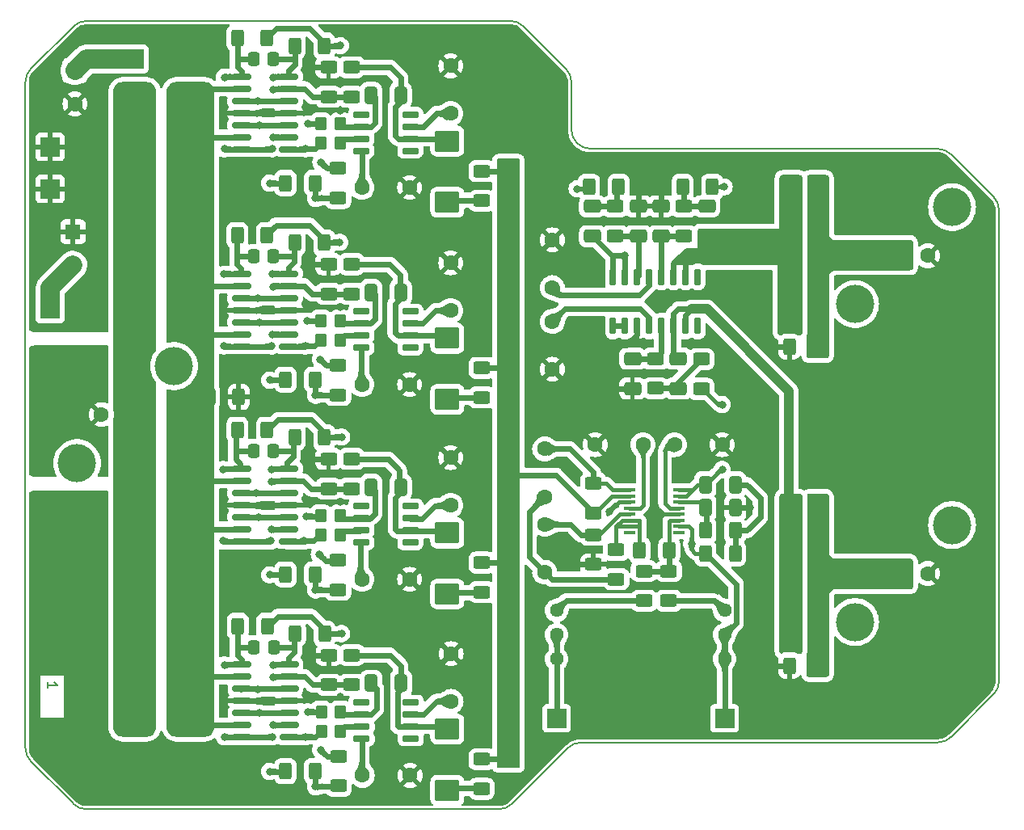
<source format=gbr>
%TF.GenerationSoftware,KiCad,Pcbnew,7.0.10*%
%TF.CreationDate,2024-02-08T22:37:46+01:00*%
%TF.ProjectId,LNA_1MHz,4c4e415f-314d-4487-9a2e-6b696361645f,V0*%
%TF.SameCoordinates,PX62ccf80PY8214c80*%
%TF.FileFunction,Copper,L1,Top*%
%TF.FilePolarity,Positive*%
%FSLAX46Y46*%
G04 Gerber Fmt 4.6, Leading zero omitted, Abs format (unit mm)*
G04 Created by KiCad (PCBNEW 7.0.10) date 2024-02-08 22:37:46*
%MOMM*%
%LPD*%
G01*
G04 APERTURE LIST*
G04 Aperture macros list*
%AMRoundRect*
0 Rectangle with rounded corners*
0 $1 Rounding radius*
0 $2 $3 $4 $5 $6 $7 $8 $9 X,Y pos of 4 corners*
0 Add a 4 corners polygon primitive as box body*
4,1,4,$2,$3,$4,$5,$6,$7,$8,$9,$2,$3,0*
0 Add four circle primitives for the rounded corners*
1,1,$1+$1,$2,$3*
1,1,$1+$1,$4,$5*
1,1,$1+$1,$6,$7*
1,1,$1+$1,$8,$9*
0 Add four rect primitives between the rounded corners*
20,1,$1+$1,$2,$3,$4,$5,0*
20,1,$1+$1,$4,$5,$6,$7,0*
20,1,$1+$1,$6,$7,$8,$9,0*
20,1,$1+$1,$8,$9,$2,$3,0*%
G04 Aperture macros list end*
%ADD10C,0.160000*%
%TA.AperFunction,NonConductor*%
%ADD11C,0.160000*%
%TD*%
%TA.AperFunction,SMDPad,CuDef*%
%ADD12RoundRect,0.250000X-0.350000X-0.450000X0.350000X-0.450000X0.350000X0.450000X-0.350000X0.450000X0*%
%TD*%
%TA.AperFunction,SMDPad,CuDef*%
%ADD13RoundRect,0.150000X-0.825000X-0.150000X0.825000X-0.150000X0.825000X0.150000X-0.825000X0.150000X0*%
%TD*%
%TA.AperFunction,SMDPad,CuDef*%
%ADD14RoundRect,0.250000X-0.650000X0.412500X-0.650000X-0.412500X0.650000X-0.412500X0.650000X0.412500X0*%
%TD*%
%TA.AperFunction,SMDPad,CuDef*%
%ADD15RoundRect,0.250000X-0.875000X-1.025000X0.875000X-1.025000X0.875000X1.025000X-0.875000X1.025000X0*%
%TD*%
%TA.AperFunction,SMDPad,CuDef*%
%ADD16RoundRect,0.250000X0.412500X0.650000X-0.412500X0.650000X-0.412500X-0.650000X0.412500X-0.650000X0*%
%TD*%
%TA.AperFunction,ComponentPad*%
%ADD17C,4.000000*%
%TD*%
%TA.AperFunction,ComponentPad*%
%ADD18RoundRect,0.400000X-0.400000X-0.400000X0.400000X-0.400000X0.400000X0.400000X-0.400000X0.400000X0*%
%TD*%
%TA.AperFunction,ComponentPad*%
%ADD19C,1.600000*%
%TD*%
%TA.AperFunction,SMDPad,CuDef*%
%ADD20RoundRect,0.250000X0.400000X0.625000X-0.400000X0.625000X-0.400000X-0.625000X0.400000X-0.625000X0*%
%TD*%
%TA.AperFunction,SMDPad,CuDef*%
%ADD21R,1.200000X0.400000*%
%TD*%
%TA.AperFunction,SMDPad,CuDef*%
%ADD22RoundRect,0.250000X-0.412500X-0.650000X0.412500X-0.650000X0.412500X0.650000X-0.412500X0.650000X0*%
%TD*%
%TA.AperFunction,ComponentPad*%
%ADD23R,1.600000X1.600000*%
%TD*%
%TA.AperFunction,SMDPad,CuDef*%
%ADD24RoundRect,0.250000X-0.337500X-0.475000X0.337500X-0.475000X0.337500X0.475000X-0.337500X0.475000X0*%
%TD*%
%TA.AperFunction,SMDPad,CuDef*%
%ADD25RoundRect,0.250000X-0.400000X-0.625000X0.400000X-0.625000X0.400000X0.625000X-0.400000X0.625000X0*%
%TD*%
%TA.AperFunction,ComponentPad*%
%ADD26R,2.000000X2.000000*%
%TD*%
%TA.AperFunction,SMDPad,CuDef*%
%ADD27RoundRect,0.150000X-0.725000X-0.150000X0.725000X-0.150000X0.725000X0.150000X-0.725000X0.150000X0*%
%TD*%
%TA.AperFunction,SMDPad,CuDef*%
%ADD28RoundRect,0.250000X0.650000X-0.412500X0.650000X0.412500X-0.650000X0.412500X-0.650000X-0.412500X0*%
%TD*%
%TA.AperFunction,ComponentPad*%
%ADD29RoundRect,0.400000X0.400000X0.400000X-0.400000X0.400000X-0.400000X-0.400000X0.400000X-0.400000X0*%
%TD*%
%TA.AperFunction,SMDPad,CuDef*%
%ADD30RoundRect,0.250000X-0.625000X0.400000X-0.625000X-0.400000X0.625000X-0.400000X0.625000X0.400000X0*%
%TD*%
%TA.AperFunction,SMDPad,CuDef*%
%ADD31RoundRect,0.250000X0.625000X-0.400000X0.625000X0.400000X-0.625000X0.400000X-0.625000X-0.400000X0*%
%TD*%
%TA.AperFunction,SMDPad,CuDef*%
%ADD32RoundRect,0.250000X1.025000X-0.875000X1.025000X0.875000X-1.025000X0.875000X-1.025000X-0.875000X0*%
%TD*%
%TA.AperFunction,SMDPad,CuDef*%
%ADD33RoundRect,0.150000X0.150000X-0.725000X0.150000X0.725000X-0.150000X0.725000X-0.150000X-0.725000X0*%
%TD*%
%TA.AperFunction,ComponentPad*%
%ADD34C,1.440000*%
%TD*%
%TA.AperFunction,ViaPad*%
%ADD35C,0.800000*%
%TD*%
%TA.AperFunction,Conductor*%
%ADD36C,0.600000*%
%TD*%
%TA.AperFunction,Conductor*%
%ADD37C,0.400000*%
%TD*%
%TA.AperFunction,Conductor*%
%ADD38C,1.000000*%
%TD*%
%TA.AperFunction,Conductor*%
%ADD39C,2.000000*%
%TD*%
%TA.AperFunction,Profile*%
%ADD40C,0.200000*%
%TD*%
G04 APERTURE END LIST*
D10*
D11*
X2330700Y12732833D02*
X2330700Y13304261D01*
X2330700Y13018547D02*
X3330700Y13018547D01*
X3330700Y13018547D02*
X3187843Y13113785D01*
X3187843Y13113785D02*
X3092605Y13209023D01*
X3092605Y13209023D02*
X3044986Y13304261D01*
D12*
X30962500Y51150000D03*
X32962500Y51150000D03*
D13*
X22637500Y35710000D03*
X22637500Y34440000D03*
X22637500Y33170000D03*
X22637500Y31900000D03*
X22637500Y30630000D03*
X22637500Y29360000D03*
X22637500Y28090000D03*
X27587500Y28090000D03*
X27587500Y29360000D03*
X27587500Y30630000D03*
X27587500Y31900000D03*
X27587500Y33170000D03*
X27587500Y34440000D03*
X27587500Y35710000D03*
D14*
X68400000Y47212500D03*
X68400000Y44087500D03*
D15*
X11000000Y57400000D03*
X17400000Y57400000D03*
D16*
X83162500Y31859000D03*
X80037500Y31859000D03*
D17*
X15580000Y46430000D03*
X5420000Y36270000D03*
D18*
X10500000Y41350000D03*
D19*
X7960000Y41350000D03*
D20*
X25312500Y80790000D03*
X22212500Y80790000D03*
D21*
X63300000Y33472500D03*
X63300000Y32837500D03*
X63300000Y32202500D03*
X63300000Y31567500D03*
X63300000Y30932500D03*
X63300000Y30297500D03*
X63300000Y29662500D03*
X63300000Y29027500D03*
X68500000Y29027500D03*
X68500000Y29662500D03*
X68500000Y30297500D03*
X68500000Y30932500D03*
X68500000Y31567500D03*
X68500000Y32202500D03*
X68500000Y32837500D03*
X68500000Y33472500D03*
D16*
X83172500Y19859000D03*
X80047500Y19859000D03*
X83162500Y27059000D03*
X80037500Y27059000D03*
D22*
X36200000Y74790000D03*
X39325000Y74790000D03*
D20*
X31312500Y38950000D03*
X28212500Y38950000D03*
X31312500Y59350000D03*
X28212500Y59350000D03*
D23*
X5000000Y60500000D03*
D19*
X5000000Y57000000D03*
D24*
X23962500Y17000000D03*
X26037500Y17000000D03*
D25*
X27250000Y65600000D03*
X30350000Y65600000D03*
X19250000Y43200000D03*
X22350000Y43200000D03*
D19*
X44562500Y57250000D03*
X44562500Y52250000D03*
D26*
X2600000Y65000000D03*
X11400000Y78600000D03*
D27*
X35225000Y11205000D03*
X35225000Y9935000D03*
X35225000Y8665000D03*
X35225000Y7395000D03*
X40375000Y7395000D03*
X40375000Y8665000D03*
X40375000Y9935000D03*
X40375000Y11205000D03*
D28*
X64200000Y60037500D03*
X64200000Y63162500D03*
X66600000Y60037500D03*
X66600000Y63162500D03*
D17*
X86920000Y19620000D03*
X97080000Y29780000D03*
D29*
X92000000Y24700000D03*
D19*
X94540000Y24700000D03*
D20*
X74350000Y29200000D03*
X71250000Y29200000D03*
D12*
X30962500Y69790000D03*
X32962500Y69790000D03*
D28*
X71400000Y60037500D03*
X71400000Y63162500D03*
D30*
X32762500Y67140000D03*
X32762500Y64040000D03*
D12*
X31000000Y10200000D03*
X33000000Y10200000D03*
D15*
X11000000Y21400000D03*
X17400000Y21400000D03*
D20*
X25312500Y39750000D03*
X22212500Y39750000D03*
D31*
X66000000Y44100000D03*
X66000000Y47200000D03*
D22*
X71237500Y34000000D03*
X74362500Y34000000D03*
D19*
X55200000Y59650000D03*
X55200000Y54650000D03*
D30*
X34162500Y36700000D03*
X34162500Y33600000D03*
D16*
X83162500Y17459000D03*
X80037500Y17459000D03*
D27*
X35187500Y52155000D03*
X35187500Y50885000D03*
X35187500Y49615000D03*
X35187500Y48345000D03*
X40337500Y48345000D03*
X40337500Y49615000D03*
X40337500Y50885000D03*
X40337500Y52155000D03*
D32*
X44200000Y63590000D03*
X44200000Y69990000D03*
D12*
X30962500Y28750000D03*
X32962500Y28750000D03*
D22*
X36200000Y33750000D03*
X39325000Y33750000D03*
X80037500Y65259000D03*
X83162500Y65259000D03*
D30*
X34162500Y77740000D03*
X34162500Y74640000D03*
D31*
X31762500Y54000000D03*
X31762500Y57100000D03*
D15*
X11000000Y71800000D03*
X17400000Y71800000D03*
D31*
X31762500Y33600000D03*
X31762500Y36700000D03*
D19*
X54400000Y24850000D03*
X54400000Y29850000D03*
X40300000Y3550000D03*
X35300000Y3550000D03*
D25*
X71250000Y26800000D03*
X74350000Y26800000D03*
X59050000Y65200000D03*
X62150000Y65200000D03*
X80050000Y48459000D03*
X83150000Y48459000D03*
D13*
X22675000Y15160000D03*
X22675000Y13890000D03*
X22675000Y12620000D03*
X22675000Y11350000D03*
X22675000Y10080000D03*
X22675000Y8810000D03*
X22675000Y7540000D03*
X27625000Y7540000D03*
X27625000Y8810000D03*
X27625000Y10080000D03*
X27625000Y11350000D03*
X27625000Y12620000D03*
X27625000Y13890000D03*
X27625000Y15160000D03*
D15*
X11000000Y67000000D03*
X17400000Y67000000D03*
D22*
X71237500Y31600000D03*
X74362500Y31600000D03*
X80037500Y60459000D03*
X83162500Y60459000D03*
D15*
X11000000Y11800000D03*
X17400000Y11800000D03*
D31*
X47800000Y43150000D03*
X47800000Y46250000D03*
D26*
X2600000Y52400000D03*
D30*
X64800000Y24950000D03*
X64800000Y21850000D03*
D20*
X25312500Y60150000D03*
X22212500Y60150000D03*
D33*
X61555000Y50625000D03*
X62825000Y50625000D03*
X64095000Y50625000D03*
X65365000Y50625000D03*
X66635000Y50625000D03*
X67905000Y50625000D03*
X69175000Y50625000D03*
X70445000Y50625000D03*
X70445000Y55775000D03*
X69175000Y55775000D03*
X67905000Y55775000D03*
X66635000Y55775000D03*
X65365000Y55775000D03*
X64095000Y55775000D03*
X62825000Y55775000D03*
X61555000Y55775000D03*
D25*
X27250000Y45000000D03*
X30350000Y45000000D03*
D24*
X23925000Y37550000D03*
X26000000Y37550000D03*
D20*
X71950000Y65200000D03*
X68850000Y65200000D03*
D22*
X80037500Y55659000D03*
X83162500Y55659000D03*
D32*
X44200000Y22550000D03*
X44200000Y28950000D03*
D20*
X31312500Y79990000D03*
X28212500Y79990000D03*
D15*
X11000000Y62200000D03*
X17400000Y62200000D03*
D19*
X55200000Y46100000D03*
X55200000Y51100000D03*
D13*
X22637500Y76750000D03*
X22637500Y75480000D03*
X22637500Y74210000D03*
X22637500Y72940000D03*
X22637500Y71670000D03*
X22637500Y70400000D03*
X22637500Y69130000D03*
X27587500Y69130000D03*
X27587500Y70400000D03*
X27587500Y71670000D03*
X27587500Y72940000D03*
X27587500Y74210000D03*
X27587500Y75480000D03*
X27587500Y76750000D03*
D34*
X55650000Y20830000D03*
X55650000Y18290000D03*
X55650000Y15750000D03*
D15*
X11000000Y52600000D03*
X17400000Y52600000D03*
D26*
X73250000Y9550000D03*
D27*
X35187500Y31755000D03*
X35187500Y30485000D03*
X35187500Y29215000D03*
X35187500Y27945000D03*
X40337500Y27945000D03*
X40337500Y29215000D03*
X40337500Y30485000D03*
X40337500Y31755000D03*
D31*
X31800000Y13050000D03*
X31800000Y16150000D03*
D17*
X86920000Y52920000D03*
X97080000Y63080000D03*
D29*
X92000000Y58000000D03*
D19*
X94540000Y58000000D03*
D24*
X23925000Y78590000D03*
X26000000Y78590000D03*
D22*
X80037500Y50859000D03*
X83162500Y50859000D03*
D19*
X44600000Y16300000D03*
X44600000Y11300000D03*
D24*
X23925000Y57950000D03*
X26000000Y57950000D03*
D30*
X61800000Y63150000D03*
X61800000Y60050000D03*
D32*
X44200000Y42950000D03*
X44200000Y49350000D03*
D15*
X11000000Y26200000D03*
X17400000Y26200000D03*
D19*
X40262500Y44500000D03*
X35262500Y44500000D03*
D16*
X83172500Y24659000D03*
X80047500Y24659000D03*
D12*
X30962500Y71790000D03*
X32962500Y71790000D03*
D19*
X54400000Y37750000D03*
X54400000Y32750000D03*
D14*
X63600000Y47212500D03*
X63600000Y44087500D03*
D30*
X32800000Y5550000D03*
X32800000Y2450000D03*
D16*
X83172500Y29459000D03*
X80047500Y29459000D03*
D25*
X27250000Y4000000D03*
X30350000Y4000000D03*
D22*
X80037500Y53259000D03*
X83162500Y53259000D03*
D31*
X47800000Y22750000D03*
X47800000Y25850000D03*
D28*
X59400000Y60037500D03*
X59400000Y63162500D03*
D20*
X25350000Y19200000D03*
X22250000Y19200000D03*
D31*
X59500000Y25650000D03*
X59500000Y28750000D03*
D26*
X55650000Y9550000D03*
D30*
X67400000Y24950000D03*
X67400000Y21850000D03*
D27*
X35187500Y72795000D03*
X35187500Y71525000D03*
X35187500Y70255000D03*
X35187500Y68985000D03*
X40337500Y68985000D03*
X40337500Y70255000D03*
X40337500Y71525000D03*
X40337500Y72795000D03*
D12*
X30962500Y30750000D03*
X32962500Y30750000D03*
D31*
X31762500Y74640000D03*
X31762500Y77740000D03*
D19*
X59700000Y38200000D03*
X64700000Y38200000D03*
D31*
X59500000Y31050000D03*
X59500000Y34150000D03*
D12*
X30962500Y49150000D03*
X32962500Y49150000D03*
D19*
X44562500Y77890000D03*
X44562500Y72890000D03*
D20*
X31350000Y18400000D03*
X28250000Y18400000D03*
D22*
X36237500Y13200000D03*
X39362500Y13200000D03*
D19*
X44562500Y36850000D03*
X44562500Y31850000D03*
D15*
X11000000Y16600000D03*
X17400000Y16600000D03*
D30*
X34162500Y57100000D03*
X34162500Y54000000D03*
D34*
X73250000Y20830000D03*
X73250000Y18290000D03*
X73250000Y15750000D03*
D22*
X80037500Y58059000D03*
X83162500Y58059000D03*
D32*
X44200000Y2000000D03*
X44200000Y8400000D03*
D26*
X2600000Y69400000D03*
D16*
X83172500Y22259000D03*
X80047500Y22259000D03*
D25*
X27250000Y24600000D03*
X30350000Y24600000D03*
D19*
X40262500Y65140000D03*
X35262500Y65140000D03*
D22*
X36200000Y54150000D03*
X39325000Y54150000D03*
D19*
X40262500Y24100000D03*
X35262500Y24100000D03*
D30*
X34200000Y16150000D03*
X34200000Y13050000D03*
D31*
X70800000Y44050000D03*
X70800000Y47150000D03*
D19*
X73000000Y38200000D03*
X68000000Y38200000D03*
D30*
X32762500Y26100000D03*
X32762500Y23000000D03*
X69000000Y63150000D03*
X69000000Y60050000D03*
D31*
X47800000Y2150000D03*
X47800000Y5250000D03*
D30*
X32762500Y46500000D03*
X32762500Y43400000D03*
D12*
X31000000Y8200000D03*
X33000000Y8200000D03*
D15*
X11000000Y31000000D03*
X17400000Y31000000D03*
D31*
X61900000Y24100000D03*
X61900000Y27200000D03*
D25*
X80050000Y15059000D03*
X83150000Y15059000D03*
X64350000Y27150000D03*
X67450000Y27150000D03*
D22*
X80037500Y62859000D03*
X83162500Y62859000D03*
D13*
X22637500Y56110000D03*
X22637500Y54840000D03*
X22637500Y53570000D03*
X22637500Y52300000D03*
X22637500Y51030000D03*
X22637500Y49760000D03*
X22637500Y48490000D03*
X27587500Y48490000D03*
X27587500Y49760000D03*
X27587500Y51030000D03*
X27587500Y52300000D03*
X27587500Y53570000D03*
X27587500Y54840000D03*
X27587500Y56110000D03*
D23*
X5200000Y77400000D03*
D19*
X5200000Y73900000D03*
D31*
X47800000Y63750000D03*
X47800000Y66850000D03*
D35*
X62800000Y58000000D03*
X73200000Y65200000D03*
X37750000Y14650000D03*
X96000000Y8400000D03*
X66400000Y53200000D03*
X89000000Y21900000D03*
X25100000Y11350000D03*
X53000000Y79900000D03*
X71000000Y68400000D03*
X81000000Y68400000D03*
X77500000Y61900000D03*
X68200000Y34600000D03*
X101000000Y48400000D03*
X69000000Y20400000D03*
X57500000Y25600000D03*
X61000000Y48650000D03*
X73000000Y32900000D03*
X30000000Y16150000D03*
X78600000Y48459000D03*
X25112500Y72940000D03*
X55500000Y6400000D03*
X33000000Y32200000D03*
X37600000Y7800000D03*
X37750000Y35150000D03*
X86000000Y8400000D03*
X1000000Y8400000D03*
X101000000Y23400000D03*
X5000000Y47400000D03*
X101000000Y13400000D03*
X1000000Y73400000D03*
X8500000Y900000D03*
X57000000Y68900000D03*
X24150000Y43200000D03*
X1000000Y23400000D03*
X55500000Y77400000D03*
X101000000Y58400000D03*
X92000000Y55400000D03*
X78400000Y15000000D03*
X1000000Y47400000D03*
X96000000Y68200000D03*
X101000000Y43400000D03*
X101000000Y38400000D03*
X54200000Y27600000D03*
X89000000Y27400000D03*
X72500000Y55900000D03*
X33000000Y52650000D03*
X1000000Y40400000D03*
X66000000Y68400000D03*
X24962500Y31850000D03*
X101000000Y33400000D03*
X86000000Y60900000D03*
X52000000Y2900000D03*
X61200000Y31200000D03*
X37500000Y55650000D03*
X69400000Y41200000D03*
X21000000Y66800000D03*
X30012500Y77740000D03*
X89000000Y55400000D03*
X53000000Y52900000D03*
X61600000Y44050000D03*
X1000000Y36400000D03*
X98500000Y10900000D03*
X86000000Y68400000D03*
X1000000Y18400000D03*
X68500000Y8400000D03*
X101000000Y28400000D03*
X72000000Y49400000D03*
X86000000Y27400000D03*
X2500000Y4400000D03*
X21200000Y46000000D03*
X1000000Y43900000D03*
X59200000Y55400000D03*
X25062500Y52290000D03*
X52800000Y24000000D03*
X33000000Y11800000D03*
X64200000Y64650000D03*
X72500000Y22900000D03*
X101000000Y18400000D03*
X61000000Y68400000D03*
X101000000Y63400000D03*
X65800000Y30850000D03*
X91000000Y68400000D03*
X29962500Y57090000D03*
X98500000Y65900000D03*
X81000000Y8400000D03*
X77500000Y55900000D03*
X21000000Y25400000D03*
X78000000Y42900000D03*
X58500000Y8400000D03*
X37750000Y76150000D03*
X59000000Y20400000D03*
X57500000Y34900000D03*
X62200000Y35400000D03*
X5000000Y1900000D03*
X92000000Y27400000D03*
X76000000Y8400000D03*
X92000000Y60900000D03*
X13500000Y900000D03*
X66600000Y64650000D03*
X1000000Y28400000D03*
X92000000Y21900000D03*
X89000000Y60900000D03*
X1000000Y58400000D03*
X29862500Y36650000D03*
X33000000Y73200000D03*
X75900000Y31650000D03*
X63500000Y8400000D03*
X91000000Y8400000D03*
X41000000Y900000D03*
X56000000Y73400000D03*
X1000000Y13400000D03*
X66400000Y39200000D03*
X101000000Y53400000D03*
X76000000Y68400000D03*
X73000000Y42400000D03*
X73000000Y35600000D03*
X33000000Y80000000D03*
X33138750Y39000000D03*
X32938750Y59400000D03*
X33138750Y18400000D03*
X30398750Y43360000D03*
X30400000Y64000000D03*
X30398750Y22960000D03*
X30398750Y2360000D03*
X69800000Y27800000D03*
X57800000Y65000000D03*
X29576103Y71803603D03*
X20862500Y69190000D03*
X25862500Y69190000D03*
X20862500Y76690000D03*
X25962500Y76690000D03*
X29362500Y69190000D03*
X20812500Y48540000D03*
X20812500Y56040000D03*
X29526103Y51153603D03*
X25812500Y48540000D03*
X25912500Y56040000D03*
X29312500Y48540000D03*
X20712500Y35600000D03*
X20712500Y28100000D03*
X29426103Y30713603D03*
X25712500Y28100000D03*
X25812500Y35600000D03*
X29212500Y28100000D03*
X29563603Y10213603D03*
X20850000Y7600000D03*
X20850000Y15100000D03*
X25850000Y7600000D03*
X25950000Y15100000D03*
X29350000Y7600000D03*
X25962500Y70390000D03*
X25976103Y75403603D03*
X24362500Y74190000D03*
X25600000Y65600000D03*
X30962500Y67790000D03*
X24562500Y71670000D03*
X25926103Y54753603D03*
X25912500Y49740000D03*
X25598750Y44960000D03*
X24312500Y53540000D03*
X30912500Y47140000D03*
X24512500Y51020000D03*
X25826103Y34313603D03*
X25812500Y29300000D03*
X25598750Y24560000D03*
X24212500Y33100000D03*
X24412500Y30580000D03*
X30796815Y26715685D03*
X25963603Y13813603D03*
X25950000Y8800000D03*
X24350000Y12600000D03*
X25598750Y3960000D03*
X24550000Y10080000D03*
X30950000Y6200000D03*
D36*
X22637500Y54840000D02*
X18840000Y54840000D01*
X18680000Y75480000D02*
X18600000Y75400000D01*
X18640000Y49760000D02*
X18600000Y49800000D01*
X17990000Y8810000D02*
X17400000Y9400000D01*
X18760000Y34440000D02*
X18600000Y34600000D01*
X18800000Y54800000D02*
X18840000Y54840000D01*
X22675000Y8810000D02*
X17990000Y8810000D01*
X18800000Y70400000D02*
X17400000Y71800000D01*
X22637500Y29360000D02*
X18160000Y29360000D01*
X22637500Y34440000D02*
X18760000Y34440000D01*
X22675000Y13890000D02*
X17710000Y13890000D01*
X22637500Y70400000D02*
X18800000Y70400000D01*
X17710000Y13890000D02*
X17400000Y14200000D01*
X22637500Y49760000D02*
X18640000Y49760000D01*
X22637500Y75480000D02*
X18680000Y75480000D01*
X18160000Y29360000D02*
X17400000Y28600000D01*
D37*
X59500000Y34150000D02*
X60850000Y34150000D01*
D36*
X59500000Y35300000D02*
X57050000Y37750000D01*
D37*
X61527500Y33472500D02*
X63300000Y33472500D01*
D36*
X57050000Y37750000D02*
X54400000Y37750000D01*
D37*
X60850000Y34150000D02*
X61527500Y33472500D01*
D36*
X59500000Y34150000D02*
X59500000Y35300000D01*
X52800000Y26450000D02*
X55150000Y24100000D01*
X54400000Y32750000D02*
X52800000Y31150000D01*
X52800000Y31150000D02*
X52800000Y26450000D01*
X55150000Y24100000D02*
X61900000Y24100000D01*
X58250000Y28750000D02*
X57150000Y29850000D01*
D37*
X59500000Y28750000D02*
X60117500Y28750000D01*
D36*
X59500000Y28750000D02*
X58250000Y28750000D01*
D37*
X60117500Y28750000D02*
X62300000Y30932500D01*
D36*
X57150000Y29850000D02*
X54400000Y29850000D01*
D37*
X62300000Y30932500D02*
X63300000Y30932500D01*
D38*
X71400000Y52400000D02*
X80000000Y43800000D01*
D36*
X68400000Y52400000D02*
X67905000Y51905000D01*
X67905000Y47707500D02*
X68400000Y47212500D01*
X67905000Y50625000D02*
X67905000Y47707500D01*
D38*
X80000000Y31896500D02*
X80037500Y31859000D01*
X69800000Y52400000D02*
X71400000Y52400000D01*
D36*
X69175000Y51775000D02*
X69175000Y50625000D01*
X69800000Y52400000D02*
X68400000Y52400000D01*
X69800000Y52400000D02*
X69175000Y51775000D01*
D38*
X80000000Y43800000D02*
X80000000Y31896500D01*
D36*
X67905000Y51905000D02*
X67905000Y50625000D01*
X68400000Y44087500D02*
X68400000Y44750000D01*
X68400000Y44087500D02*
X68387500Y44100000D01*
X68387500Y44100000D02*
X66000000Y44100000D01*
X68400000Y44750000D02*
X70800000Y47150000D01*
X61555000Y57882500D02*
X61437500Y58000000D01*
X62800000Y58000000D02*
X62800000Y56637500D01*
X62825000Y56612500D02*
X62825000Y55775000D01*
X62800000Y56637500D02*
X62825000Y56612500D01*
X61555000Y55775000D02*
X61555000Y57882500D01*
X61437500Y58000000D02*
X59400000Y60037500D01*
X62800000Y58000000D02*
X61437500Y58000000D01*
D37*
X71950000Y65200000D02*
X73200000Y65200000D01*
D36*
X75600000Y34000000D02*
X77000000Y32600000D01*
X74362500Y34000000D02*
X75600000Y34000000D01*
X75600000Y29200000D02*
X74350000Y29200000D01*
X77000000Y30600000D02*
X75600000Y29200000D01*
X77000000Y32600000D02*
X77000000Y30600000D01*
X74350000Y29200000D02*
X74350000Y26800000D01*
X66635000Y47835000D02*
X66635000Y50625000D01*
X66000000Y47200000D02*
X66635000Y47835000D01*
X65987500Y47212500D02*
X66000000Y47200000D01*
X63600000Y47212500D02*
X65987500Y47212500D01*
X62994999Y48650000D02*
X61000000Y48650000D01*
D37*
X61200000Y31200000D02*
X62202500Y32202500D01*
D36*
X74462500Y31650000D02*
X75900000Y31650000D01*
X22625000Y11350000D02*
X25100000Y11350000D01*
X25062500Y52290000D02*
X27537500Y52290000D01*
D37*
X62202500Y32202500D02*
X63300000Y32202500D01*
D36*
X59500000Y25650000D02*
X57550000Y25650000D01*
D37*
X65882500Y30932500D02*
X68500000Y30932500D01*
D36*
X22587500Y52290000D02*
X25062500Y52290000D01*
X29962500Y57090000D02*
X31712500Y57090000D01*
D37*
X65800000Y30850000D02*
X65882500Y30932500D01*
D36*
X64200000Y63162500D02*
X64200000Y64650000D01*
X64095000Y49750001D02*
X62994999Y48650000D01*
X25112500Y72940000D02*
X27587500Y72940000D01*
X66600000Y63162500D02*
X66600000Y64650000D01*
X29862500Y36650000D02*
X31612500Y36650000D01*
X30000000Y16150000D02*
X31750000Y16150000D01*
X64095000Y50625000D02*
X64095000Y49750001D01*
X80050000Y48459000D02*
X78600000Y48459000D01*
X24962500Y31850000D02*
X27437500Y31850000D01*
X22487500Y31850000D02*
X24962500Y31850000D01*
X63600000Y44087500D02*
X61637500Y44087500D01*
X25100000Y11350000D02*
X27575000Y11350000D01*
X30012500Y77740000D02*
X31762500Y77740000D01*
X22637500Y72940000D02*
X25112500Y72940000D01*
X61637500Y44087500D02*
X61600000Y44050000D01*
X79850000Y15000000D02*
X78400000Y15000000D01*
X61812500Y60037500D02*
X61800000Y60050000D01*
X64200000Y60037500D02*
X61812500Y60037500D01*
X64200000Y55880000D02*
X64095000Y55775000D01*
X64200000Y60037500D02*
X64200000Y55880000D01*
X67905000Y55775000D02*
X67905000Y57155000D01*
X67905000Y57155000D02*
X68600000Y57850000D01*
X69175000Y55775000D02*
X69175000Y57812500D01*
X68600000Y57850000D02*
X69212500Y57850000D01*
X69012500Y63162500D02*
X69000000Y63150000D01*
X69000000Y65050000D02*
X69000000Y63150000D01*
X71400000Y63162500D02*
X69012500Y63162500D01*
D37*
X70400000Y34000000D02*
X70527500Y34000000D01*
X68500000Y33472500D02*
X69872500Y33472500D01*
X73000000Y35600000D02*
X72837500Y35600000D01*
X70000000Y33600000D02*
X70400000Y34000000D01*
X70950000Y44050000D02*
X70800000Y44050000D01*
X70527500Y34000000D02*
X71237500Y34000000D01*
X72600000Y42400000D02*
X70950000Y44050000D01*
X69872500Y33472500D02*
X70000000Y33600000D01*
X73000000Y42400000D02*
X72600000Y42400000D01*
X68500000Y32837500D02*
X69237500Y32837500D01*
X72837500Y35600000D02*
X71237500Y34000000D01*
X69237500Y32837500D02*
X70400000Y34000000D01*
D36*
X61950000Y65400000D02*
X61950000Y63300000D01*
X61950000Y63300000D02*
X61800000Y63150000D01*
X61787500Y63162500D02*
X61800000Y63150000D01*
X59400000Y63162500D02*
X61787500Y63162500D01*
X69000000Y60050000D02*
X66612500Y60050000D01*
X66600000Y55810000D02*
X66635000Y55775000D01*
X66612500Y60050000D02*
X66600000Y60037500D01*
X66600000Y60037500D02*
X66600000Y55810000D01*
D37*
X70785000Y32202500D02*
X68500000Y32202500D01*
X71337500Y31650000D02*
X70785000Y32202500D01*
D36*
X71350000Y29250000D02*
X71350000Y31637500D01*
X71350000Y31637500D02*
X71337500Y31650000D01*
X65365000Y51499999D02*
X65365000Y50625000D01*
X55200000Y51100000D02*
X56550000Y52450000D01*
D39*
X6400000Y78600000D02*
X5200000Y77400000D01*
D36*
X25251250Y60190000D02*
X26261250Y61200000D01*
X25451250Y19190000D02*
X26461250Y20200000D01*
X41647500Y50875000D02*
X43012500Y52240000D01*
D39*
X11200000Y78600000D02*
X6400000Y78600000D01*
D36*
X31451250Y39287500D02*
X31451250Y38990000D01*
X31451250Y38990000D02*
X33128750Y38990000D01*
X40487500Y71525000D02*
X41697500Y71525000D01*
X31251250Y59390000D02*
X32928750Y59390000D01*
X33128750Y18390000D02*
X33138750Y18400000D01*
X26261250Y61200000D02*
X29738750Y61200000D01*
X42912500Y31800000D02*
X44412500Y31800000D01*
X31251250Y59687500D02*
X31251250Y59390000D01*
X64414999Y52450000D02*
X65365000Y51499999D01*
X26322500Y81800000D02*
X29800000Y81800000D01*
X25312500Y80790000D02*
X26322500Y81800000D01*
D37*
X64367500Y31567500D02*
X63300000Y31567500D01*
X64700000Y31900000D02*
X64367500Y31567500D01*
D36*
X31312500Y80287500D02*
X31312500Y79990000D01*
X29738750Y61200000D02*
X31251250Y59687500D01*
X43050000Y11300000D02*
X44550000Y11300000D01*
X31451250Y18687500D02*
X31451250Y18390000D01*
X31451250Y18390000D02*
X33128750Y18390000D01*
X32928750Y59390000D02*
X32938750Y59400000D01*
X25451250Y39790000D02*
X26461250Y40800000D01*
X33128750Y38990000D02*
X33138750Y39000000D01*
X29938750Y40800000D02*
X31451250Y39287500D01*
X40475000Y9935000D02*
X41685000Y9935000D01*
X32990000Y79990000D02*
X33000000Y80000000D01*
X29800000Y81800000D02*
X31312500Y80287500D01*
X41685000Y9935000D02*
X43050000Y11300000D01*
X41547500Y30435000D02*
X42912500Y31800000D01*
X43062500Y72890000D02*
X44562500Y72890000D01*
X31312500Y79990000D02*
X32990000Y79990000D01*
X41697500Y71525000D02*
X43062500Y72890000D01*
X40337500Y30435000D02*
X41547500Y30435000D01*
X43012500Y52240000D02*
X44512500Y52240000D01*
X40437500Y50875000D02*
X41647500Y50875000D01*
D37*
X64700000Y38200000D02*
X64700000Y31900000D01*
D36*
X26461250Y20200000D02*
X29938750Y20200000D01*
X29938750Y20200000D02*
X31451250Y18687500D01*
X26461250Y40800000D02*
X29938750Y40800000D01*
X56550000Y52450000D02*
X64414999Y52450000D01*
X30398750Y22960000D02*
X30398750Y24510000D01*
D37*
X67000000Y32067500D02*
X67500000Y31567500D01*
D36*
X55200000Y54650000D02*
X56000000Y53850000D01*
X35337500Y68985000D02*
X35262500Y68910000D01*
X35250000Y7320000D02*
X35250000Y3700000D01*
X30400000Y64000000D02*
X30400000Y65550000D01*
X30438750Y23000000D02*
X32761250Y23000000D01*
X30438750Y43400000D02*
X32761250Y43400000D01*
X35112500Y24200000D02*
X35262500Y24050000D01*
X65365000Y54900001D02*
X65365000Y55775000D01*
X35250000Y3700000D02*
X35400000Y3550000D01*
X30438750Y2400000D02*
X32761250Y2400000D01*
X30398750Y43360000D02*
X30398750Y44910000D01*
X35262500Y65290000D02*
X35412500Y65140000D01*
D37*
X67500000Y31567500D02*
X68500000Y31567500D01*
X67000000Y37700000D02*
X67000000Y32067500D01*
D36*
X30398750Y2360000D02*
X30398750Y3910000D01*
X30400000Y65550000D02*
X30350000Y65600000D01*
D39*
X2600000Y52400000D02*
X2600000Y54600000D01*
D36*
X35262500Y68910000D02*
X35262500Y65290000D01*
X30440000Y64040000D02*
X32762500Y64040000D01*
X35212500Y44640000D02*
X35362500Y44490000D01*
D37*
X67500000Y38200000D02*
X67000000Y37700000D01*
D39*
X2600000Y54600000D02*
X5000000Y57000000D01*
D36*
X35325000Y7395000D02*
X35250000Y7320000D01*
X35187500Y27895000D02*
X35112500Y27820000D01*
X35212500Y48260000D02*
X35212500Y44640000D01*
X30400000Y64000000D02*
X30440000Y64040000D01*
X64314999Y53850000D02*
X65365000Y54900001D01*
X35287500Y48335000D02*
X35212500Y48260000D01*
X35112500Y27820000D02*
X35112500Y24200000D01*
X56000000Y53850000D02*
X64314999Y53850000D01*
X36212499Y71525000D02*
X36600000Y71912501D01*
X36600000Y74640000D02*
X36350000Y74890000D01*
X35187500Y71525000D02*
X33227500Y71525000D01*
X36600000Y71912501D02*
X36600000Y74640000D01*
X33227500Y71525000D02*
X32962500Y71790000D01*
X35337500Y71525000D02*
X36212499Y71525000D01*
X44762500Y63790000D02*
X48212500Y63790000D01*
X35287500Y50875000D02*
X36162499Y50875000D01*
X35137500Y50875000D02*
X33177500Y50875000D01*
X36162499Y50875000D02*
X36600000Y51312501D01*
X36600000Y53940000D02*
X36300000Y54240000D01*
X33177500Y50875000D02*
X32912500Y51140000D01*
X36600000Y51312501D02*
X36600000Y53940000D01*
X44712500Y43140000D02*
X48162500Y43140000D01*
X36062499Y30435000D02*
X36600000Y30972501D01*
X35187500Y30435000D02*
X36062499Y30435000D01*
X36600000Y33400000D02*
X36200000Y33800000D01*
X35037500Y30435000D02*
X33077500Y30435000D01*
X36600000Y30972501D02*
X36600000Y33400000D01*
X33077500Y30435000D02*
X32812500Y30700000D01*
X44612500Y22700000D02*
X48062500Y22700000D01*
X33215000Y9935000D02*
X32950000Y10200000D01*
X36199999Y9935000D02*
X36800000Y10535001D01*
X35175000Y9935000D02*
X33215000Y9935000D01*
X35325000Y9935000D02*
X36199999Y9935000D01*
X36800000Y10535001D02*
X36800000Y12637500D01*
X36800000Y12637500D02*
X36237500Y13200000D01*
X44750000Y2200000D02*
X48200000Y2200000D01*
D37*
X67535000Y30297500D02*
X67450000Y30212500D01*
D36*
X67450000Y27150000D02*
X67450000Y25200000D01*
X67450000Y25200000D02*
X67200000Y24950000D01*
X64600000Y24950000D02*
X67200000Y24950000D01*
D37*
X67450000Y30212500D02*
X67450000Y27050000D01*
X68500000Y30297500D02*
X67535000Y30297500D01*
D36*
X72230000Y21850000D02*
X67400000Y21850000D01*
X73250000Y20830000D02*
X72230000Y21850000D01*
D37*
X59650000Y31050000D02*
X59500000Y31050000D01*
D36*
X48462500Y66850000D02*
X51050000Y66850000D01*
X48462500Y25850000D02*
X51350000Y25850000D01*
X59500000Y31050000D02*
X59500000Y31100000D01*
X48462500Y46250000D02*
X51350000Y46250000D01*
X59500000Y31100000D02*
X55600000Y35000000D01*
D37*
X61437500Y32837500D02*
X59650000Y31050000D01*
D36*
X51250000Y5250000D02*
X51400000Y5400000D01*
X55600000Y35000000D02*
X51200000Y35000000D01*
X48462500Y5250000D02*
X51250000Y5250000D01*
D37*
X63300000Y32837500D02*
X61437500Y32837500D01*
X61921472Y29662500D02*
X61900000Y29683972D01*
X64350000Y30250000D02*
X64350000Y29650000D01*
X62513528Y30297500D02*
X61900000Y29683972D01*
X63300000Y29662500D02*
X64337500Y29662500D01*
X63300000Y30297500D02*
X64302500Y30297500D01*
D36*
X62050000Y27050000D02*
X61900000Y27200000D01*
D37*
X64350000Y29650000D02*
X64350000Y27050000D01*
X63300000Y30297500D02*
X62513528Y30297500D01*
X61900000Y29683972D02*
X61900000Y29297500D01*
X64302500Y30297500D02*
X64350000Y30250000D01*
X63300000Y29662500D02*
X61921472Y29662500D01*
X61900000Y29297500D02*
X61900000Y27200000D01*
X64337500Y29662500D02*
X64350000Y29650000D01*
D36*
X56670000Y21850000D02*
X64800000Y21850000D01*
X55650000Y20830000D02*
X56670000Y21850000D01*
X55650000Y18290000D02*
X55650000Y9850000D01*
X33427500Y70255000D02*
X32962500Y69790000D01*
X35187500Y70255000D02*
X33427500Y70255000D01*
X33377500Y49605000D02*
X32912500Y49140000D01*
X35137500Y49605000D02*
X33377500Y49605000D01*
X35037500Y29165000D02*
X33277500Y29165000D01*
X33277500Y29165000D02*
X32812500Y28700000D01*
X35175000Y8665000D02*
X33415000Y8665000D01*
X33415000Y8665000D02*
X32950000Y8200000D01*
X73250000Y18290000D02*
X74470000Y19510000D01*
D37*
X69465000Y29662500D02*
X69800000Y29327500D01*
D36*
X74470000Y19510000D02*
X74470000Y23580000D01*
D37*
X69800000Y27200000D02*
X70200000Y26800000D01*
X58850000Y65000000D02*
X59050000Y65200000D01*
D36*
X73250000Y15750000D02*
X73250000Y9550000D01*
D37*
X69800000Y27800000D02*
X69800000Y27200000D01*
D36*
X73250000Y15750000D02*
X73250000Y18290000D01*
D37*
X57800000Y65000000D02*
X58850000Y65000000D01*
X68500000Y29662500D02*
X69465000Y29662500D01*
X70200000Y26800000D02*
X71250000Y26800000D01*
D36*
X74470000Y23580000D02*
X71250000Y26800000D01*
D37*
X69800000Y29327500D02*
X69800000Y27800000D01*
D36*
X61555000Y50625000D02*
X62825000Y50625000D01*
X22212500Y78590000D02*
X22212500Y80790000D01*
X22637500Y69130000D02*
X20922500Y69130000D01*
X22212500Y77740000D02*
X22212500Y78590000D01*
X29589706Y71790000D02*
X29576103Y71803603D01*
X22637500Y69130000D02*
X25802500Y69130000D01*
X30962500Y71790000D02*
X29589706Y71790000D01*
X20922500Y76750000D02*
X22637500Y76750000D01*
X22637500Y76750000D02*
X22637500Y77315000D01*
X22637500Y77315000D02*
X22212500Y77740000D01*
X20922500Y69130000D02*
X20862500Y69190000D01*
X25802500Y69130000D02*
X25862500Y69190000D01*
X24125000Y78590000D02*
X22212500Y78590000D01*
X20862500Y76690000D02*
X20922500Y76750000D01*
X30362500Y69190000D02*
X30962500Y69790000D01*
X27587500Y76750000D02*
X27587500Y77415000D01*
X29362500Y69190000D02*
X29302500Y69130000D01*
X25962500Y76690000D02*
X26022500Y76750000D01*
X28212500Y78040000D02*
X28212500Y78590000D01*
X28212500Y78590000D02*
X28212500Y79790000D01*
X26000000Y78590000D02*
X28212500Y78590000D01*
X29362500Y69190000D02*
X30362500Y69190000D01*
X27587500Y77415000D02*
X28212500Y78040000D01*
X26022500Y76750000D02*
X27587500Y76750000D01*
X29302500Y69130000D02*
X27587500Y69130000D01*
X25752500Y48480000D02*
X25812500Y48540000D01*
X22162500Y57090000D02*
X22162500Y57940000D01*
X22587500Y48480000D02*
X20872500Y48480000D01*
X30912500Y51140000D02*
X29539706Y51140000D01*
X22587500Y56665000D02*
X22162500Y57090000D01*
X22587500Y56100000D02*
X22587500Y56665000D01*
X20872500Y56100000D02*
X22587500Y56100000D01*
X24075000Y57940000D02*
X22162500Y57940000D01*
X20872500Y48480000D02*
X20812500Y48540000D01*
X22162500Y57940000D02*
X22162500Y60140000D01*
X22587500Y48480000D02*
X25752500Y48480000D01*
X20812500Y56040000D02*
X20872500Y56100000D01*
X29539706Y51140000D02*
X29526103Y51153603D01*
X28162500Y57940000D02*
X28162500Y59140000D01*
X28162500Y57390000D02*
X28162500Y57940000D01*
X27537500Y56100000D02*
X27537500Y56765000D01*
X25912500Y56040000D02*
X25972500Y56100000D01*
X29312500Y48540000D02*
X29252500Y48480000D01*
X30312500Y48540000D02*
X30912500Y49140000D01*
X29252500Y48480000D02*
X27537500Y48480000D01*
X25972500Y56100000D02*
X27537500Y56100000D01*
X27537500Y56765000D02*
X28162500Y57390000D01*
X25950000Y57940000D02*
X28162500Y57940000D01*
X29312500Y48540000D02*
X30312500Y48540000D01*
X22487500Y35660000D02*
X22487500Y36225000D01*
X22487500Y28040000D02*
X25652500Y28040000D01*
X20772500Y28040000D02*
X20712500Y28100000D01*
X29439706Y30700000D02*
X29426103Y30713603D01*
X23975000Y37500000D02*
X22062500Y37500000D01*
X20772500Y35660000D02*
X22487500Y35660000D01*
X22062500Y36650000D02*
X22062500Y37500000D01*
X20712500Y35600000D02*
X20772500Y35660000D01*
X22487500Y36225000D02*
X22062500Y36650000D01*
X30812500Y30700000D02*
X29439706Y30700000D01*
X22062500Y37500000D02*
X22062500Y39700000D01*
X22487500Y28040000D02*
X20772500Y28040000D01*
X25652500Y28040000D02*
X25712500Y28100000D01*
X25850000Y37500000D02*
X28062500Y37500000D01*
X29212500Y28100000D02*
X29152500Y28040000D01*
X29152500Y28040000D02*
X27437500Y28040000D01*
X27437500Y35660000D02*
X27437500Y36325000D01*
X30212500Y28100000D02*
X30812500Y28700000D01*
X27437500Y36325000D02*
X28062500Y36950000D01*
X25812500Y35600000D02*
X25872500Y35660000D01*
X28062500Y36950000D02*
X28062500Y37500000D01*
X28062500Y37500000D02*
X28062500Y38700000D01*
X29212500Y28100000D02*
X30212500Y28100000D01*
X25872500Y35660000D02*
X27437500Y35660000D01*
X25790000Y7540000D02*
X25850000Y7600000D01*
X20910000Y7540000D02*
X20850000Y7600000D01*
X20850000Y15100000D02*
X20910000Y15160000D01*
X22200000Y16150000D02*
X22200000Y17000000D01*
X20910000Y15160000D02*
X22625000Y15160000D01*
X22625000Y7540000D02*
X25790000Y7540000D01*
X29577206Y10200000D02*
X29563603Y10213603D01*
X24112500Y17000000D02*
X22200000Y17000000D01*
X30950000Y10200000D02*
X29577206Y10200000D01*
X22625000Y15725000D02*
X22200000Y16150000D01*
X22200000Y17000000D02*
X22200000Y19200000D01*
X22625000Y7540000D02*
X20910000Y7540000D01*
X22625000Y15160000D02*
X22625000Y15725000D01*
X28200000Y17000000D02*
X28200000Y18200000D01*
X29350000Y7600000D02*
X29290000Y7540000D01*
X28200000Y16450000D02*
X28200000Y17000000D01*
X26010000Y15160000D02*
X27575000Y15160000D01*
X25950000Y15100000D02*
X26010000Y15160000D01*
X30350000Y7600000D02*
X30950000Y8200000D01*
X29350000Y7600000D02*
X30350000Y7600000D01*
X29290000Y7540000D02*
X27575000Y7540000D01*
X27575000Y15825000D02*
X28200000Y16450000D01*
X25987500Y17000000D02*
X28200000Y17000000D01*
X27575000Y15160000D02*
X27575000Y15825000D01*
X34162500Y74640000D02*
X31762500Y74640000D01*
X26052500Y75480000D02*
X25976103Y75403603D01*
X27587500Y75480000D02*
X26052500Y75480000D01*
X30112500Y74640000D02*
X29272500Y75480000D01*
X31762500Y74640000D02*
X30112500Y74640000D01*
X25962500Y70390000D02*
X27577500Y70390000D01*
X29272500Y75480000D02*
X27587500Y75480000D01*
X27577500Y70390000D02*
X27587500Y70400000D01*
X22617500Y74190000D02*
X22637500Y74210000D01*
X22637500Y74210000D02*
X27587500Y74210000D01*
X27250000Y65600000D02*
X25600000Y65600000D01*
X30962500Y67790000D02*
X31612500Y67140000D01*
X22617500Y71690000D02*
X22637500Y71670000D01*
X31612500Y67140000D02*
X32762500Y67140000D01*
X22637500Y71670000D02*
X27587500Y71670000D01*
X30062500Y53990000D02*
X29222500Y54830000D01*
X25912500Y49740000D02*
X27527500Y49740000D01*
X26002500Y54830000D02*
X25926103Y54753603D01*
X34112500Y53990000D02*
X31712500Y53990000D01*
X31712500Y53990000D02*
X30062500Y53990000D01*
X27537500Y54830000D02*
X26002500Y54830000D01*
X27527500Y49740000D02*
X27537500Y49750000D01*
X29222500Y54830000D02*
X27537500Y54830000D01*
X22587500Y53560000D02*
X27537500Y53560000D01*
X22567500Y53540000D02*
X22587500Y53560000D01*
X27248750Y44960000D02*
X25598750Y44960000D01*
X31562500Y46490000D02*
X32712500Y46490000D01*
X30912500Y47140000D02*
X31562500Y46490000D01*
X22587500Y51020000D02*
X27537500Y51020000D01*
X22567500Y51040000D02*
X22587500Y51020000D01*
X27427500Y29300000D02*
X27437500Y29310000D01*
X34012500Y33550000D02*
X31612500Y33550000D01*
X25812500Y29300000D02*
X27427500Y29300000D01*
X25902500Y34390000D02*
X25826103Y34313603D01*
X31612500Y33550000D02*
X29962500Y33550000D01*
X29962500Y33550000D02*
X29122500Y34390000D01*
X29122500Y34390000D02*
X27437500Y34390000D01*
X27437500Y34390000D02*
X25902500Y34390000D01*
X22467500Y33100000D02*
X22487500Y33120000D01*
X27248750Y24560000D02*
X25598750Y24560000D01*
X22487500Y33120000D02*
X27437500Y33120000D01*
X22467500Y30600000D02*
X22487500Y30580000D01*
X31462500Y26050000D02*
X32612500Y26050000D01*
X30812500Y26700000D02*
X31462500Y26050000D01*
X22487500Y30580000D02*
X27437500Y30580000D01*
X27565000Y8800000D02*
X27575000Y8810000D01*
X25950000Y8800000D02*
X27565000Y8800000D01*
X29260000Y13890000D02*
X27575000Y13890000D01*
X31750000Y13050000D02*
X30100000Y13050000D01*
X34150000Y13050000D02*
X31750000Y13050000D01*
X26040000Y13890000D02*
X25963603Y13813603D01*
X30100000Y13050000D02*
X29260000Y13890000D01*
X27575000Y13890000D02*
X26040000Y13890000D01*
X22605000Y12600000D02*
X22625000Y12620000D01*
X27248750Y3960000D02*
X25598750Y3960000D01*
X22625000Y12620000D02*
X27575000Y12620000D01*
X31600000Y5550000D02*
X32750000Y5550000D01*
X30950000Y6200000D02*
X31600000Y5550000D01*
X22605000Y10100000D02*
X22625000Y10080000D01*
X22625000Y10080000D02*
X27575000Y10080000D01*
X38762500Y73590000D02*
X38762500Y70590000D01*
X38762500Y70590000D02*
X39097500Y70255000D01*
X44697500Y70255000D02*
X44762500Y70190000D01*
X39475000Y74890000D02*
X39475000Y74302500D01*
X39325000Y76627500D02*
X39325000Y74790000D01*
X39475000Y74302500D02*
X38762500Y73590000D01*
X38212500Y77740000D02*
X39325000Y76627500D01*
X34162500Y77740000D02*
X38212500Y77740000D01*
X39097500Y70255000D02*
X44697500Y70255000D01*
X44647500Y49605000D02*
X44712500Y49540000D01*
X38162500Y57090000D02*
X39275000Y55977500D01*
X38712500Y52940000D02*
X38712500Y49940000D01*
X39047500Y49605000D02*
X44647500Y49605000D01*
X38712500Y49940000D02*
X39047500Y49605000D01*
X39275000Y55977500D02*
X39275000Y54140000D01*
X39425000Y54240000D02*
X39425000Y53652500D01*
X34112500Y57090000D02*
X38162500Y57090000D01*
X39425000Y53652500D02*
X38712500Y52940000D01*
X38750000Y29362500D02*
X38947500Y29165000D01*
X38062500Y36650000D02*
X39175000Y35537500D01*
X38947500Y29165000D02*
X44547500Y29165000D01*
X39325000Y33800000D02*
X39325000Y33212500D01*
X38750000Y32637500D02*
X38750000Y29362500D01*
X34012500Y36650000D02*
X38062500Y36650000D01*
X44547500Y29165000D02*
X44612500Y29100000D01*
X39325000Y33212500D02*
X38750000Y32637500D01*
X39175000Y35537500D02*
X39175000Y33700000D01*
X44685000Y8665000D02*
X44750000Y8600000D01*
X39000000Y12250000D02*
X39000000Y8750000D01*
X38200000Y16150000D02*
X39312500Y15037500D01*
X39312500Y15037500D02*
X39312500Y13200000D01*
X39000000Y8750000D02*
X39085000Y8665000D01*
X34150000Y16150000D02*
X38200000Y16150000D01*
X39462500Y13300000D02*
X39462500Y12712500D01*
X39085000Y8665000D02*
X44685000Y8665000D01*
X39462500Y12712500D02*
X39000000Y12250000D01*
%TA.AperFunction,Conductor*%
G36*
X44270198Y12009370D02*
G01*
X44270492Y12008783D01*
X44322933Y11896323D01*
X44598694Y11304945D01*
X44599084Y11295998D01*
X44598694Y11295055D01*
X44270495Y10591223D01*
X44263893Y10585174D01*
X44254946Y10585564D01*
X44254354Y10585861D01*
X44035790Y10703285D01*
X44035112Y10703679D01*
X43853384Y10817611D01*
X43747785Y10873717D01*
X43675726Y10912003D01*
X43558185Y10946866D01*
X43459058Y10976268D01*
X43459048Y10976269D01*
X43170774Y10999146D01*
X43162798Y11003216D01*
X43160000Y11010809D01*
X43160000Y11589193D01*
X43163427Y11597466D01*
X43170771Y11600855D01*
X43459056Y11623733D01*
X43675726Y11687998D01*
X43853394Y11782397D01*
X44035136Y11896338D01*
X44035764Y11896703D01*
X44254354Y12014141D01*
X44263264Y12015036D01*
X44270198Y12009370D01*
G37*
%TD.AperFunction*%
%TA.AperFunction,Conductor*%
G36*
X25528310Y28435400D02*
G01*
X25710915Y28104681D01*
X25711914Y28095782D01*
X25711653Y28094985D01*
X25579900Y27737001D01*
X25573827Y27730421D01*
X25566034Y27729704D01*
X25482822Y27750886D01*
X25446033Y27753221D01*
X25388233Y27756890D01*
X25388226Y27756890D01*
X25388222Y27756890D01*
X25283183Y27752292D01*
X25158589Y27744285D01*
X25158163Y27744265D01*
X25016459Y27740334D01*
X25008094Y27743531D01*
X25004439Y27751706D01*
X25004435Y27752030D01*
X25004435Y28328602D01*
X25007862Y28336875D01*
X25015828Y28340298D01*
X25146786Y28343716D01*
X25261772Y28355354D01*
X25357431Y28375649D01*
X25441802Y28405340D01*
X25512912Y28440249D01*
X25521849Y28440817D01*
X25528310Y28435400D01*
G37*
%TD.AperFunction*%
%TA.AperFunction,Conductor*%
G36*
X29128310Y48875400D02*
G01*
X29310915Y48544681D01*
X29311914Y48535782D01*
X29311653Y48534985D01*
X29179900Y48177001D01*
X29173827Y48170421D01*
X29166034Y48169704D01*
X29082822Y48190886D01*
X29046033Y48193221D01*
X28988233Y48196890D01*
X28988226Y48196890D01*
X28988222Y48196890D01*
X28883183Y48192292D01*
X28758589Y48184285D01*
X28758163Y48184265D01*
X28616459Y48180334D01*
X28608094Y48183531D01*
X28604439Y48191706D01*
X28604435Y48192030D01*
X28604435Y48768602D01*
X28607862Y48776875D01*
X28615828Y48780298D01*
X28746786Y48783716D01*
X28861772Y48795354D01*
X28957431Y48815649D01*
X29041802Y48845340D01*
X29112912Y48880249D01*
X29121849Y48880817D01*
X29128310Y48875400D01*
G37*
%TD.AperFunction*%
%TA.AperFunction,Conductor*%
G36*
X73037586Y65549400D02*
G01*
X73037678Y65549208D01*
X73198681Y65204957D01*
X73199082Y65196011D01*
X73198681Y65195043D01*
X73037678Y64850794D01*
X73031069Y64844752D01*
X73022123Y64845153D01*
X73021931Y64845245D01*
X72923208Y64893632D01*
X72831484Y64937916D01*
X72739147Y64971413D01*
X72628056Y64992605D01*
X72628045Y64992606D01*
X72491116Y64999445D01*
X72483024Y65003280D01*
X72480000Y65011130D01*
X72480000Y65388871D01*
X72483427Y65397144D01*
X72491114Y65400556D01*
X72628052Y65407397D01*
X72739146Y65428589D01*
X72831476Y65462083D01*
X72923239Y65506385D01*
X73021933Y65554758D01*
X73030868Y65555321D01*
X73037586Y65549400D01*
G37*
%TD.AperFunction*%
%TA.AperFunction,Conductor*%
G36*
X26192175Y77039117D02*
G01*
X26192180Y77039117D01*
X26192183Y77039116D01*
X26286765Y77033112D01*
X26391808Y77037709D01*
X26516435Y77045719D01*
X26516812Y77045736D01*
X26658542Y77049667D01*
X26666906Y77046470D01*
X26670561Y77038295D01*
X26670565Y77037971D01*
X26670565Y76461399D01*
X26667138Y76453126D01*
X26659170Y76449703D01*
X26536660Y76446506D01*
X26528213Y76446285D01*
X26528206Y76446285D01*
X26413220Y76434648D01*
X26317574Y76414356D01*
X26233195Y76384662D01*
X26162086Y76349754D01*
X26153149Y76349185D01*
X26146688Y76354602D01*
X25964084Y76685320D01*
X25963085Y76694219D01*
X25963346Y76695016D01*
X26095099Y77053003D01*
X26101171Y77059581D01*
X26108964Y77060298D01*
X26192175Y77039117D01*
G37*
%TD.AperFunction*%
%TA.AperFunction,Conductor*%
G36*
X29489984Y48896222D02*
G01*
X29568293Y48866966D01*
X29659186Y48848737D01*
X29761129Y48841025D01*
X29761126Y48841025D01*
X29766123Y48840965D01*
X29882706Y48839542D01*
X30020766Y48839965D01*
X30029048Y48836563D01*
X30032500Y48828301D01*
X30032500Y48251736D01*
X30029073Y48243463D01*
X30020800Y48240036D01*
X30020764Y48240036D01*
X29950185Y48240253D01*
X29882706Y48240459D01*
X29882703Y48240459D01*
X29882694Y48240459D01*
X29761132Y48238978D01*
X29659189Y48231266D01*
X29568291Y48213035D01*
X29568288Y48213034D01*
X29489986Y48183780D01*
X29481036Y48184095D01*
X29475294Y48189782D01*
X29313817Y48535044D01*
X29313417Y48543989D01*
X29313818Y48544957D01*
X29475294Y48890220D01*
X29481902Y48896260D01*
X29489984Y48896222D01*
G37*
%TD.AperFunction*%
%TA.AperFunction,Conductor*%
G36*
X81111971Y66456619D02*
G01*
X81190618Y66440976D01*
X81235308Y66422465D01*
X81291626Y66384834D01*
X81325833Y66350627D01*
X81363462Y66294312D01*
X81381976Y66249613D01*
X81397617Y66170981D01*
X81400000Y66146790D01*
X81400000Y49971211D01*
X81397617Y49947020D01*
X81381976Y49868388D01*
X81363462Y49823689D01*
X81325836Y49767377D01*
X81291623Y49733164D01*
X81235311Y49695538D01*
X81190612Y49677024D01*
X81111980Y49661383D01*
X81087789Y49659000D01*
X80982538Y49659000D01*
X80917442Y49677461D01*
X80769340Y49768811D01*
X80769335Y49768813D01*
X80769334Y49768814D01*
X80602797Y49823999D01*
X80602795Y49824000D01*
X80500010Y49834500D01*
X79599998Y49834500D01*
X79599980Y49834499D01*
X79497203Y49824000D01*
X79497200Y49823999D01*
X79330668Y49768815D01*
X79330659Y49768811D01*
X79182558Y49677461D01*
X79117462Y49659000D01*
X79112211Y49659000D01*
X79088020Y49661383D01*
X79009387Y49677024D01*
X78964689Y49695538D01*
X78908373Y49733167D01*
X78874166Y49767374D01*
X78836535Y49823692D01*
X78818024Y49868382D01*
X78802381Y49947029D01*
X78800000Y49971211D01*
X78800000Y56700001D01*
X78800000Y57000000D01*
X78500004Y57000000D01*
X71061361Y57000000D01*
X70998240Y57017268D01*
X70855396Y57101745D01*
X70855393Y57101746D01*
X70697573Y57147598D01*
X70697567Y57147599D01*
X70660701Y57150500D01*
X70660694Y57150500D01*
X70229306Y57150500D01*
X70229298Y57150500D01*
X70192432Y57147599D01*
X70192426Y57147598D01*
X70034606Y57101746D01*
X70034603Y57101745D01*
X69891760Y57017268D01*
X69828639Y57000000D01*
X67992479Y57000000D01*
X67971251Y57001831D01*
X67945219Y57006355D01*
X67901810Y57013898D01*
X67861840Y57028222D01*
X67809978Y57057653D01*
X67777183Y57084622D01*
X67738292Y57129822D01*
X67716518Y57166273D01*
X67695155Y57221944D01*
X67686955Y57263603D01*
X67685625Y57323221D01*
X67691958Y57365197D01*
X67710822Y57421774D01*
X67730947Y57459153D01*
X67774493Y57514581D01*
X67789042Y57530138D01*
X69105972Y58715376D01*
X69124135Y58728933D01*
X69188053Y58768087D01*
X69230229Y58784272D01*
X69270279Y58791692D01*
X69303924Y58797925D01*
X69326513Y58800000D01*
X70100001Y58800000D01*
X70400000Y58800000D01*
X70400000Y60546790D01*
X70402381Y60570971D01*
X70418025Y60649621D01*
X70436534Y60694307D01*
X70474168Y60750630D01*
X70508370Y60784832D01*
X70564693Y60822466D01*
X70609379Y60840975D01*
X70688028Y60856619D01*
X70712211Y60859000D01*
X78700001Y60859000D01*
X79000000Y60859000D01*
X79000000Y66146790D01*
X79002381Y66170971D01*
X79018025Y66249621D01*
X79036534Y66294307D01*
X79074168Y66350630D01*
X79108370Y66384832D01*
X79164693Y66422466D01*
X79209379Y66440975D01*
X79288028Y66456619D01*
X79312211Y66459000D01*
X81087789Y66459000D01*
X81111971Y66456619D01*
G37*
%TD.AperFunction*%
%TA.AperFunction,Conductor*%
G36*
X25777484Y65956222D02*
G01*
X25855793Y65926966D01*
X25946686Y65908737D01*
X26048629Y65901025D01*
X26048626Y65901025D01*
X26053623Y65900965D01*
X26170206Y65899542D01*
X26308266Y65899965D01*
X26316548Y65896563D01*
X26320000Y65888301D01*
X26320000Y65311736D01*
X26316573Y65303463D01*
X26308300Y65300036D01*
X26308264Y65300036D01*
X26237685Y65300253D01*
X26170206Y65300459D01*
X26170203Y65300459D01*
X26170194Y65300459D01*
X26048632Y65298978D01*
X25946689Y65291266D01*
X25855791Y65273035D01*
X25855788Y65273034D01*
X25777486Y65243780D01*
X25768536Y65244095D01*
X25762794Y65249782D01*
X25601317Y65595044D01*
X25600917Y65603989D01*
X25601318Y65604957D01*
X25762794Y65950220D01*
X25769402Y65956260D01*
X25777484Y65956222D01*
G37*
%TD.AperFunction*%
%TA.AperFunction,Conductor*%
G36*
X73254944Y15748694D02*
G01*
X73886913Y15453909D01*
X73892962Y15447306D01*
X73892570Y15438360D01*
X73892339Y15437893D01*
X73791781Y15245219D01*
X73791537Y15244774D01*
X73696584Y15080595D01*
X73696575Y15080578D01*
X73619887Y14918626D01*
X73619884Y14918617D01*
X73568654Y14722074D01*
X73550758Y14464888D01*
X73546765Y14456873D01*
X73539086Y14454000D01*
X72960914Y14454000D01*
X72952641Y14457427D01*
X72949242Y14464888D01*
X72931345Y14722071D01*
X72880115Y14918614D01*
X72880111Y14918622D01*
X72880110Y14918626D01*
X72803422Y15080578D01*
X72803413Y15080595D01*
X72803413Y15080596D01*
X72708455Y15244784D01*
X72708217Y15245219D01*
X72607660Y15437893D01*
X72606870Y15446813D01*
X72612619Y15453678D01*
X72613054Y15453894D01*
X73245054Y15748694D01*
X73254000Y15749085D01*
X73254944Y15748694D01*
G37*
%TD.AperFunction*%
%TA.AperFunction,Conductor*%
G36*
X29389984Y28456222D02*
G01*
X29468293Y28426966D01*
X29559186Y28408737D01*
X29661129Y28401025D01*
X29661126Y28401025D01*
X29666123Y28400965D01*
X29782706Y28399542D01*
X29920766Y28399965D01*
X29929048Y28396563D01*
X29932500Y28388301D01*
X29932500Y27811736D01*
X29929073Y27803463D01*
X29920800Y27800036D01*
X29920764Y27800036D01*
X29850185Y27800253D01*
X29782706Y27800459D01*
X29782703Y27800459D01*
X29782694Y27800459D01*
X29661132Y27798978D01*
X29559189Y27791266D01*
X29468291Y27773035D01*
X29468288Y27773034D01*
X29389986Y27743780D01*
X29381036Y27744095D01*
X29375294Y27749782D01*
X29213817Y28095044D01*
X29213417Y28103989D01*
X29213818Y28104957D01*
X29375294Y28450220D01*
X29381902Y28456260D01*
X29389984Y28456222D01*
G37*
%TD.AperFunction*%
%TA.AperFunction,Conductor*%
G36*
X73254944Y18288694D02*
G01*
X73886913Y17993909D01*
X73892962Y17987306D01*
X73892570Y17978360D01*
X73892339Y17977893D01*
X73791781Y17785219D01*
X73791537Y17784774D01*
X73696584Y17620595D01*
X73696575Y17620578D01*
X73619887Y17458626D01*
X73619884Y17458617D01*
X73568654Y17262074D01*
X73550758Y17004888D01*
X73546765Y16996873D01*
X73539086Y16994000D01*
X72960914Y16994000D01*
X72952641Y16997427D01*
X72949242Y17004888D01*
X72931345Y17262071D01*
X72880115Y17458614D01*
X72880111Y17458622D01*
X72880110Y17458626D01*
X72803422Y17620578D01*
X72803413Y17620595D01*
X72803413Y17620596D01*
X72708455Y17784784D01*
X72708217Y17785219D01*
X72607660Y17977893D01*
X72606870Y17986813D01*
X72612619Y17993678D01*
X72613054Y17993894D01*
X73245054Y18288694D01*
X73254000Y18289085D01*
X73254944Y18288694D01*
G37*
%TD.AperFunction*%
%TA.AperFunction,Conductor*%
G36*
X30695287Y44076573D02*
G01*
X30698714Y44068300D01*
X30698714Y44068264D01*
X30698291Y43930196D01*
X30699772Y43808634D01*
X30707484Y43706691D01*
X30725715Y43615794D01*
X30725716Y43615791D01*
X30754970Y43537487D01*
X30754655Y43528537D01*
X30748967Y43522794D01*
X30403707Y43361319D01*
X30394761Y43360918D01*
X30393793Y43361319D01*
X30048532Y43522794D01*
X30042490Y43529403D01*
X30042528Y43537485D01*
X30071784Y43615795D01*
X30090013Y43706687D01*
X30097725Y43808630D01*
X30099208Y43930207D01*
X30098786Y44068264D01*
X30102188Y44076548D01*
X30110450Y44080000D01*
X30687014Y44080000D01*
X30695287Y44076573D01*
G37*
%TD.AperFunction*%
%TA.AperFunction,Conductor*%
G36*
X67270826Y38502048D02*
G01*
X67992766Y38203987D01*
X67999104Y38197663D01*
X68000000Y38193173D01*
X68000000Y37414048D01*
X67996573Y37405775D01*
X67988300Y37402348D01*
X67986184Y37402541D01*
X67784668Y37439597D01*
X67782700Y37440140D01*
X67568618Y37519875D01*
X67381747Y37581399D01*
X67381746Y37581399D01*
X67315830Y37573438D01*
X67249914Y37565477D01*
X67202641Y37421287D01*
X67196807Y37414493D01*
X67191523Y37413232D01*
X66812905Y37413232D01*
X66804632Y37416659D01*
X66801205Y37424932D01*
X66801261Y37426075D01*
X66802642Y37440140D01*
X66828904Y37707566D01*
X66829563Y37710442D01*
X66905153Y37916202D01*
X66906263Y37918444D01*
X67013575Y38086927D01*
X67013795Y38087259D01*
X67137431Y38267072D01*
X67255966Y38496602D01*
X67262807Y38502379D01*
X67270826Y38502048D01*
G37*
%TD.AperFunction*%
%TA.AperFunction,Conductor*%
G36*
X21049586Y7940248D02*
G01*
X21120696Y7905340D01*
X21205067Y7875649D01*
X21205072Y7875648D01*
X21205075Y7875647D01*
X21300720Y7855355D01*
X21300722Y7855355D01*
X21300726Y7855354D01*
X21415713Y7843716D01*
X21546671Y7840298D01*
X21554851Y7836656D01*
X21558065Y7828602D01*
X21558065Y7252030D01*
X21554638Y7243757D01*
X21546365Y7240330D01*
X21546041Y7240334D01*
X21404335Y7244265D01*
X21403909Y7244285D01*
X21279314Y7252292D01*
X21174265Y7256891D01*
X21079685Y7250887D01*
X21079676Y7250886D01*
X20996464Y7229704D01*
X20987601Y7230984D01*
X20982598Y7237001D01*
X20981494Y7240000D01*
X20850846Y7594985D01*
X20851205Y7603933D01*
X20851577Y7604669D01*
X21034188Y7935401D01*
X21041186Y7940986D01*
X21049586Y7940248D01*
G37*
%TD.AperFunction*%
%TA.AperFunction,Conductor*%
G36*
X21062086Y69530248D02*
G01*
X21133196Y69495340D01*
X21217567Y69465649D01*
X21217572Y69465648D01*
X21217575Y69465647D01*
X21313220Y69445355D01*
X21313222Y69445355D01*
X21313226Y69445354D01*
X21428213Y69433716D01*
X21559171Y69430298D01*
X21567351Y69426656D01*
X21570565Y69418602D01*
X21570565Y68842030D01*
X21567138Y68833757D01*
X21558865Y68830330D01*
X21558541Y68830334D01*
X21416835Y68834265D01*
X21416409Y68834285D01*
X21291814Y68842292D01*
X21186765Y68846891D01*
X21092185Y68840887D01*
X21092176Y68840886D01*
X21008964Y68819704D01*
X21000101Y68820984D01*
X20995098Y68827001D01*
X20993994Y68830000D01*
X20863346Y69184985D01*
X20863705Y69193933D01*
X20864077Y69194669D01*
X21046688Y69525401D01*
X21053686Y69530986D01*
X21062086Y69530248D01*
G37*
%TD.AperFunction*%
%TA.AperFunction,Conductor*%
G36*
X30643006Y2701465D02*
G01*
X30643009Y2701465D01*
X30643012Y2701464D01*
X30698660Y2695226D01*
X30735259Y2691123D01*
X30838005Y2691743D01*
X30960166Y2696857D01*
X30960254Y2696860D01*
X31098850Y2699751D01*
X31107193Y2696498D01*
X31110791Y2688298D01*
X31110794Y2688054D01*
X31110794Y2111512D01*
X31107367Y2103239D01*
X31099284Y2099814D01*
X30965990Y2097653D01*
X30965964Y2097652D01*
X30965962Y2097651D01*
X30848701Y2089340D01*
X30848695Y2089339D01*
X30750833Y2073172D01*
X30664213Y2047259D01*
X30664199Y2047254D01*
X30590686Y2014216D01*
X30581735Y2013951D01*
X30575518Y2019474D01*
X30400290Y2355134D01*
X30399499Y2364053D01*
X30399862Y2365047D01*
X30548207Y2719468D01*
X30554562Y2725775D01*
X30562422Y2726136D01*
X30643006Y2701465D01*
G37*
%TD.AperFunction*%
%TA.AperFunction,Conductor*%
G36*
X18806061Y76199242D02*
G01*
X18982941Y76181821D01*
X19006769Y76177082D01*
X19171001Y76127263D01*
X19193453Y76117962D01*
X19344798Y76037067D01*
X19365010Y76023562D01*
X19497666Y75914694D01*
X19514854Y75897506D01*
X19623722Y75764850D01*
X19637227Y75744638D01*
X19718121Y75593296D01*
X19727424Y75570838D01*
X19777240Y75406615D01*
X19781982Y75382774D01*
X19799403Y75205901D01*
X19800000Y75193747D01*
X19800000Y8606093D01*
X19799403Y8593939D01*
X19781982Y8417066D01*
X19777240Y8393225D01*
X19727424Y8229002D01*
X19718121Y8206544D01*
X19637227Y8055202D01*
X19623722Y8034990D01*
X19514854Y7902334D01*
X19497666Y7885146D01*
X19365010Y7776278D01*
X19344798Y7762773D01*
X19193456Y7681879D01*
X19170998Y7672576D01*
X19006775Y7622760D01*
X18982934Y7618018D01*
X18806061Y7600597D01*
X18793907Y7600000D01*
X15806093Y7600000D01*
X15793939Y7600597D01*
X15617065Y7618018D01*
X15593224Y7622760D01*
X15429001Y7672576D01*
X15406543Y7681879D01*
X15255201Y7762773D01*
X15234989Y7776278D01*
X15102333Y7885146D01*
X15085145Y7902334D01*
X14976277Y8034990D01*
X14962772Y8055202D01*
X14881878Y8206544D01*
X14872575Y8229002D01*
X14822757Y8393231D01*
X14818018Y8417059D01*
X14800597Y8593939D01*
X14800000Y8606093D01*
X14800000Y43888804D01*
X14819685Y43955843D01*
X14872489Y44001598D01*
X14941647Y44011542D01*
X14954837Y44008908D01*
X15110523Y43968935D01*
X15110527Y43968934D01*
X15176010Y43960662D01*
X15422670Y43929501D01*
X15422679Y43929501D01*
X15422682Y43929500D01*
X15422684Y43929500D01*
X15737316Y43929500D01*
X15737318Y43929500D01*
X15737321Y43929501D01*
X15737329Y43929501D01*
X15945846Y43955843D01*
X16049473Y43968934D01*
X16354225Y44047181D01*
X16354228Y44047182D01*
X16646757Y44163002D01*
X16646758Y44163003D01*
X16646756Y44163003D01*
X16646766Y44163006D01*
X16922484Y44314584D01*
X17177030Y44499522D01*
X17406390Y44714906D01*
X17606947Y44957337D01*
X17775537Y45222993D01*
X17909503Y45507685D01*
X18006731Y45806921D01*
X18065688Y46115985D01*
X18085444Y46430000D01*
X18065688Y46744015D01*
X18006731Y47053079D01*
X17909503Y47352315D01*
X17775537Y47637007D01*
X17606947Y47902663D01*
X17606945Y47902666D01*
X17406393Y48145091D01*
X17406391Y48145093D01*
X17177031Y48360477D01*
X17177021Y48360485D01*
X16922495Y48545409D01*
X16922488Y48545414D01*
X16922484Y48545416D01*
X16646766Y48696994D01*
X16646763Y48696996D01*
X16646758Y48696998D01*
X16646757Y48696999D01*
X16354228Y48812819D01*
X16354225Y48812820D01*
X16049476Y48891066D01*
X16049463Y48891068D01*
X15737329Y48930500D01*
X15737318Y48930500D01*
X15422682Y48930500D01*
X15422670Y48930500D01*
X15110536Y48891068D01*
X15110523Y48891066D01*
X14954837Y48851092D01*
X14885009Y48853486D01*
X14827559Y48893252D01*
X14800730Y48957765D01*
X14800000Y48971196D01*
X14800000Y75193747D01*
X14800597Y75205901D01*
X14818018Y75382783D01*
X14822757Y75406607D01*
X14872577Y75570845D01*
X14881875Y75593290D01*
X14962775Y75744644D01*
X14976272Y75764844D01*
X15085149Y75897511D01*
X15102328Y75914690D01*
X15234995Y76023567D01*
X15255195Y76037064D01*
X15406549Y76117964D01*
X15428994Y76127262D01*
X15593232Y76177082D01*
X15617056Y76181821D01*
X15793939Y76199242D01*
X15806093Y76199839D01*
X18793907Y76199839D01*
X18806061Y76199242D01*
G37*
%TD.AperFunction*%
%TA.AperFunction,Conductor*%
G36*
X72553954Y21951381D02*
G01*
X72748466Y21782179D01*
X72748468Y21782178D01*
X72748469Y21782177D01*
X72923661Y21679430D01*
X72923663Y21679430D01*
X72923667Y21679427D01*
X73092442Y21619125D01*
X73275679Y21570174D01*
X73276162Y21570033D01*
X73483507Y21504898D01*
X73490373Y21499149D01*
X73491163Y21490230D01*
X73490996Y21489736D01*
X73252573Y20834422D01*
X73246524Y20827819D01*
X73245578Y20827427D01*
X72590264Y20589004D01*
X72581318Y20589396D01*
X72575269Y20595999D01*
X72575102Y20596493D01*
X72509968Y20803835D01*
X72509826Y20804321D01*
X72460875Y20987558D01*
X72400573Y21156333D01*
X72400570Y21156337D01*
X72400570Y21156339D01*
X72297823Y21331531D01*
X72297822Y21331532D01*
X72297821Y21331534D01*
X72128619Y21526046D01*
X72125776Y21534535D01*
X72129174Y21541995D01*
X72538005Y21950826D01*
X72546277Y21954252D01*
X72553954Y21951381D01*
G37*
%TD.AperFunction*%
%TA.AperFunction,Conductor*%
G36*
X30643006Y23301465D02*
G01*
X30643009Y23301465D01*
X30643012Y23301464D01*
X30698660Y23295226D01*
X30735259Y23291123D01*
X30838005Y23291743D01*
X30960166Y23296857D01*
X30960254Y23296860D01*
X31098850Y23299751D01*
X31107193Y23296498D01*
X31110791Y23288298D01*
X31110794Y23288054D01*
X31110794Y22711512D01*
X31107367Y22703239D01*
X31099284Y22699814D01*
X30965990Y22697653D01*
X30965964Y22697652D01*
X30965962Y22697651D01*
X30848701Y22689340D01*
X30848695Y22689339D01*
X30750833Y22673172D01*
X30664213Y22647259D01*
X30664199Y22647254D01*
X30590686Y22614216D01*
X30581735Y22613951D01*
X30575518Y22619474D01*
X30400290Y22955134D01*
X30399499Y22964053D01*
X30399862Y22965047D01*
X30548207Y23319468D01*
X30554562Y23325775D01*
X30562422Y23326136D01*
X30643006Y23301465D01*
G37*
%TD.AperFunction*%
%TA.AperFunction,Conductor*%
G36*
X32766699Y59753512D02*
G01*
X32772558Y59747859D01*
X32937379Y59404933D01*
X32937874Y59395992D01*
X32937483Y59395019D01*
X32779316Y59047456D01*
X32772770Y59041345D01*
X32764740Y59041281D01*
X32764560Y59041345D01*
X32747412Y59047456D01*
X32685876Y59069385D01*
X32685871Y59069386D01*
X32671320Y59071979D01*
X32594613Y59085649D01*
X32492474Y59091283D01*
X32492469Y59091284D01*
X32492454Y59091284D01*
X32492440Y59091284D01*
X32370748Y59091127D01*
X32370713Y59091126D01*
X32321999Y59090761D01*
X32232527Y59090089D01*
X32224228Y59093454D01*
X32220739Y59101701D01*
X32220739Y59678320D01*
X32224166Y59686593D01*
X32232418Y59690020D01*
X32369289Y59690252D01*
X32489813Y59693462D01*
X32590773Y59703310D01*
X32680633Y59723477D01*
X32757748Y59753685D01*
X32766699Y59753512D01*
G37*
%TD.AperFunction*%
%TA.AperFunction,Conductor*%
G36*
X51743039Y68130315D02*
G01*
X51788794Y68077511D01*
X51800000Y68026000D01*
X51800000Y4474000D01*
X51780315Y4406961D01*
X51727511Y4361206D01*
X51676000Y4350000D01*
X49524000Y4350000D01*
X49456961Y4369685D01*
X49411206Y4422489D01*
X49400000Y4474000D01*
X49400000Y68026000D01*
X49419685Y68093039D01*
X49472489Y68138794D01*
X49524000Y68150000D01*
X51676000Y68150000D01*
X51743039Y68130315D01*
G37*
%TD.AperFunction*%
%TA.AperFunction,Conductor*%
G36*
X20942175Y35949117D02*
G01*
X20942180Y35949117D01*
X20942183Y35949116D01*
X21036765Y35943112D01*
X21141808Y35947709D01*
X21266435Y35955719D01*
X21266812Y35955736D01*
X21408542Y35959667D01*
X21416906Y35956470D01*
X21420561Y35948295D01*
X21420565Y35947971D01*
X21420565Y35371399D01*
X21417138Y35363126D01*
X21409170Y35359703D01*
X21286660Y35356506D01*
X21278213Y35356285D01*
X21278206Y35356285D01*
X21163220Y35344648D01*
X21067574Y35324356D01*
X20983195Y35294662D01*
X20912086Y35259754D01*
X20903149Y35259185D01*
X20896688Y35264602D01*
X20714084Y35595320D01*
X20713085Y35604219D01*
X20713346Y35605016D01*
X20845099Y35963003D01*
X20851171Y35969581D01*
X20858964Y35970298D01*
X20942175Y35949117D01*
G37*
%TD.AperFunction*%
%TA.AperFunction,Conductor*%
G36*
X21079675Y15449117D02*
G01*
X21079680Y15449117D01*
X21079683Y15449116D01*
X21174265Y15443112D01*
X21279308Y15447709D01*
X21403935Y15455719D01*
X21404312Y15455736D01*
X21546042Y15459667D01*
X21554406Y15456470D01*
X21558061Y15448295D01*
X21558065Y15447971D01*
X21558065Y14871399D01*
X21554638Y14863126D01*
X21546670Y14859703D01*
X21424160Y14856506D01*
X21415713Y14856285D01*
X21415706Y14856285D01*
X21300720Y14844648D01*
X21205074Y14824356D01*
X21120695Y14794662D01*
X21049586Y14759754D01*
X21040649Y14759185D01*
X21034188Y14764602D01*
X20851584Y15095320D01*
X20850585Y15104219D01*
X20850846Y15105016D01*
X20982599Y15463003D01*
X20988671Y15469581D01*
X20996464Y15470298D01*
X21079675Y15449117D01*
G37*
%TD.AperFunction*%
%TA.AperFunction,Conductor*%
G36*
X31321699Y6332127D02*
G01*
X31327387Y6326384D01*
X31362072Y6250326D01*
X31413444Y6173178D01*
X31413459Y6173159D01*
X31480073Y6095641D01*
X31480095Y6095616D01*
X31565008Y6008607D01*
X31662925Y5911288D01*
X31666377Y5903026D01*
X31662975Y5894742D01*
X31255283Y5487050D01*
X31247010Y5483623D01*
X31238737Y5487050D01*
X31238712Y5487075D01*
X31141393Y5584992D01*
X31054384Y5669905D01*
X31054376Y5669912D01*
X31054372Y5669916D01*
X30976834Y5736547D01*
X30976830Y5736550D01*
X30976822Y5736556D01*
X30899674Y5787928D01*
X30823616Y5822613D01*
X30817511Y5829163D01*
X30817472Y5837247D01*
X30947427Y6195564D01*
X30953469Y6202172D01*
X30954430Y6202571D01*
X31312753Y6332528D01*
X31321699Y6332127D01*
G37*
%TD.AperFunction*%
%TA.AperFunction,Conductor*%
G36*
X29028310Y28435400D02*
G01*
X29210915Y28104681D01*
X29211914Y28095782D01*
X29211653Y28094985D01*
X29079900Y27737001D01*
X29073827Y27730421D01*
X29066034Y27729704D01*
X28982822Y27750886D01*
X28946033Y27753221D01*
X28888233Y27756890D01*
X28888226Y27756890D01*
X28888222Y27756890D01*
X28783183Y27752292D01*
X28658589Y27744285D01*
X28658163Y27744265D01*
X28516459Y27740334D01*
X28508094Y27743531D01*
X28504439Y27751706D01*
X28504435Y27752030D01*
X28504435Y28328602D01*
X28507862Y28336875D01*
X28515828Y28340298D01*
X28646786Y28343716D01*
X28761772Y28355354D01*
X28857431Y28375649D01*
X28941802Y28405340D01*
X29012912Y28440249D01*
X29021849Y28440817D01*
X29028310Y28435400D01*
G37*
%TD.AperFunction*%
%TA.AperFunction,Conductor*%
G36*
X20912086Y28440248D02*
G01*
X20983196Y28405340D01*
X21067567Y28375649D01*
X21067572Y28375648D01*
X21067575Y28375647D01*
X21163220Y28355355D01*
X21163222Y28355355D01*
X21163226Y28355354D01*
X21278213Y28343716D01*
X21409171Y28340298D01*
X21417351Y28336656D01*
X21420565Y28328602D01*
X21420565Y27752030D01*
X21417138Y27743757D01*
X21408865Y27740330D01*
X21408541Y27740334D01*
X21266835Y27744265D01*
X21266409Y27744285D01*
X21141814Y27752292D01*
X21036765Y27756891D01*
X20942185Y27750887D01*
X20942176Y27750886D01*
X20858964Y27729704D01*
X20850101Y27730984D01*
X20845098Y27737001D01*
X20843994Y27740000D01*
X20713346Y28094985D01*
X20713705Y28103933D01*
X20714077Y28104669D01*
X20896688Y28435401D01*
X20903686Y28440986D01*
X20912086Y28440248D01*
G37*
%TD.AperFunction*%
%TA.AperFunction,Conductor*%
G36*
X30643006Y43701465D02*
G01*
X30643009Y43701465D01*
X30643012Y43701464D01*
X30698660Y43695226D01*
X30735259Y43691123D01*
X30838005Y43691743D01*
X30960166Y43696857D01*
X30960254Y43696860D01*
X31098850Y43699751D01*
X31107193Y43696498D01*
X31110791Y43688298D01*
X31110794Y43688054D01*
X31110794Y43111512D01*
X31107367Y43103239D01*
X31099284Y43099814D01*
X30965990Y43097653D01*
X30965964Y43097652D01*
X30965962Y43097651D01*
X30848701Y43089340D01*
X30848695Y43089339D01*
X30750833Y43073172D01*
X30664213Y43047259D01*
X30664199Y43047254D01*
X30590686Y43014216D01*
X30581735Y43013951D01*
X30575518Y43019474D01*
X30400290Y43355134D01*
X30399499Y43364053D01*
X30399862Y43365047D01*
X30548207Y43719468D01*
X30554562Y43725775D01*
X30562422Y43726136D01*
X30643006Y43701465D01*
G37*
%TD.AperFunction*%
%TA.AperFunction,Conductor*%
G36*
X25678310Y69525400D02*
G01*
X25860915Y69194681D01*
X25861914Y69185782D01*
X25861653Y69184985D01*
X25729900Y68827001D01*
X25723827Y68820421D01*
X25716034Y68819704D01*
X25632822Y68840886D01*
X25596033Y68843221D01*
X25538233Y68846890D01*
X25538226Y68846890D01*
X25538222Y68846890D01*
X25433183Y68842292D01*
X25308589Y68834285D01*
X25308163Y68834265D01*
X25166459Y68830334D01*
X25158094Y68833531D01*
X25154439Y68841706D01*
X25154435Y68842030D01*
X25154435Y69418602D01*
X25157862Y69426875D01*
X25165828Y69430298D01*
X25296786Y69433716D01*
X25411772Y69445354D01*
X25507431Y69465649D01*
X25591802Y69495340D01*
X25662912Y69530249D01*
X25671849Y69530817D01*
X25678310Y69525400D01*
G37*
%TD.AperFunction*%
%TA.AperFunction,Conductor*%
G36*
X72672540Y35795354D02*
G01*
X72996301Y35603320D01*
X73001668Y35596153D01*
X73001775Y35595698D01*
X73080034Y35228692D01*
X73078408Y35219886D01*
X73071031Y35214809D01*
X73070245Y35214670D01*
X72967946Y35200061D01*
X72967144Y35199974D01*
X72866554Y35192632D01*
X72771590Y35176524D01*
X72771583Y35176522D01*
X72674508Y35133872D01*
X72674507Y35133871D01*
X72575404Y35053514D01*
X72566819Y35050965D01*
X72559762Y35054329D01*
X72292580Y35321511D01*
X72289153Y35329784D01*
X72292513Y35337990D01*
X72394101Y35441245D01*
X72474811Y35529284D01*
X72538482Y35608710D01*
X72597094Y35694401D01*
X72656601Y35791410D01*
X72663846Y35796668D01*
X72672540Y35795354D01*
G37*
%TD.AperFunction*%
%TA.AperFunction,Conductor*%
G36*
X31284199Y47272127D02*
G01*
X31289887Y47266384D01*
X31324572Y47190326D01*
X31375944Y47113178D01*
X31375959Y47113159D01*
X31442573Y47035641D01*
X31442595Y47035616D01*
X31527508Y46948607D01*
X31625425Y46851288D01*
X31628877Y46843026D01*
X31625475Y46834742D01*
X31217783Y46427050D01*
X31209510Y46423623D01*
X31201237Y46427050D01*
X31201212Y46427075D01*
X31103893Y46524992D01*
X31016884Y46609905D01*
X31016876Y46609912D01*
X31016872Y46609916D01*
X30939334Y46676547D01*
X30939330Y46676550D01*
X30939322Y46676556D01*
X30862174Y46727928D01*
X30786116Y46762613D01*
X30780011Y46769163D01*
X30779972Y46777247D01*
X30909927Y47135564D01*
X30915969Y47142172D01*
X30916930Y47142571D01*
X31275253Y47272528D01*
X31284199Y47272127D01*
G37*
%TD.AperFunction*%
%TA.AperFunction,Conductor*%
G36*
X62804950Y57998685D02*
G01*
X63150217Y57837207D01*
X63156259Y57830599D01*
X63156220Y57822515D01*
X63126966Y57744213D01*
X63126965Y57744210D01*
X63108734Y57653312D01*
X63101022Y57551369D01*
X63099541Y57429807D01*
X63099964Y57291736D01*
X63096562Y57283452D01*
X63088300Y57280000D01*
X62511736Y57280000D01*
X62503463Y57283427D01*
X62500036Y57291700D01*
X62500036Y57291736D01*
X62500078Y57305743D01*
X62500458Y57429795D01*
X62498975Y57551372D01*
X62491263Y57653315D01*
X62473034Y57744208D01*
X62443779Y57822517D01*
X62444094Y57831465D01*
X62449780Y57837207D01*
X62795043Y57998683D01*
X62803989Y57999083D01*
X62804950Y57998685D01*
G37*
%TD.AperFunction*%
%TA.AperFunction,Conductor*%
G36*
X54745053Y38464437D02*
G01*
X54745645Y38464140D01*
X54791037Y38439753D01*
X54964220Y38346710D01*
X54964873Y38346330D01*
X55146605Y38232397D01*
X55146611Y38232394D01*
X55146614Y38232392D01*
X55324265Y38138001D01*
X55324267Y38138001D01*
X55324272Y38137998D01*
X55540943Y38073733D01*
X55829228Y38050855D01*
X55837202Y38046786D01*
X55840000Y38039193D01*
X55840000Y37460809D01*
X55836573Y37452536D01*
X55829226Y37449146D01*
X55540950Y37426269D01*
X55540940Y37426268D01*
X55392248Y37382165D01*
X55324272Y37362003D01*
X55324270Y37362003D01*
X55324270Y37362002D01*
X55324265Y37362001D01*
X55146614Y37267611D01*
X54964885Y37153679D01*
X54964207Y37153285D01*
X54745645Y37035861D01*
X54736736Y37034965D01*
X54729801Y37040631D01*
X54729513Y37041204D01*
X54401304Y37745058D01*
X54400915Y37754002D01*
X54401298Y37754929D01*
X54729506Y38458780D01*
X54736106Y38464827D01*
X54745053Y38464437D01*
G37*
%TD.AperFunction*%
%TA.AperFunction,Conductor*%
G36*
X31334199Y67922127D02*
G01*
X31339887Y67916384D01*
X31374572Y67840326D01*
X31425944Y67763178D01*
X31425959Y67763159D01*
X31492573Y67685641D01*
X31492595Y67685616D01*
X31577508Y67598607D01*
X31675425Y67501288D01*
X31678877Y67493026D01*
X31675475Y67484742D01*
X31267783Y67077050D01*
X31259510Y67073623D01*
X31251237Y67077050D01*
X31251212Y67077075D01*
X31153893Y67174992D01*
X31066884Y67259905D01*
X31066876Y67259912D01*
X31066872Y67259916D01*
X30989334Y67326547D01*
X30989330Y67326550D01*
X30989322Y67326556D01*
X30912174Y67377928D01*
X30836116Y67412613D01*
X30830011Y67419163D01*
X30829972Y67427247D01*
X30959927Y67785564D01*
X30965969Y67792172D01*
X30966930Y67792571D01*
X31325253Y67922528D01*
X31334199Y67922127D01*
G37*
%TD.AperFunction*%
%TA.AperFunction,Conductor*%
G36*
X73961995Y19410825D02*
G01*
X74370824Y19001996D01*
X74374251Y18993723D01*
X74371379Y18986044D01*
X74202175Y18791531D01*
X74099427Y18616339D01*
X74039122Y18447558D01*
X73990171Y18264321D01*
X73990029Y18263835D01*
X73924896Y18056493D01*
X73919147Y18049627D01*
X73910228Y18048837D01*
X73909734Y18049004D01*
X73522845Y18189766D01*
X73254420Y18287428D01*
X73247818Y18293476D01*
X73247433Y18294405D01*
X73009002Y18949737D01*
X73009394Y18958682D01*
X73015997Y18964731D01*
X73016463Y18964889D01*
X73223859Y19030041D01*
X73224293Y19030168D01*
X73407555Y19079125D01*
X73576330Y19139427D01*
X73751532Y19242179D01*
X73946045Y19411381D01*
X73954534Y19414224D01*
X73961995Y19410825D01*
G37*
%TD.AperFunction*%
%TA.AperFunction,Conductor*%
G36*
X35559965Y66576573D02*
G01*
X35563355Y66569226D01*
X35586231Y66280952D01*
X35586232Y66280942D01*
X35615634Y66181815D01*
X35650497Y66064274D01*
X35688783Y65992215D01*
X35744889Y65886616D01*
X35858821Y65704888D01*
X35859215Y65704210D01*
X35976639Y65485646D01*
X35977535Y65476737D01*
X35971869Y65469802D01*
X35971277Y65469505D01*
X35267445Y65141306D01*
X35258498Y65140916D01*
X35257555Y65141306D01*
X34553722Y65469505D01*
X34547673Y65476107D01*
X34548063Y65485054D01*
X34548360Y65485646D01*
X34665797Y65704236D01*
X34666162Y65704864D01*
X34780103Y65886606D01*
X34874502Y66064274D01*
X34938767Y66280944D01*
X34961645Y66569226D01*
X34965715Y66577202D01*
X34973308Y66580000D01*
X35551692Y66580000D01*
X35559965Y66576573D01*
G37*
%TD.AperFunction*%
%TA.AperFunction,Conductor*%
G36*
X55654944Y18288694D02*
G01*
X56286913Y17993909D01*
X56292962Y17987306D01*
X56292570Y17978360D01*
X56292339Y17977893D01*
X56191781Y17785219D01*
X56191537Y17784774D01*
X56096584Y17620595D01*
X56096575Y17620578D01*
X56019887Y17458626D01*
X56019884Y17458617D01*
X55968654Y17262074D01*
X55950758Y17004888D01*
X55946765Y16996873D01*
X55939086Y16994000D01*
X55360914Y16994000D01*
X55352641Y16997427D01*
X55349242Y17004888D01*
X55331345Y17262071D01*
X55280115Y17458614D01*
X55280111Y17458622D01*
X55280110Y17458626D01*
X55203422Y17620578D01*
X55203413Y17620595D01*
X55203413Y17620596D01*
X55108455Y17784784D01*
X55108217Y17785219D01*
X55007660Y17977893D01*
X55006870Y17986813D01*
X55012619Y17993678D01*
X55013054Y17993894D01*
X55645054Y18288694D01*
X55654000Y18289085D01*
X55654944Y18288694D01*
G37*
%TD.AperFunction*%
%TA.AperFunction,Conductor*%
G36*
X26089984Y50096222D02*
G01*
X26168293Y50066966D01*
X26259186Y50048737D01*
X26361129Y50041025D01*
X26361126Y50041025D01*
X26366123Y50040965D01*
X26482706Y50039542D01*
X26620766Y50039965D01*
X26629048Y50036563D01*
X26632500Y50028301D01*
X26632500Y49451736D01*
X26629073Y49443463D01*
X26620800Y49440036D01*
X26620764Y49440036D01*
X26550185Y49440253D01*
X26482706Y49440459D01*
X26482703Y49440459D01*
X26482694Y49440459D01*
X26361132Y49438978D01*
X26259189Y49431266D01*
X26168291Y49413035D01*
X26168288Y49413034D01*
X26089986Y49383780D01*
X26081036Y49384095D01*
X26075294Y49389782D01*
X25913817Y49735044D01*
X25913417Y49743989D01*
X25913818Y49744957D01*
X26075294Y50090220D01*
X26081902Y50096260D01*
X26089984Y50096222D01*
G37*
%TD.AperFunction*%
%TA.AperFunction,Conductor*%
G36*
X30696537Y64716573D02*
G01*
X30699964Y64708300D01*
X30699964Y64708264D01*
X30699541Y64570196D01*
X30701022Y64448634D01*
X30708734Y64346691D01*
X30726965Y64255794D01*
X30726966Y64255791D01*
X30756220Y64177487D01*
X30755905Y64168537D01*
X30750217Y64162794D01*
X30404957Y64001319D01*
X30396011Y64000918D01*
X30395043Y64001319D01*
X30049782Y64162794D01*
X30043740Y64169403D01*
X30043778Y64177485D01*
X30073034Y64255795D01*
X30091263Y64346687D01*
X30098975Y64448630D01*
X30100458Y64570207D01*
X30100036Y64708264D01*
X30103438Y64716548D01*
X30111700Y64720000D01*
X30688264Y64720000D01*
X30696537Y64716573D01*
G37*
%TD.AperFunction*%
%TA.AperFunction,Conductor*%
G36*
X26527199Y34686448D02*
G01*
X26530900Y34678294D01*
X26530907Y34677902D01*
X26530907Y34101306D01*
X26527480Y34093033D01*
X26519608Y34089613D01*
X26390595Y34085189D01*
X26277552Y34070880D01*
X26277538Y34070877D01*
X26183769Y34047256D01*
X26101329Y34014514D01*
X26032213Y33978086D01*
X26023296Y33977260D01*
X26016631Y33982577D01*
X25954477Y34090000D01*
X25827732Y34309060D01*
X25826555Y34317937D01*
X25826749Y34318588D01*
X25945837Y34679157D01*
X25951685Y34685936D01*
X25959402Y34686925D01*
X26044631Y34668609D01*
X26075039Y34667864D01*
X26140913Y34666248D01*
X26140926Y34666248D01*
X26140927Y34666248D01*
X26247600Y34674231D01*
X26249661Y34674403D01*
X26374192Y34684738D01*
X26374688Y34684766D01*
X26518815Y34689595D01*
X26527199Y34686448D01*
G37*
%TD.AperFunction*%
%TA.AperFunction,Conductor*%
G36*
X26179675Y15449117D02*
G01*
X26179680Y15449117D01*
X26179683Y15449116D01*
X26274265Y15443112D01*
X26379308Y15447709D01*
X26503935Y15455719D01*
X26504312Y15455736D01*
X26646042Y15459667D01*
X26654406Y15456470D01*
X26658061Y15448295D01*
X26658065Y15447971D01*
X26658065Y14871399D01*
X26654638Y14863126D01*
X26646670Y14859703D01*
X26524160Y14856506D01*
X26515713Y14856285D01*
X26515706Y14856285D01*
X26400720Y14844648D01*
X26305074Y14824356D01*
X26220695Y14794662D01*
X26149586Y14759754D01*
X26140649Y14759185D01*
X26134188Y14764602D01*
X25951584Y15095320D01*
X25950585Y15104219D01*
X25950846Y15105016D01*
X26082599Y15463003D01*
X26088671Y15469581D01*
X26096464Y15470298D01*
X26179675Y15449117D01*
G37*
%TD.AperFunction*%
%TA.AperFunction,Conductor*%
G36*
X21042175Y56389117D02*
G01*
X21042180Y56389117D01*
X21042183Y56389116D01*
X21136765Y56383112D01*
X21241808Y56387709D01*
X21366435Y56395719D01*
X21366812Y56395736D01*
X21508542Y56399667D01*
X21516906Y56396470D01*
X21520561Y56388295D01*
X21520565Y56387971D01*
X21520565Y55811399D01*
X21517138Y55803126D01*
X21509170Y55799703D01*
X21386660Y55796506D01*
X21378213Y55796285D01*
X21378206Y55796285D01*
X21263220Y55784648D01*
X21167574Y55764356D01*
X21083195Y55734662D01*
X21012086Y55699754D01*
X21003149Y55699185D01*
X20996688Y55704602D01*
X20814084Y56035320D01*
X20813085Y56044219D01*
X20813346Y56045016D01*
X20945099Y56403003D01*
X20951171Y56409581D01*
X20958964Y56410298D01*
X21042175Y56389117D01*
G37*
%TD.AperFunction*%
%TA.AperFunction,Conductor*%
G36*
X35410330Y25506736D02*
G01*
X35413681Y25499789D01*
X35424260Y25406888D01*
X35445206Y25222957D01*
X35445207Y25222955D01*
X35531917Y25021704D01*
X35655513Y24862145D01*
X35655521Y24862136D01*
X35655524Y24862132D01*
X35798430Y24700511D01*
X35799256Y24699462D01*
X35937563Y24501511D01*
X35939492Y24492767D01*
X35934673Y24485219D01*
X35933800Y24484665D01*
X35267496Y24101871D01*
X35258616Y24100721D01*
X35257178Y24101212D01*
X34534396Y24401576D01*
X34528071Y24407915D01*
X34528082Y24416870D01*
X34528164Y24417063D01*
X34623904Y24636247D01*
X34704398Y24821721D01*
X34704398Y24821722D01*
X34704401Y24821728D01*
X34763562Y25002579D01*
X34800042Y25218740D01*
X34812021Y25498964D01*
X34815798Y25507082D01*
X34823710Y25510163D01*
X35402057Y25510163D01*
X35410330Y25506736D01*
G37*
%TD.AperFunction*%
%TA.AperFunction,Conductor*%
G36*
X29178310Y69525400D02*
G01*
X29360915Y69194681D01*
X29361914Y69185782D01*
X29361653Y69184985D01*
X29229900Y68827001D01*
X29223827Y68820421D01*
X29216034Y68819704D01*
X29132822Y68840886D01*
X29096033Y68843221D01*
X29038233Y68846890D01*
X29038226Y68846890D01*
X29038222Y68846890D01*
X28933183Y68842292D01*
X28808589Y68834285D01*
X28808163Y68834265D01*
X28666459Y68830334D01*
X28658094Y68833531D01*
X28654439Y68841706D01*
X28654435Y68842030D01*
X28654435Y69418602D01*
X28657862Y69426875D01*
X28665828Y69430298D01*
X28796786Y69433716D01*
X28911772Y69445354D01*
X29007431Y69465649D01*
X29091802Y69495340D01*
X29162912Y69530249D01*
X29171849Y69530817D01*
X29178310Y69525400D01*
G37*
%TD.AperFunction*%
%TA.AperFunction,Conductor*%
G36*
X32966699Y39353512D02*
G01*
X32972558Y39347859D01*
X33137379Y39004933D01*
X33137874Y38995992D01*
X33137483Y38995019D01*
X32979316Y38647456D01*
X32972770Y38641345D01*
X32964740Y38641281D01*
X32964560Y38641345D01*
X32947412Y38647456D01*
X32885876Y38669385D01*
X32885871Y38669386D01*
X32871320Y38671979D01*
X32794613Y38685649D01*
X32692474Y38691283D01*
X32692469Y38691284D01*
X32692454Y38691284D01*
X32692440Y38691284D01*
X32570748Y38691127D01*
X32570713Y38691126D01*
X32521999Y38690761D01*
X32432527Y38690089D01*
X32424228Y38693454D01*
X32420739Y38701701D01*
X32420739Y39278320D01*
X32424166Y39286593D01*
X32432418Y39290020D01*
X32569289Y39290252D01*
X32689813Y39293462D01*
X32790773Y39303310D01*
X32880633Y39323477D01*
X32957748Y39353685D01*
X32966699Y39353512D01*
G37*
%TD.AperFunction*%
%TA.AperFunction,Conductor*%
G36*
X69804705Y27798459D02*
G01*
X69806487Y27797719D01*
X70156797Y27652225D01*
X70163123Y27645887D01*
X70163114Y27636932D01*
X70162229Y27635217D01*
X70116602Y27562248D01*
X70115467Y27560723D01*
X70049285Y27485486D01*
X70049283Y27485483D01*
X69994865Y27413231D01*
X69980894Y27349315D01*
X69978610Y27338868D01*
X70009994Y27284677D01*
X70021768Y27264348D01*
X70022948Y27255471D01*
X70019916Y27250211D01*
X69752652Y26982947D01*
X69744379Y26979520D01*
X69736106Y26982947D01*
X69735261Y26983889D01*
X69634904Y27108716D01*
X69633360Y27111231D01*
X69579156Y27231327D01*
X69578458Y27233348D01*
X69573029Y27255471D01*
X69549994Y27349334D01*
X69520142Y27469281D01*
X69520139Y27469287D01*
X69520139Y27469289D01*
X69465747Y27590948D01*
X69465499Y27599899D01*
X69470460Y27605787D01*
X69794252Y27797720D01*
X69803115Y27798989D01*
X69804705Y27798459D01*
G37*
%TD.AperFunction*%
%TA.AperFunction,Conductor*%
G36*
X62631463Y58355906D02*
G01*
X62637206Y58350218D01*
X62798681Y58004957D01*
X62799082Y57996011D01*
X62798681Y57995043D01*
X62637206Y57649783D01*
X62630597Y57643741D01*
X62622513Y57643780D01*
X62544209Y57673034D01*
X62544206Y57673035D01*
X62453309Y57691266D01*
X62351359Y57698978D01*
X62351372Y57698978D01*
X62229804Y57700459D01*
X62229795Y57700459D01*
X62229793Y57700459D01*
X62165095Y57700261D01*
X62091736Y57700036D01*
X62083452Y57703438D01*
X62080000Y57711700D01*
X62080000Y58288265D01*
X62083427Y58296538D01*
X62091698Y58299965D01*
X62229793Y58299542D01*
X62351370Y58301025D01*
X62453313Y58308737D01*
X62544205Y58326966D01*
X62622515Y58356221D01*
X62631463Y58355906D01*
G37*
%TD.AperFunction*%
%TA.AperFunction,Conductor*%
G36*
X26042175Y35949117D02*
G01*
X26042180Y35949117D01*
X26042183Y35949116D01*
X26136765Y35943112D01*
X26241808Y35947709D01*
X26366435Y35955719D01*
X26366812Y35955736D01*
X26508542Y35959667D01*
X26516906Y35956470D01*
X26520561Y35948295D01*
X26520565Y35947971D01*
X26520565Y35371399D01*
X26517138Y35363126D01*
X26509170Y35359703D01*
X26386660Y35356506D01*
X26378213Y35356285D01*
X26378206Y35356285D01*
X26263220Y35344648D01*
X26167574Y35324356D01*
X26083195Y35294662D01*
X26012086Y35259754D01*
X26003149Y35259185D01*
X25996688Y35264602D01*
X25814084Y35595320D01*
X25813085Y35604219D01*
X25813346Y35605016D01*
X25945099Y35963003D01*
X25951171Y35969581D01*
X25958964Y35970298D01*
X26042175Y35949117D01*
G37*
%TD.AperFunction*%
%TA.AperFunction,Conductor*%
G36*
X26127484Y9156222D02*
G01*
X26205793Y9126966D01*
X26296686Y9108737D01*
X26398629Y9101025D01*
X26398626Y9101025D01*
X26403623Y9100965D01*
X26520206Y9099542D01*
X26658266Y9099965D01*
X26666548Y9096563D01*
X26670000Y9088301D01*
X26670000Y8511736D01*
X26666573Y8503463D01*
X26658300Y8500036D01*
X26658264Y8500036D01*
X26587685Y8500253D01*
X26520206Y8500459D01*
X26520203Y8500459D01*
X26520194Y8500459D01*
X26398632Y8498978D01*
X26296689Y8491266D01*
X26205791Y8473035D01*
X26205788Y8473034D01*
X26127486Y8443780D01*
X26118536Y8444095D01*
X26112794Y8449782D01*
X25951317Y8795044D01*
X25950917Y8803989D01*
X25951318Y8804957D01*
X26112794Y9150220D01*
X26119402Y9156260D01*
X26127484Y9156222D01*
G37*
%TD.AperFunction*%
%TA.AperFunction,Conductor*%
G36*
X21092175Y77039117D02*
G01*
X21092180Y77039117D01*
X21092183Y77039116D01*
X21186765Y77033112D01*
X21291808Y77037709D01*
X21416435Y77045719D01*
X21416812Y77045736D01*
X21558542Y77049667D01*
X21566906Y77046470D01*
X21570561Y77038295D01*
X21570565Y77037971D01*
X21570565Y76461399D01*
X21567138Y76453126D01*
X21559170Y76449703D01*
X21436660Y76446506D01*
X21428213Y76446285D01*
X21428206Y76446285D01*
X21313220Y76434648D01*
X21217574Y76414356D01*
X21133195Y76384662D01*
X21062086Y76349754D01*
X21053149Y76349185D01*
X21046688Y76354602D01*
X20864084Y76685320D01*
X20863085Y76694219D01*
X20863346Y76695016D01*
X20995099Y77053003D01*
X21001171Y77059581D01*
X21008964Y77060298D01*
X21092175Y77039117D01*
G37*
%TD.AperFunction*%
%TA.AperFunction,Conductor*%
G36*
X25989984Y29656222D02*
G01*
X26068293Y29626966D01*
X26159186Y29608737D01*
X26261129Y29601025D01*
X26261126Y29601025D01*
X26266123Y29600965D01*
X26382706Y29599542D01*
X26520766Y29599965D01*
X26529048Y29596563D01*
X26532500Y29588301D01*
X26532500Y29011736D01*
X26529073Y29003463D01*
X26520800Y29000036D01*
X26520764Y29000036D01*
X26450185Y29000253D01*
X26382706Y29000459D01*
X26382703Y29000459D01*
X26382694Y29000459D01*
X26261132Y28998978D01*
X26159189Y28991266D01*
X26068291Y28973035D01*
X26068288Y28973034D01*
X25989986Y28943780D01*
X25981036Y28944095D01*
X25975294Y28949782D01*
X25813817Y29295044D01*
X25813417Y29303989D01*
X25813818Y29304957D01*
X25975294Y29650220D01*
X25981902Y29656260D01*
X25989984Y29656222D01*
G37*
%TD.AperFunction*%
%TA.AperFunction,Conductor*%
G36*
X26142175Y56389117D02*
G01*
X26142180Y56389117D01*
X26142183Y56389116D01*
X26236765Y56383112D01*
X26341808Y56387709D01*
X26466435Y56395719D01*
X26466812Y56395736D01*
X26608542Y56399667D01*
X26616906Y56396470D01*
X26620561Y56388295D01*
X26620565Y56387971D01*
X26620565Y55811399D01*
X26617138Y55803126D01*
X26609170Y55799703D01*
X26486660Y55796506D01*
X26478213Y55796285D01*
X26478206Y55796285D01*
X26363220Y55784648D01*
X26267574Y55764356D01*
X26183195Y55734662D01*
X26112086Y55699754D01*
X26103149Y55699185D01*
X26096688Y55704602D01*
X25914084Y56035320D01*
X25913085Y56044219D01*
X25913346Y56045016D01*
X26045099Y56403003D01*
X26051171Y56409581D01*
X26058964Y56410298D01*
X26142175Y56389117D01*
G37*
%TD.AperFunction*%
%TA.AperFunction,Conductor*%
G36*
X29708389Y51506362D02*
G01*
X29785070Y51475813D01*
X29874552Y51454950D01*
X29975153Y51444336D01*
X30095294Y51440507D01*
X30231737Y51440040D01*
X30239998Y51436585D01*
X30243397Y51428340D01*
X30243397Y50851808D01*
X30239970Y50843535D01*
X30231697Y50840108D01*
X30231590Y50840108D01*
X30131524Y50841020D01*
X30093354Y50841367D01*
X30093336Y50841368D01*
X29971565Y50842118D01*
X29971563Y50842118D01*
X29971555Y50842118D01*
X29869311Y50837230D01*
X29777942Y50821681D01*
X29777933Y50821679D01*
X29698863Y50793988D01*
X29689922Y50794487D01*
X29684329Y50800224D01*
X29661086Y50851808D01*
X29527350Y51148615D01*
X29527077Y51157562D01*
X29527483Y51158508D01*
X29693534Y51500604D01*
X29700229Y51506548D01*
X29708389Y51506362D01*
G37*
%TD.AperFunction*%
%TA.AperFunction,Conductor*%
G36*
X64704928Y38198702D02*
G01*
X65229768Y37953969D01*
X65408391Y37870676D01*
X65414440Y37864074D01*
X65414050Y37855127D01*
X65413560Y37854190D01*
X65281265Y37626695D01*
X65280391Y37625400D01*
X65141275Y37446301D01*
X65019256Y37275699D01*
X64932818Y37063740D01*
X64901128Y36770443D01*
X64896833Y36762586D01*
X64889496Y36760000D01*
X64510504Y36760000D01*
X64502231Y36763427D01*
X64498872Y36770443D01*
X64490440Y36848472D01*
X64467181Y37063740D01*
X64380744Y37275696D01*
X64380742Y37275699D01*
X64258723Y37446301D01*
X64119606Y37625400D01*
X64118732Y37626695D01*
X63986439Y37854190D01*
X63985242Y37863065D01*
X63990671Y37870186D01*
X63991608Y37870676D01*
X64695057Y38198696D01*
X64704002Y38199085D01*
X64704928Y38198702D01*
G37*
%TD.AperFunction*%
%TA.AperFunction,Conductor*%
G36*
X29539984Y69546222D02*
G01*
X29618293Y69516966D01*
X29709186Y69498737D01*
X29811129Y69491025D01*
X29811126Y69491025D01*
X29816123Y69490965D01*
X29932706Y69489542D01*
X30070766Y69489965D01*
X30079048Y69486563D01*
X30082500Y69478301D01*
X30082500Y68901736D01*
X30079073Y68893463D01*
X30070800Y68890036D01*
X30070764Y68890036D01*
X30000185Y68890253D01*
X29932706Y68890459D01*
X29932703Y68890459D01*
X29932694Y68890459D01*
X29811132Y68888978D01*
X29709189Y68881266D01*
X29618291Y68863035D01*
X29618288Y68863034D01*
X29539986Y68833780D01*
X29531036Y68834095D01*
X29525294Y68839782D01*
X29363817Y69185044D01*
X29363417Y69193989D01*
X29363818Y69194957D01*
X29525294Y69540220D01*
X29531902Y69546260D01*
X29539984Y69546222D01*
G37*
%TD.AperFunction*%
%TA.AperFunction,Conductor*%
G36*
X25665810Y7935400D02*
G01*
X25848415Y7604681D01*
X25849414Y7595782D01*
X25849153Y7594985D01*
X25717400Y7237001D01*
X25711327Y7230421D01*
X25703534Y7229704D01*
X25620322Y7250886D01*
X25583533Y7253221D01*
X25525733Y7256890D01*
X25525726Y7256890D01*
X25525722Y7256890D01*
X25420683Y7252292D01*
X25296089Y7244285D01*
X25295663Y7244265D01*
X25153959Y7240334D01*
X25145594Y7243531D01*
X25141939Y7251706D01*
X25141935Y7252030D01*
X25141935Y7828602D01*
X25145362Y7836875D01*
X25153328Y7840298D01*
X25284286Y7843716D01*
X25399272Y7855354D01*
X25494931Y7875649D01*
X25579302Y7905340D01*
X25650412Y7940249D01*
X25659349Y7940817D01*
X25665810Y7935400D01*
G37*
%TD.AperFunction*%
%TA.AperFunction,Conductor*%
G36*
X26677199Y75776448D02*
G01*
X26680900Y75768294D01*
X26680907Y75767902D01*
X26680907Y75191306D01*
X26677480Y75183033D01*
X26669608Y75179613D01*
X26540595Y75175189D01*
X26427552Y75160880D01*
X26427538Y75160877D01*
X26333769Y75137256D01*
X26251329Y75104514D01*
X26182213Y75068086D01*
X26173296Y75067260D01*
X26166631Y75072577D01*
X26104477Y75180000D01*
X25977732Y75399060D01*
X25976555Y75407937D01*
X25976749Y75408588D01*
X26095837Y75769157D01*
X26101685Y75775936D01*
X26109402Y75776925D01*
X26194631Y75758609D01*
X26225039Y75757864D01*
X26290913Y75756248D01*
X26290926Y75756248D01*
X26290927Y75756248D01*
X26397600Y75764231D01*
X26399661Y75764403D01*
X26524192Y75774738D01*
X26524688Y75774766D01*
X26668815Y75779595D01*
X26677199Y75776448D01*
G37*
%TD.AperFunction*%
%TA.AperFunction,Conductor*%
G36*
X35510089Y45926627D02*
G01*
X35513468Y45919414D01*
X35539336Y45634980D01*
X35611329Y45423239D01*
X35611331Y45423234D01*
X35715717Y45251273D01*
X35715719Y45251270D01*
X35715721Y45251267D01*
X35839436Y45075971D01*
X35839968Y45075147D01*
X35964248Y44863367D01*
X35965480Y44854497D01*
X35960079Y44847354D01*
X35959384Y44846977D01*
X35267387Y44501441D01*
X35258454Y44500811D01*
X35257490Y44501181D01*
X34542191Y44812530D01*
X34535973Y44818974D01*
X34536133Y44827928D01*
X34536358Y44828413D01*
X34645756Y45049895D01*
X34646029Y45050412D01*
X34749925Y45234857D01*
X34834642Y45414451D01*
X34891635Y45631874D01*
X34911738Y45919173D01*
X34915734Y45927184D01*
X34923409Y45930054D01*
X35501816Y45930054D01*
X35510089Y45926627D01*
G37*
%TD.AperFunction*%
%TA.AperFunction,Conductor*%
G36*
X25776234Y4316222D02*
G01*
X25854543Y4286966D01*
X25945436Y4268737D01*
X26047379Y4261025D01*
X26047376Y4261025D01*
X26052373Y4260965D01*
X26168956Y4259542D01*
X26307016Y4259965D01*
X26315298Y4256563D01*
X26318750Y4248301D01*
X26318750Y3671736D01*
X26315323Y3663463D01*
X26307050Y3660036D01*
X26307014Y3660036D01*
X26236435Y3660253D01*
X26168956Y3660459D01*
X26168953Y3660459D01*
X26168944Y3660459D01*
X26047382Y3658978D01*
X25945439Y3651266D01*
X25854541Y3633035D01*
X25854538Y3633034D01*
X25776236Y3603780D01*
X25767286Y3604095D01*
X25761544Y3609782D01*
X25600067Y3955044D01*
X25599667Y3963989D01*
X25600068Y3964957D01*
X25761544Y4310220D01*
X25768152Y4316260D01*
X25776234Y4316222D01*
G37*
%TD.AperFunction*%
%TA.AperFunction,Conductor*%
G36*
X53665822Y33018186D02*
G01*
X54395580Y32752573D01*
X54402182Y32746524D01*
X54402572Y32745581D01*
X54668184Y32015824D01*
X54667794Y32006877D01*
X54661192Y32000828D01*
X54660562Y32000619D01*
X54422990Y31929106D01*
X54422233Y31928905D01*
X54213175Y31880967D01*
X54213172Y31880966D01*
X54020794Y31822086D01*
X53822145Y31714320D01*
X53602122Y31526649D01*
X53593603Y31523888D01*
X53586256Y31527278D01*
X53177277Y31936257D01*
X53173850Y31944530D01*
X53176646Y31952120D01*
X53364317Y32172146D01*
X53472084Y32370796D01*
X53530964Y32563176D01*
X53578903Y32772243D01*
X53579103Y32772993D01*
X53650618Y33010566D01*
X53656283Y33017499D01*
X53665192Y33018395D01*
X53665822Y33018186D01*
G37*
%TD.AperFunction*%
%TA.AperFunction,Conductor*%
G36*
X25776234Y24916222D02*
G01*
X25854543Y24886966D01*
X25945436Y24868737D01*
X26047379Y24861025D01*
X26047376Y24861025D01*
X26052373Y24860965D01*
X26168956Y24859542D01*
X26307016Y24859965D01*
X26315298Y24856563D01*
X26318750Y24848301D01*
X26318750Y24271736D01*
X26315323Y24263463D01*
X26307050Y24260036D01*
X26307014Y24260036D01*
X26236435Y24260253D01*
X26168956Y24260459D01*
X26168953Y24260459D01*
X26168944Y24260459D01*
X26047382Y24258978D01*
X25945439Y24251266D01*
X25854541Y24233035D01*
X25854538Y24233034D01*
X25776236Y24203780D01*
X25767286Y24204095D01*
X25761544Y24209782D01*
X25600067Y24555044D01*
X25599667Y24563989D01*
X25600068Y24564957D01*
X25761544Y24910220D01*
X25768152Y24916260D01*
X25776234Y24916222D01*
G37*
%TD.AperFunction*%
%TA.AperFunction,Conductor*%
G36*
X29745889Y10566362D02*
G01*
X29822570Y10535813D01*
X29912052Y10514950D01*
X30012653Y10504336D01*
X30132794Y10500507D01*
X30269237Y10500040D01*
X30277498Y10496585D01*
X30280897Y10488340D01*
X30280897Y9911808D01*
X30277470Y9903535D01*
X30269197Y9900108D01*
X30269090Y9900108D01*
X30169024Y9901020D01*
X30130854Y9901367D01*
X30130836Y9901368D01*
X30009065Y9902118D01*
X30009063Y9902118D01*
X30009055Y9902118D01*
X29906811Y9897230D01*
X29815442Y9881681D01*
X29815433Y9881679D01*
X29736363Y9853988D01*
X29727422Y9854487D01*
X29721829Y9860224D01*
X29698586Y9911808D01*
X29564850Y10208615D01*
X29564577Y10217562D01*
X29564983Y10218508D01*
X29731034Y10560604D01*
X29737729Y10566548D01*
X29745889Y10566362D01*
G37*
%TD.AperFunction*%
%TA.AperFunction,Conductor*%
G36*
X26664699Y14186448D02*
G01*
X26668400Y14178294D01*
X26668407Y14177902D01*
X26668407Y13601306D01*
X26664980Y13593033D01*
X26657108Y13589613D01*
X26528095Y13585189D01*
X26415052Y13570880D01*
X26415038Y13570877D01*
X26321269Y13547256D01*
X26238829Y13514514D01*
X26169713Y13478086D01*
X26160796Y13477260D01*
X26154131Y13482577D01*
X26091977Y13590000D01*
X25965232Y13809060D01*
X25964055Y13817937D01*
X25964249Y13818588D01*
X26083337Y14179157D01*
X26089185Y14185936D01*
X26096902Y14186925D01*
X26182131Y14168609D01*
X26212539Y14167864D01*
X26278413Y14166248D01*
X26278426Y14166248D01*
X26278427Y14166248D01*
X26385100Y14174231D01*
X26387161Y14174403D01*
X26511692Y14184738D01*
X26512188Y14184766D01*
X26656315Y14189595D01*
X26664699Y14186448D01*
G37*
%TD.AperFunction*%
%TA.AperFunction,Conductor*%
G36*
X81111971Y33056619D02*
G01*
X81190618Y33040976D01*
X81235308Y33022465D01*
X81291626Y32984834D01*
X81325833Y32950627D01*
X81363462Y32894312D01*
X81381976Y32849613D01*
X81397617Y32770981D01*
X81400000Y32746790D01*
X81400000Y16571211D01*
X81397617Y16547020D01*
X81381976Y16468388D01*
X81363462Y16423689D01*
X81325836Y16367377D01*
X81291623Y16333164D01*
X81235311Y16295538D01*
X81190612Y16277024D01*
X81111980Y16261383D01*
X81087789Y16259000D01*
X80982538Y16259000D01*
X80917442Y16277461D01*
X80769340Y16368811D01*
X80769335Y16368813D01*
X80769334Y16368814D01*
X80602797Y16423999D01*
X80602795Y16424000D01*
X80500010Y16434500D01*
X79599998Y16434500D01*
X79599980Y16434499D01*
X79497203Y16424000D01*
X79497200Y16423999D01*
X79330668Y16368815D01*
X79330661Y16368811D01*
X79255108Y16322211D01*
X79187715Y16303772D01*
X79121129Y16324644D01*
X79117683Y16326946D01*
X79108379Y16333163D01*
X79074166Y16367374D01*
X79036535Y16423692D01*
X79018024Y16468382D01*
X79002381Y16547029D01*
X79000000Y16571211D01*
X79000000Y32746790D01*
X79002381Y32770971D01*
X79018025Y32849621D01*
X79036534Y32894307D01*
X79074168Y32950630D01*
X79108370Y32984832D01*
X79164693Y33022466D01*
X79209379Y33040975D01*
X79288028Y33056619D01*
X79312211Y33059000D01*
X81087789Y33059000D01*
X81111971Y33056619D01*
G37*
%TD.AperFunction*%
%TA.AperFunction,Conductor*%
G36*
X56013743Y52322723D02*
G01*
X56422722Y51913744D01*
X56426149Y51905471D01*
X56423351Y51897878D01*
X56235680Y51677855D01*
X56127914Y51479206D01*
X56069034Y51286828D01*
X56069033Y51286825D01*
X56021095Y51077767D01*
X56020894Y51077010D01*
X55949381Y50839438D01*
X55943715Y50832503D01*
X55934806Y50831607D01*
X55934176Y50831816D01*
X55204419Y51097428D01*
X55197817Y51103477D01*
X55197427Y51104420D01*
X54931814Y51834178D01*
X54932204Y51843125D01*
X54938806Y51849174D01*
X54939411Y51849375D01*
X55177015Y51920900D01*
X55177757Y51921097D01*
X55386824Y51969036D01*
X55579204Y52027916D01*
X55777854Y52135683D01*
X55997880Y52323353D01*
X56006396Y52326113D01*
X56013743Y52322723D01*
G37*
%TD.AperFunction*%
%TA.AperFunction,Conductor*%
G36*
X32827949Y80353512D02*
G01*
X32833808Y80347859D01*
X32998629Y80004933D01*
X32999124Y79995992D01*
X32998733Y79995019D01*
X32840566Y79647456D01*
X32834020Y79641345D01*
X32825990Y79641281D01*
X32825810Y79641345D01*
X32808662Y79647456D01*
X32747126Y79669385D01*
X32747121Y79669386D01*
X32732570Y79671979D01*
X32655863Y79685649D01*
X32553724Y79691283D01*
X32553719Y79691284D01*
X32553704Y79691284D01*
X32553690Y79691284D01*
X32431998Y79691127D01*
X32431963Y79691126D01*
X32383249Y79690761D01*
X32293777Y79690089D01*
X32285478Y79693454D01*
X32281989Y79701701D01*
X32281989Y80278320D01*
X32285416Y80286593D01*
X32293668Y80290020D01*
X32430539Y80290252D01*
X32551063Y80293462D01*
X32652023Y80303310D01*
X32741883Y80323477D01*
X32818998Y80353685D01*
X32827949Y80353512D01*
G37*
%TD.AperFunction*%
%TA.AperFunction,Conductor*%
G36*
X29165810Y7935400D02*
G01*
X29348415Y7604681D01*
X29349414Y7595782D01*
X29349153Y7594985D01*
X29217400Y7237001D01*
X29211327Y7230421D01*
X29203534Y7229704D01*
X29120322Y7250886D01*
X29083533Y7253221D01*
X29025733Y7256890D01*
X29025726Y7256890D01*
X29025722Y7256890D01*
X28920683Y7252292D01*
X28796089Y7244285D01*
X28795663Y7244265D01*
X28653959Y7240334D01*
X28645594Y7243531D01*
X28641939Y7251706D01*
X28641935Y7252030D01*
X28641935Y7828602D01*
X28645362Y7836875D01*
X28653328Y7840298D01*
X28784286Y7843716D01*
X28899272Y7855354D01*
X28994931Y7875649D01*
X29079302Y7905340D01*
X29150412Y7940249D01*
X29159349Y7940817D01*
X29165810Y7935400D01*
G37*
%TD.AperFunction*%
%TA.AperFunction,Conductor*%
G36*
X73547359Y17042573D02*
G01*
X73550758Y17035112D01*
X73568654Y16777929D01*
X73619884Y16581385D01*
X73619887Y16581376D01*
X73696575Y16419425D01*
X73696584Y16419408D01*
X73791537Y16255229D01*
X73791781Y16254784D01*
X73892339Y16062109D01*
X73893129Y16053189D01*
X73887380Y16046324D01*
X73886913Y16046093D01*
X73254946Y15751308D01*
X73246000Y15750916D01*
X73245054Y15751308D01*
X72780666Y15967924D01*
X72613084Y16046094D01*
X72607036Y16052696D01*
X72607428Y16061642D01*
X72607640Y16062071D01*
X72708234Y16254816D01*
X72708445Y16255200D01*
X72803414Y16419406D01*
X72880116Y16581387D01*
X72931345Y16777931D01*
X72949242Y17035113D01*
X72953235Y17043128D01*
X72960914Y17046000D01*
X73539086Y17046000D01*
X73547359Y17042573D01*
G37*
%TD.AperFunction*%
%TA.AperFunction,Conductor*%
G36*
X21012086Y48880248D02*
G01*
X21083196Y48845340D01*
X21167567Y48815649D01*
X21167572Y48815648D01*
X21167575Y48815647D01*
X21263220Y48795355D01*
X21263222Y48795355D01*
X21263226Y48795354D01*
X21378213Y48783716D01*
X21509171Y48780298D01*
X21517351Y48776656D01*
X21520565Y48768602D01*
X21520565Y48192030D01*
X21517138Y48183757D01*
X21508865Y48180330D01*
X21508541Y48180334D01*
X21366835Y48184265D01*
X21366409Y48184285D01*
X21241814Y48192292D01*
X21136765Y48196891D01*
X21042185Y48190887D01*
X21042176Y48190886D01*
X20958964Y48169704D01*
X20950101Y48170984D01*
X20945098Y48177001D01*
X20943994Y48180000D01*
X20813346Y48534985D01*
X20813705Y48543933D01*
X20814077Y48544669D01*
X20996688Y48875401D01*
X21003686Y48880986D01*
X21012086Y48880248D01*
G37*
%TD.AperFunction*%
%TA.AperFunction,Conductor*%
G36*
X31168514Y26847812D02*
G01*
X31174202Y26842069D01*
X31208887Y26766011D01*
X31260259Y26688863D01*
X31260274Y26688844D01*
X31326888Y26611326D01*
X31326910Y26611301D01*
X31411823Y26524292D01*
X31509740Y26426973D01*
X31513192Y26418711D01*
X31509790Y26410427D01*
X31102098Y26002735D01*
X31093825Y25999308D01*
X31085552Y26002735D01*
X31085527Y26002760D01*
X30988208Y26100677D01*
X30901199Y26185590D01*
X30901191Y26185597D01*
X30901187Y26185601D01*
X30823649Y26252232D01*
X30823645Y26252235D01*
X30823637Y26252241D01*
X30746489Y26303613D01*
X30670431Y26338298D01*
X30664326Y26344848D01*
X30664287Y26352932D01*
X30794242Y26711249D01*
X30800284Y26717857D01*
X30801245Y26718256D01*
X31159568Y26848213D01*
X31168514Y26847812D01*
G37*
%TD.AperFunction*%
%TA.AperFunction,Conductor*%
G36*
X30695287Y23676573D02*
G01*
X30698714Y23668300D01*
X30698714Y23668264D01*
X30698291Y23530196D01*
X30699772Y23408634D01*
X30707484Y23306691D01*
X30725715Y23215794D01*
X30725716Y23215791D01*
X30754970Y23137487D01*
X30754655Y23128537D01*
X30748967Y23122794D01*
X30403707Y22961319D01*
X30394761Y22960918D01*
X30393793Y22961319D01*
X30048532Y23122794D01*
X30042490Y23129403D01*
X30042528Y23137485D01*
X30071784Y23215795D01*
X30090013Y23306687D01*
X30097725Y23408630D01*
X30099208Y23530207D01*
X30098786Y23668264D01*
X30102188Y23676548D01*
X30110450Y23680000D01*
X30687014Y23680000D01*
X30695287Y23676573D01*
G37*
%TD.AperFunction*%
%TA.AperFunction,Conductor*%
G36*
X44229250Y52957056D02*
G01*
X44229563Y52956442D01*
X44561168Y52254932D01*
X44561605Y52245988D01*
X44561219Y52245043D01*
X44236410Y51538905D01*
X44229840Y51532821D01*
X44220892Y51533165D01*
X44220314Y51533450D01*
X44001173Y51649256D01*
X44000518Y51649630D01*
X43818254Y51761545D01*
X43818239Y51761554D01*
X43640187Y51854016D01*
X43640186Y51854017D01*
X43640185Y51854017D01*
X43559549Y51877380D01*
X43423358Y51916838D01*
X43135285Y51939164D01*
X43127301Y51943220D01*
X43124489Y51950829D01*
X43124489Y52529217D01*
X43127916Y52537490D01*
X43135236Y52540878D01*
X43422743Y52564362D01*
X43422745Y52564363D01*
X43422747Y52564363D01*
X43457830Y52575070D01*
X43638445Y52630190D01*
X43814996Y52726604D01*
X43995475Y52842514D01*
X43996155Y52842917D01*
X44213373Y52961708D01*
X44222274Y52962670D01*
X44229250Y52957056D01*
G37*
%TD.AperFunction*%
%TA.AperFunction,Conductor*%
G36*
X55935335Y54950879D02*
G01*
X55941664Y54944544D01*
X55942244Y54942741D01*
X55989474Y54741133D01*
X55989760Y54739184D01*
X56003051Y54523730D01*
X56003052Y54523715D01*
X56028055Y54334663D01*
X56028056Y54334662D01*
X56113615Y54200806D01*
X56299879Y54152280D01*
X56307021Y54146878D01*
X56308629Y54140958D01*
X56308629Y53562547D01*
X56305202Y53554274D01*
X56296929Y53550847D01*
X56296114Y53550875D01*
X55974164Y53573369D01*
X55972203Y53573675D01*
X55727374Y53633470D01*
X55725840Y53633959D01*
X55520034Y53715498D01*
X55519907Y53715549D01*
X55304333Y53803908D01*
X55041292Y53880597D01*
X55034309Y53886202D01*
X55033139Y53894337D01*
X55087270Y54140958D01*
X55197690Y54644035D01*
X55202810Y54651378D01*
X55204636Y54652332D01*
X55926380Y54950884D01*
X55935335Y54950879D01*
G37*
%TD.AperFunction*%
%TA.AperFunction,Conductor*%
G36*
X83911971Y33056619D02*
G01*
X83990618Y33040976D01*
X84035308Y33022465D01*
X84091626Y32984834D01*
X84125833Y32950627D01*
X84163462Y32894312D01*
X84181976Y32849613D01*
X84192569Y32796356D01*
X84197617Y32770981D01*
X84200000Y32746790D01*
X84200000Y26659000D01*
X84287867Y26571133D01*
X84287870Y26571129D01*
X84512128Y26346871D01*
X84512132Y26346868D01*
X84600000Y26259000D01*
X92687789Y26259000D01*
X92711971Y26256619D01*
X92790618Y26240976D01*
X92835308Y26222465D01*
X92891626Y26184834D01*
X92925833Y26150627D01*
X92963462Y26094312D01*
X92981976Y26049613D01*
X92997617Y25970981D01*
X93000000Y25946790D01*
X93000000Y23371211D01*
X92997617Y23347020D01*
X92981976Y23268388D01*
X92963462Y23223689D01*
X92925836Y23167377D01*
X92891623Y23133164D01*
X92835311Y23095538D01*
X92790612Y23077024D01*
X92711980Y23061383D01*
X92687789Y23059000D01*
X84600000Y23059000D01*
X84512136Y22971136D01*
X84512128Y22971130D01*
X84287870Y22746872D01*
X84287864Y22746864D01*
X84200000Y22659000D01*
X84200000Y22534741D01*
X84200000Y14171211D01*
X84197617Y14147020D01*
X84181976Y14068388D01*
X84163462Y14023689D01*
X84125836Y13967377D01*
X84091623Y13933164D01*
X84035311Y13895538D01*
X83990612Y13877024D01*
X83911980Y13861383D01*
X83887789Y13859000D01*
X82112211Y13859000D01*
X82088020Y13861383D01*
X82009387Y13877024D01*
X81964689Y13895538D01*
X81908373Y13933167D01*
X81874166Y13967374D01*
X81836535Y14023692D01*
X81818024Y14068382D01*
X81802381Y14147029D01*
X81800000Y14171211D01*
X81800000Y16142152D01*
X81814641Y16200604D01*
X81818078Y16207036D01*
X81830487Y16230251D01*
X81849001Y16274950D01*
X81877763Y16369769D01*
X81893404Y16448401D01*
X81900682Y16497464D01*
X81903065Y16521655D01*
X81905500Y16571211D01*
X81905500Y32746790D01*
X81903065Y32796346D01*
X81900682Y32820537D01*
X81893404Y32869600D01*
X81891092Y32881224D01*
X81897319Y32950815D01*
X81940182Y33005992D01*
X81943816Y33008515D01*
X81953959Y33015293D01*
X81964686Y33022461D01*
X82009379Y33040975D01*
X82088028Y33056619D01*
X82112211Y33059000D01*
X83887789Y33059000D01*
X83911971Y33056619D01*
G37*
%TD.AperFunction*%
%TA.AperFunction,Conductor*%
G36*
X12706061Y76199403D02*
G01*
X12882941Y76181982D01*
X12906769Y76177243D01*
X13071001Y76127424D01*
X13093453Y76118123D01*
X13244798Y76037228D01*
X13265010Y76023723D01*
X13397666Y75914855D01*
X13414854Y75897667D01*
X13523722Y75765011D01*
X13537227Y75744799D01*
X13618121Y75593457D01*
X13627424Y75570999D01*
X13677240Y75406776D01*
X13681982Y75382935D01*
X13699403Y75206062D01*
X13700000Y75193908D01*
X13700000Y48124935D01*
X13680315Y48057896D01*
X13671544Y48045895D01*
X13553053Y47902665D01*
X13553051Y47902662D01*
X13384464Y47637010D01*
X13384461Y47637004D01*
X13250499Y47352322D01*
X13250497Y47352317D01*
X13153270Y47053084D01*
X13094311Y46744012D01*
X13094310Y46744005D01*
X13074556Y46430006D01*
X13074556Y46429995D01*
X13094310Y46115996D01*
X13094311Y46115989D01*
X13153270Y45806917D01*
X13250497Y45507684D01*
X13250499Y45507679D01*
X13384461Y45222997D01*
X13384464Y45222991D01*
X13553049Y44957342D01*
X13553052Y44957338D01*
X13553053Y44957337D01*
X13671544Y44814107D01*
X13699109Y44749907D01*
X13700000Y44735068D01*
X13700000Y8606093D01*
X13699403Y8593939D01*
X13681982Y8417066D01*
X13677240Y8393225D01*
X13627424Y8229002D01*
X13618121Y8206544D01*
X13537227Y8055202D01*
X13523722Y8034990D01*
X13414854Y7902334D01*
X13397666Y7885146D01*
X13265010Y7776278D01*
X13244798Y7762773D01*
X13093456Y7681879D01*
X13070998Y7672576D01*
X12906775Y7622760D01*
X12882934Y7618018D01*
X12706061Y7600597D01*
X12693907Y7600000D01*
X10206093Y7600000D01*
X10193939Y7600597D01*
X10017065Y7618018D01*
X9993224Y7622760D01*
X9829001Y7672576D01*
X9806543Y7681879D01*
X9655201Y7762773D01*
X9634989Y7776278D01*
X9502333Y7885146D01*
X9485145Y7902334D01*
X9376277Y8034990D01*
X9362772Y8055202D01*
X9281878Y8206544D01*
X9272575Y8229002D01*
X9222757Y8393231D01*
X9218018Y8417059D01*
X9200597Y8593939D01*
X9200000Y8606093D01*
X9200000Y40936671D01*
X9204224Y40968762D01*
X9245635Y41123308D01*
X9265468Y41350000D01*
X9245635Y41576692D01*
X9204225Y41731238D01*
X9200000Y41763331D01*
X9200000Y75193908D01*
X9200597Y75206062D01*
X9218018Y75382944D01*
X9222757Y75406768D01*
X9272577Y75571006D01*
X9281875Y75593451D01*
X9362775Y75744805D01*
X9376272Y75765005D01*
X9485149Y75897672D01*
X9502328Y75914851D01*
X9634995Y76023728D01*
X9655195Y76037225D01*
X9806549Y76118125D01*
X9828994Y76127423D01*
X9993232Y76177243D01*
X10017056Y76181982D01*
X10193939Y76199403D01*
X10206093Y76200000D01*
X12693907Y76200000D01*
X12706061Y76199403D01*
G37*
%TD.AperFunction*%
%TA.AperFunction,Conductor*%
G36*
X69997143Y28516573D02*
G01*
X70000555Y28508884D01*
X70007394Y28371955D01*
X70007395Y28371944D01*
X70028587Y28260854D01*
X70028587Y28260853D01*
X70062084Y28168516D01*
X70106368Y28076792D01*
X70154755Y27978069D01*
X70155319Y27969132D01*
X70149398Y27962414D01*
X70149206Y27962322D01*
X69804957Y27801319D01*
X69796011Y27800918D01*
X69795043Y27801319D01*
X69450792Y27962322D01*
X69444750Y27968931D01*
X69445151Y27977877D01*
X69445187Y27977954D01*
X69493615Y28076761D01*
X69537917Y28168524D01*
X69571411Y28260854D01*
X69592603Y28371948D01*
X69599445Y28508884D01*
X69603280Y28516976D01*
X69611130Y28520000D01*
X69988870Y28520000D01*
X69997143Y28516573D01*
G37*
%TD.AperFunction*%
%TA.AperFunction,Conductor*%
G36*
X30644256Y64341465D02*
G01*
X30644259Y64341465D01*
X30644262Y64341464D01*
X30699910Y64335226D01*
X30736509Y64331123D01*
X30839255Y64331743D01*
X30961416Y64336857D01*
X30961504Y64336860D01*
X31100100Y64339751D01*
X31108443Y64336498D01*
X31112041Y64328298D01*
X31112044Y64328054D01*
X31112044Y63751512D01*
X31108617Y63743239D01*
X31100534Y63739814D01*
X30967240Y63737653D01*
X30967214Y63737652D01*
X30967212Y63737651D01*
X30849951Y63729340D01*
X30849945Y63729339D01*
X30752083Y63713172D01*
X30665463Y63687259D01*
X30665449Y63687254D01*
X30591936Y63654216D01*
X30582985Y63653951D01*
X30576768Y63659474D01*
X30401540Y63995134D01*
X30400749Y64004053D01*
X30401112Y64005047D01*
X30549457Y64359468D01*
X30555812Y64365775D01*
X30563672Y64366136D01*
X30644256Y64341465D01*
G37*
%TD.AperFunction*%
%TA.AperFunction,Conductor*%
G36*
X56361995Y21950825D02*
G01*
X56770824Y21541996D01*
X56774251Y21533723D01*
X56771379Y21526044D01*
X56602175Y21331531D01*
X56499427Y21156339D01*
X56439122Y20987558D01*
X56390171Y20804321D01*
X56390029Y20803835D01*
X56324896Y20596493D01*
X56319147Y20589627D01*
X56310228Y20588837D01*
X56309734Y20589004D01*
X55922845Y20729766D01*
X55654420Y20827428D01*
X55647818Y20833476D01*
X55647433Y20834405D01*
X55409002Y21489737D01*
X55409394Y21498682D01*
X55415997Y21504731D01*
X55416463Y21504889D01*
X55623859Y21570041D01*
X55624293Y21570168D01*
X55807555Y21619125D01*
X55976330Y21679427D01*
X56151532Y21782179D01*
X56346045Y21951381D01*
X56354534Y21954224D01*
X56361995Y21950825D01*
G37*
%TD.AperFunction*%
%TA.AperFunction,Conductor*%
G36*
X29608389Y31066362D02*
G01*
X29685070Y31035813D01*
X29774552Y31014950D01*
X29875153Y31004336D01*
X29995294Y31000507D01*
X30131737Y31000040D01*
X30139998Y30996585D01*
X30143397Y30988340D01*
X30143397Y30411808D01*
X30139970Y30403535D01*
X30131697Y30400108D01*
X30131590Y30400108D01*
X30031524Y30401020D01*
X29993354Y30401367D01*
X29993336Y30401368D01*
X29871565Y30402118D01*
X29871563Y30402118D01*
X29871555Y30402118D01*
X29769311Y30397230D01*
X29677942Y30381681D01*
X29677933Y30381679D01*
X29598863Y30353988D01*
X29589922Y30354487D01*
X29584329Y30360224D01*
X29561086Y30411808D01*
X29427350Y30708615D01*
X29427077Y30717562D01*
X29427483Y30718508D01*
X29593534Y31060604D01*
X29600229Y31066548D01*
X29608389Y31066362D01*
G37*
%TD.AperFunction*%
%TA.AperFunction,Conductor*%
G36*
X25776234Y45316222D02*
G01*
X25854543Y45286966D01*
X25945436Y45268737D01*
X26047379Y45261025D01*
X26047376Y45261025D01*
X26052373Y45260965D01*
X26168956Y45259542D01*
X26307016Y45259965D01*
X26315298Y45256563D01*
X26318750Y45248301D01*
X26318750Y44671736D01*
X26315323Y44663463D01*
X26307050Y44660036D01*
X26307014Y44660036D01*
X26236435Y44660253D01*
X26168956Y44660459D01*
X26168953Y44660459D01*
X26168944Y44660459D01*
X26047382Y44658978D01*
X25945439Y44651266D01*
X25854541Y44633035D01*
X25854538Y44633034D01*
X25776236Y44603780D01*
X25767286Y44604095D01*
X25761544Y44609782D01*
X25600067Y44955044D01*
X25599667Y44963989D01*
X25600068Y44964957D01*
X25761544Y45310220D01*
X25768152Y45316260D01*
X25776234Y45316222D01*
G37*
%TD.AperFunction*%
%TA.AperFunction,Conductor*%
G36*
X72964248Y42789210D02*
G01*
X72969476Y42781940D01*
X72969748Y42780212D01*
X73000262Y42404758D01*
X72997516Y42396234D01*
X72996790Y42395455D01*
X72723227Y42127305D01*
X72714920Y42123961D01*
X72707303Y42126881D01*
X72706822Y42127305D01*
X72620580Y42203287D01*
X72620577Y42203289D01*
X72620576Y42203290D01*
X72533722Y42261006D01*
X72446319Y42313246D01*
X72445646Y42313681D01*
X72427006Y42326632D01*
X72349053Y42380798D01*
X72347954Y42381665D01*
X72241546Y42476607D01*
X72237654Y42484672D01*
X72240605Y42493126D01*
X72241045Y42493593D01*
X72508407Y42760955D01*
X72516679Y42764381D01*
X72523111Y42762454D01*
X72600703Y42711389D01*
X72606811Y42707369D01*
X72623977Y42706574D01*
X72692641Y42703391D01*
X72692641Y42703392D01*
X72692645Y42703391D01*
X72777997Y42732183D01*
X72867313Y42769788D01*
X72869163Y42770390D01*
X72955410Y42790654D01*
X72964248Y42789210D01*
G37*
%TD.AperFunction*%
%TA.AperFunction,Conductor*%
G36*
X57977876Y65354849D02*
G01*
X57977988Y65354796D01*
X58076759Y65306385D01*
X58076780Y65306375D01*
X58168513Y65262087D01*
X58168515Y65262086D01*
X58168522Y65262083D01*
X58260853Y65228589D01*
X58371947Y65207397D01*
X58508885Y65200556D01*
X58516976Y65196721D01*
X58520000Y65188871D01*
X58520000Y64811130D01*
X58516573Y64802857D01*
X58508884Y64799445D01*
X58371953Y64792606D01*
X58371942Y64792605D01*
X58260852Y64771413D01*
X58260851Y64771413D01*
X58168513Y64737916D01*
X58076790Y64693632D01*
X57978068Y64645245D01*
X57969131Y64644681D01*
X57962413Y64650602D01*
X57962321Y64650794D01*
X57801318Y64995043D01*
X57800917Y65003989D01*
X57801318Y65004957D01*
X57887333Y65188871D01*
X57962322Y65349210D01*
X57968930Y65355250D01*
X57977876Y65354849D01*
G37*
%TD.AperFunction*%
%TA.AperFunction,Conductor*%
G36*
X83911971Y66456619D02*
G01*
X83990618Y66440976D01*
X84035308Y66422465D01*
X84091626Y66384834D01*
X84125833Y66350627D01*
X84163462Y66294312D01*
X84181976Y66249613D01*
X84192569Y66196356D01*
X84197617Y66170981D01*
X84200000Y66146790D01*
X84200000Y60059000D01*
X84287867Y59971133D01*
X84287870Y59971129D01*
X84512128Y59746871D01*
X84512132Y59746868D01*
X84600000Y59659000D01*
X92687789Y59659000D01*
X92711971Y59656619D01*
X92790618Y59640976D01*
X92835308Y59622465D01*
X92891626Y59584834D01*
X92925833Y59550627D01*
X92963462Y59494312D01*
X92981976Y59449613D01*
X92997617Y59370981D01*
X93000000Y59346790D01*
X93000000Y56771211D01*
X92997617Y56747020D01*
X92981976Y56668388D01*
X92963462Y56623689D01*
X92925836Y56567377D01*
X92891623Y56533164D01*
X92835311Y56495538D01*
X92790612Y56477024D01*
X92711980Y56461383D01*
X92687789Y56459000D01*
X84600000Y56459000D01*
X84512136Y56371136D01*
X84512128Y56371130D01*
X84287870Y56146872D01*
X84287864Y56146864D01*
X84200000Y56059000D01*
X84200000Y55934741D01*
X84200000Y47571211D01*
X84197617Y47547020D01*
X84181976Y47468388D01*
X84163462Y47423689D01*
X84125836Y47367377D01*
X84091623Y47333164D01*
X84035311Y47295538D01*
X83990612Y47277024D01*
X83911980Y47261383D01*
X83887789Y47259000D01*
X82112211Y47259000D01*
X82088020Y47261383D01*
X82009387Y47277024D01*
X81964689Y47295538D01*
X81908373Y47333167D01*
X81874166Y47367374D01*
X81836535Y47423692D01*
X81818024Y47468382D01*
X81802381Y47547029D01*
X81800000Y47571211D01*
X81800000Y49542152D01*
X81814641Y49600604D01*
X81818078Y49607036D01*
X81830487Y49630251D01*
X81849001Y49674950D01*
X81877763Y49769769D01*
X81893404Y49848401D01*
X81900682Y49897464D01*
X81903065Y49921655D01*
X81905500Y49971211D01*
X81905500Y66146790D01*
X81903065Y66196346D01*
X81900682Y66220537D01*
X81893404Y66269600D01*
X81891092Y66281224D01*
X81897319Y66350815D01*
X81940182Y66405992D01*
X81943816Y66408515D01*
X81953959Y66415293D01*
X81964686Y66422461D01*
X82009379Y66440975D01*
X82088028Y66456619D01*
X82112211Y66459000D01*
X83887789Y66459000D01*
X83911971Y66456619D01*
G37*
%TD.AperFunction*%
%TA.AperFunction,Conductor*%
G36*
X26627199Y55126448D02*
G01*
X26630900Y55118294D01*
X26630907Y55117902D01*
X26630907Y54541306D01*
X26627480Y54533033D01*
X26619608Y54529613D01*
X26490595Y54525189D01*
X26377552Y54510880D01*
X26377538Y54510877D01*
X26283769Y54487256D01*
X26201329Y54454514D01*
X26132213Y54418086D01*
X26123296Y54417260D01*
X26116631Y54422577D01*
X26054477Y54530000D01*
X25927732Y54749060D01*
X25926555Y54757937D01*
X25926749Y54758588D01*
X26045837Y55119157D01*
X26051685Y55125936D01*
X26059402Y55126925D01*
X26144631Y55108609D01*
X26175039Y55107864D01*
X26240913Y55106248D01*
X26240926Y55106248D01*
X26240927Y55106248D01*
X26347600Y55114231D01*
X26349661Y55114403D01*
X26474192Y55124738D01*
X26474688Y55124766D01*
X26618815Y55129595D01*
X26627199Y55126448D01*
G37*
%TD.AperFunction*%
%TA.AperFunction,Conductor*%
G36*
X29758389Y72156362D02*
G01*
X29835070Y72125813D01*
X29924552Y72104950D01*
X30025153Y72094336D01*
X30145294Y72090507D01*
X30281737Y72090040D01*
X30289998Y72086585D01*
X30293397Y72078340D01*
X30293397Y71501808D01*
X30289970Y71493535D01*
X30281697Y71490108D01*
X30281590Y71490108D01*
X30181524Y71491020D01*
X30143354Y71491367D01*
X30143336Y71491368D01*
X30021565Y71492118D01*
X30021563Y71492118D01*
X30021555Y71492118D01*
X29919311Y71487230D01*
X29827942Y71471681D01*
X29827933Y71471679D01*
X29748863Y71443988D01*
X29739922Y71444487D01*
X29734329Y71450224D01*
X29711086Y71501808D01*
X29577350Y71798615D01*
X29577077Y71807562D01*
X29577483Y71808508D01*
X29743534Y72150604D01*
X29750229Y72156548D01*
X29758389Y72156362D01*
G37*
%TD.AperFunction*%
%TA.AperFunction,Conductor*%
G36*
X32966699Y18753512D02*
G01*
X32972558Y18747859D01*
X33137379Y18404933D01*
X33137874Y18395992D01*
X33137483Y18395019D01*
X32979316Y18047456D01*
X32972770Y18041345D01*
X32964740Y18041281D01*
X32964560Y18041345D01*
X32947412Y18047456D01*
X32885876Y18069385D01*
X32885871Y18069386D01*
X32871320Y18071979D01*
X32794613Y18085649D01*
X32692474Y18091283D01*
X32692469Y18091284D01*
X32692454Y18091284D01*
X32692440Y18091284D01*
X32570748Y18091127D01*
X32570713Y18091126D01*
X32521999Y18090761D01*
X32432527Y18090089D01*
X32424228Y18093454D01*
X32420739Y18101701D01*
X32420739Y18678320D01*
X32424166Y18686593D01*
X32432418Y18690020D01*
X32569289Y18690252D01*
X32689813Y18693462D01*
X32790773Y18703310D01*
X32880633Y18723477D01*
X32957748Y18753685D01*
X32966699Y18753512D01*
G37*
%TD.AperFunction*%
%TA.AperFunction,Conductor*%
G36*
X35547589Y4976627D02*
G01*
X35550968Y4969414D01*
X35576836Y4684980D01*
X35648829Y4473239D01*
X35648831Y4473234D01*
X35753217Y4301273D01*
X35753219Y4301270D01*
X35753221Y4301267D01*
X35876936Y4125971D01*
X35877468Y4125147D01*
X36001748Y3913367D01*
X36002980Y3904497D01*
X35997579Y3897354D01*
X35996884Y3896977D01*
X35304887Y3551441D01*
X35295954Y3550811D01*
X35294990Y3551181D01*
X34579691Y3862530D01*
X34573473Y3868974D01*
X34573633Y3877928D01*
X34573858Y3878413D01*
X34683256Y4099895D01*
X34683529Y4100412D01*
X34787425Y4284857D01*
X34872142Y4464451D01*
X34929135Y4681874D01*
X34949238Y4969173D01*
X34953234Y4977184D01*
X34960909Y4980054D01*
X35539316Y4980054D01*
X35547589Y4976627D01*
G37*
%TD.AperFunction*%
%TA.AperFunction,Conductor*%
G36*
X44232698Y73599370D02*
G01*
X44232992Y73598783D01*
X44285433Y73486323D01*
X44561194Y72894945D01*
X44561584Y72885998D01*
X44561194Y72885055D01*
X44232995Y72181223D01*
X44226393Y72175174D01*
X44217446Y72175564D01*
X44216854Y72175861D01*
X43998290Y72293285D01*
X43997612Y72293679D01*
X43815884Y72407611D01*
X43710285Y72463717D01*
X43638226Y72502003D01*
X43520685Y72536866D01*
X43421558Y72566268D01*
X43421548Y72566269D01*
X43133274Y72589146D01*
X43125298Y72593216D01*
X43122500Y72600809D01*
X43122500Y73179193D01*
X43125927Y73187466D01*
X43133271Y73190855D01*
X43421556Y73213733D01*
X43638226Y73277998D01*
X43815894Y73372397D01*
X43997636Y73486338D01*
X43998264Y73486703D01*
X44216854Y73604141D01*
X44225764Y73605036D01*
X44232698Y73599370D01*
G37*
%TD.AperFunction*%
%TA.AperFunction,Conductor*%
G36*
X25628310Y48875400D02*
G01*
X25810915Y48544681D01*
X25811914Y48535782D01*
X25811653Y48534985D01*
X25679900Y48177001D01*
X25673827Y48170421D01*
X25666034Y48169704D01*
X25582822Y48190886D01*
X25546033Y48193221D01*
X25488233Y48196890D01*
X25488226Y48196890D01*
X25488222Y48196890D01*
X25383183Y48192292D01*
X25258589Y48184285D01*
X25258163Y48184265D01*
X25116459Y48180334D01*
X25108094Y48183531D01*
X25104439Y48191706D01*
X25104435Y48192030D01*
X25104435Y48768602D01*
X25107862Y48776875D01*
X25115828Y48780298D01*
X25246786Y48783716D01*
X25361772Y48795354D01*
X25457431Y48815649D01*
X25541802Y48845340D01*
X25612912Y48880249D01*
X25621849Y48880817D01*
X25628310Y48875400D01*
G37*
%TD.AperFunction*%
%TA.AperFunction,Conductor*%
G36*
X30695287Y3076573D02*
G01*
X30698714Y3068300D01*
X30698714Y3068264D01*
X30698291Y2930196D01*
X30699772Y2808634D01*
X30707484Y2706691D01*
X30725715Y2615794D01*
X30725716Y2615791D01*
X30754970Y2537487D01*
X30754655Y2528537D01*
X30748967Y2522794D01*
X30403707Y2361319D01*
X30394761Y2360918D01*
X30393793Y2361319D01*
X30048532Y2522794D01*
X30042490Y2529403D01*
X30042528Y2537485D01*
X30071784Y2615795D01*
X30090013Y2706687D01*
X30097725Y2808630D01*
X30099208Y2930207D01*
X30098786Y3068264D01*
X30102188Y3076548D01*
X30110450Y3080000D01*
X30687014Y3080000D01*
X30695287Y3076573D01*
G37*
%TD.AperFunction*%
%TA.AperFunction,Conductor*%
G36*
X29527484Y7956222D02*
G01*
X29605793Y7926966D01*
X29696686Y7908737D01*
X29798629Y7901025D01*
X29798626Y7901025D01*
X29803623Y7900965D01*
X29920206Y7899542D01*
X30058266Y7899965D01*
X30066548Y7896563D01*
X30070000Y7888301D01*
X30070000Y7311736D01*
X30066573Y7303463D01*
X30058300Y7300036D01*
X30058264Y7300036D01*
X29987685Y7300253D01*
X29920206Y7300459D01*
X29920203Y7300459D01*
X29920194Y7300459D01*
X29798632Y7298978D01*
X29696689Y7291266D01*
X29605791Y7273035D01*
X29605788Y7273034D01*
X29527486Y7243780D01*
X29518536Y7244095D01*
X29512794Y7249782D01*
X29351317Y7595044D01*
X29350917Y7603989D01*
X29351318Y7604957D01*
X29512794Y7950220D01*
X29519402Y7956260D01*
X29527484Y7956222D01*
G37*
%TD.AperFunction*%
%TA.AperFunction,Conductor*%
G36*
X54745053Y30564437D02*
G01*
X54745645Y30564140D01*
X54791037Y30539753D01*
X54964220Y30446710D01*
X54964873Y30446330D01*
X55146605Y30332397D01*
X55146611Y30332394D01*
X55146614Y30332392D01*
X55324265Y30238001D01*
X55324267Y30238001D01*
X55324272Y30237998D01*
X55540943Y30173733D01*
X55829228Y30150855D01*
X55837202Y30146786D01*
X55840000Y30139193D01*
X55840000Y29560809D01*
X55836573Y29552536D01*
X55829226Y29549146D01*
X55540950Y29526269D01*
X55540940Y29526268D01*
X55392248Y29482165D01*
X55324272Y29462003D01*
X55324270Y29462003D01*
X55324270Y29462002D01*
X55324265Y29462001D01*
X55146614Y29367611D01*
X54964885Y29253679D01*
X54964207Y29253285D01*
X54745645Y29135861D01*
X54736736Y29134965D01*
X54729801Y29140631D01*
X54729513Y29141204D01*
X54401304Y29845058D01*
X54400915Y29854002D01*
X54401298Y29854929D01*
X54729506Y30558780D01*
X54736106Y30564827D01*
X54745053Y30564437D01*
G37*
%TD.AperFunction*%
%TA.AperFunction,Conductor*%
G36*
X44215146Y32547581D02*
G01*
X44215523Y32546886D01*
X44561059Y31854888D01*
X44561689Y31845955D01*
X44561319Y31844991D01*
X44249970Y31129694D01*
X44243526Y31123476D01*
X44234572Y31123636D01*
X44234061Y31123874D01*
X44012622Y31233252D01*
X44012061Y31233548D01*
X43827648Y31337425D01*
X43827634Y31337432D01*
X43648050Y31422143D01*
X43648047Y31422144D01*
X43430623Y31479137D01*
X43143329Y31499239D01*
X43135316Y31503235D01*
X43132446Y31510910D01*
X43132446Y32089316D01*
X43135873Y32097589D01*
X43143085Y32100968D01*
X43427517Y32126837D01*
X43639266Y32198833D01*
X43811227Y32303219D01*
X43986544Y32426951D01*
X43987338Y32427463D01*
X44199134Y32551751D01*
X44208003Y32552981D01*
X44215146Y32547581D01*
G37*
%TD.AperFunction*%
%TA.AperFunction,Conductor*%
G36*
X26139984Y70746222D02*
G01*
X26218293Y70716966D01*
X26309186Y70698737D01*
X26411129Y70691025D01*
X26411126Y70691025D01*
X26416123Y70690965D01*
X26532706Y70689542D01*
X26670766Y70689965D01*
X26679048Y70686563D01*
X26682500Y70678301D01*
X26682500Y70101736D01*
X26679073Y70093463D01*
X26670800Y70090036D01*
X26670764Y70090036D01*
X26600185Y70090253D01*
X26532706Y70090459D01*
X26532703Y70090459D01*
X26532694Y70090459D01*
X26411132Y70088978D01*
X26309189Y70081266D01*
X26218291Y70063035D01*
X26218288Y70063034D01*
X26139986Y70033780D01*
X26131036Y70034095D01*
X26125294Y70039782D01*
X25963817Y70385044D01*
X25963417Y70393989D01*
X25963818Y70394957D01*
X26125294Y70740220D01*
X26131902Y70746260D01*
X26139984Y70746222D01*
G37*
%TD.AperFunction*%
%TA.AperFunction,Conductor*%
G36*
X56834099Y29029815D02*
G01*
X56854741Y29013181D01*
X57747739Y28120183D01*
X57757519Y28114038D01*
X57780147Y28099820D01*
X57791477Y28091782D01*
X57821413Y28067908D01*
X57855915Y28051293D01*
X57868067Y28044577D01*
X57891213Y28030033D01*
X57900474Y28024213D01*
X57900475Y28024213D01*
X57900478Y28024211D01*
X57936597Y28011573D01*
X57949443Y28006253D01*
X57983939Y27989640D01*
X58021255Y27981123D01*
X58034613Y27977275D01*
X58070741Y27964633D01*
X58070742Y27964633D01*
X58070745Y27964632D01*
X58108790Y27960346D01*
X58122479Y27958020D01*
X58159806Y27949500D01*
X58171042Y27949500D01*
X58238081Y27929815D01*
X58276580Y27890598D01*
X58282288Y27881344D01*
X58406344Y27757288D01*
X58555666Y27665186D01*
X58722203Y27610001D01*
X58824991Y27599500D01*
X60175008Y27599501D01*
X60277797Y27610001D01*
X60361498Y27637738D01*
X60431323Y27640139D01*
X60491365Y27604408D01*
X60522558Y27541888D01*
X60524500Y27520031D01*
X60524500Y26879443D01*
X60504815Y26812404D01*
X60452011Y26766649D01*
X60382853Y26756705D01*
X60361496Y26761737D01*
X60277697Y26789506D01*
X60277690Y26789507D01*
X60174986Y26800000D01*
X59750000Y26800000D01*
X59750000Y25900000D01*
X60874999Y25900000D01*
X60874999Y25970197D01*
X60894684Y26037236D01*
X60947488Y26082991D01*
X61016646Y26092935D01*
X61037991Y26087906D01*
X61122203Y26060001D01*
X61224991Y26049500D01*
X62575008Y26049501D01*
X62677797Y26060001D01*
X62844334Y26115186D01*
X62993656Y26207288D01*
X63055051Y26268684D01*
X63116370Y26302166D01*
X63186062Y26297182D01*
X63241996Y26255311D01*
X63260434Y26220006D01*
X63265184Y26205672D01*
X63265187Y26205664D01*
X63293152Y26160326D01*
X63357288Y26056344D01*
X63481344Y25932288D01*
X63499702Y25920965D01*
X63546426Y25869018D01*
X63557649Y25800056D01*
X63540144Y25750331D01*
X63490190Y25669341D01*
X63490186Y25669334D01*
X63435001Y25502797D01*
X63435001Y25502796D01*
X63435000Y25502796D01*
X63424500Y25400017D01*
X63424500Y24908511D01*
X63404815Y24841472D01*
X63352011Y24795717D01*
X63282853Y24785773D01*
X63219297Y24814798D01*
X63194961Y24843414D01*
X63117712Y24968656D01*
X62993656Y25092712D01*
X62853718Y25179026D01*
X62844336Y25184813D01*
X62844331Y25184815D01*
X62835145Y25187859D01*
X62677797Y25239999D01*
X62677795Y25240000D01*
X62575010Y25250500D01*
X61224998Y25250500D01*
X61224981Y25250499D01*
X61122203Y25240000D01*
X61122196Y25239998D01*
X61038003Y25212099D01*
X60968175Y25209697D01*
X60908133Y25245429D01*
X60876941Y25307950D01*
X60875000Y25329805D01*
X60875000Y25400000D01*
X58125001Y25400000D01*
X58125001Y25200014D01*
X58135494Y25097303D01*
X58146694Y25063504D01*
X58149096Y24993676D01*
X58113364Y24933634D01*
X58050844Y24902441D01*
X58028988Y24900500D01*
X55814675Y24900500D01*
X55747636Y24920185D01*
X55701881Y24972989D01*
X55691147Y25013692D01*
X55689251Y25035365D01*
X55685635Y25076692D01*
X55639064Y25250500D01*
X55626741Y25296489D01*
X55626738Y25296498D01*
X55604516Y25344152D01*
X55530568Y25502734D01*
X55413916Y25669332D01*
X55400045Y25689142D01*
X55239141Y25850046D01*
X55167798Y25900000D01*
X58125000Y25900000D01*
X59250000Y25900000D01*
X59250000Y26800000D01*
X58825028Y26800000D01*
X58825012Y26799999D01*
X58722302Y26789506D01*
X58555880Y26734359D01*
X58555875Y26734357D01*
X58406654Y26642316D01*
X58282684Y26518346D01*
X58190643Y26369125D01*
X58190641Y26369120D01*
X58135494Y26202698D01*
X58135493Y26202691D01*
X58125000Y26099987D01*
X58125000Y25900000D01*
X55167798Y25900000D01*
X55052734Y25980568D01*
X55052732Y25980569D01*
X54846497Y26076739D01*
X54846488Y26076742D01*
X54626697Y26135634D01*
X54626693Y26135635D01*
X54626692Y26135635D01*
X54626691Y26135636D01*
X54626686Y26135636D01*
X54400002Y26155468D01*
X54399998Y26155468D01*
X54298160Y26146559D01*
X54229660Y26160326D01*
X54199672Y26182406D01*
X53636819Y26745259D01*
X53603334Y26806582D01*
X53600500Y26832940D01*
X53600500Y28593229D01*
X53620185Y28660268D01*
X53672989Y28706023D01*
X53742147Y28715967D01*
X53776905Y28705611D01*
X53953504Y28623261D01*
X54173308Y28564365D01*
X54335230Y28550199D01*
X54399998Y28544532D01*
X54400000Y28544532D01*
X54400002Y28544532D01*
X54460465Y28549822D01*
X54626692Y28564365D01*
X54846496Y28623261D01*
X55052734Y28719432D01*
X55093247Y28747801D01*
X55105678Y28755456D01*
X55203449Y28807983D01*
X55218192Y28816225D01*
X55218870Y28816619D01*
X55218881Y28816626D01*
X55218904Y28816639D01*
X55228111Y28822198D01*
X55233395Y28825388D01*
X55396049Y28927363D01*
X55403696Y28931783D01*
X55484418Y28974672D01*
X55505658Y28985957D01*
X55528576Y28995335D01*
X55621347Y29022851D01*
X55646792Y29027580D01*
X55813473Y29040807D01*
X55869192Y29045228D01*
X55869194Y29045229D01*
X55869216Y29045230D01*
X55899898Y29048711D01*
X55913867Y29049500D01*
X56767060Y29049500D01*
X56834099Y29029815D01*
G37*
%TD.AperFunction*%
%TA.AperFunction,Conductor*%
G36*
X73142539Y34679815D02*
G01*
X73188294Y34627011D01*
X73199500Y34575500D01*
X73199500Y33299999D01*
X73199501Y33299982D01*
X73210000Y33197204D01*
X73210001Y33197201D01*
X73265185Y33030669D01*
X73265187Y33030664D01*
X73275037Y33014695D01*
X73357288Y32881344D01*
X73357292Y32881340D01*
X73361116Y32876503D01*
X73387254Y32811706D01*
X73374212Y32743065D01*
X73361122Y32722695D01*
X73357687Y32718351D01*
X73265643Y32569125D01*
X73265641Y32569120D01*
X73210494Y32402698D01*
X73210493Y32402691D01*
X73200000Y32299987D01*
X73200000Y31850000D01*
X75524999Y31850000D01*
X75524999Y32299972D01*
X75524998Y32299987D01*
X75514505Y32402698D01*
X75459358Y32569120D01*
X75459356Y32569125D01*
X75367314Y32718347D01*
X75363886Y32722683D01*
X75337745Y32787479D01*
X75350786Y32856121D01*
X75363884Y32876503D01*
X75367706Y32881337D01*
X75367707Y32881340D01*
X75367712Y32881344D01*
X75368875Y32883230D01*
X75370010Y32884251D01*
X75372191Y32887009D01*
X75372661Y32886637D01*
X75420814Y32929957D01*
X75489775Y32941187D01*
X75553860Y32913352D01*
X75562099Y32905823D01*
X76163181Y32304741D01*
X76196666Y32243418D01*
X76199500Y32217060D01*
X76199500Y30982941D01*
X76179815Y30915902D01*
X76163181Y30895260D01*
X75537099Y30269179D01*
X75475776Y30235694D01*
X75406084Y30240678D01*
X75350151Y30282550D01*
X75343879Y30291764D01*
X75343852Y30291807D01*
X75342712Y30293656D01*
X75342710Y30293658D01*
X75339009Y30298339D01*
X75312867Y30363134D01*
X75325907Y30431776D01*
X75348595Y30462934D01*
X75367314Y30481653D01*
X75459356Y30630876D01*
X75459358Y30630881D01*
X75514505Y30797303D01*
X75514506Y30797310D01*
X75524999Y30900014D01*
X75525000Y30900027D01*
X75525000Y31350000D01*
X73200001Y31350000D01*
X73200001Y30900014D01*
X73210494Y30797303D01*
X73265641Y30630881D01*
X73265643Y30630876D01*
X73357684Y30481655D01*
X73363803Y30475536D01*
X73397288Y30414213D01*
X73392304Y30344521D01*
X73363811Y30300181D01*
X73357292Y30293662D01*
X73357290Y30293658D01*
X73357288Y30293656D01*
X73342191Y30269179D01*
X73265187Y30144337D01*
X73265185Y30144332D01*
X73245518Y30084980D01*
X73210001Y29977797D01*
X73210001Y29977796D01*
X73210000Y29977796D01*
X73199500Y29875017D01*
X73199500Y28524999D01*
X73199501Y28524982D01*
X73210000Y28422204D01*
X73210001Y28422201D01*
X73265185Y28255669D01*
X73265187Y28255664D01*
X73272594Y28243656D01*
X73348751Y28120184D01*
X73357289Y28106343D01*
X73375951Y28087681D01*
X73409436Y28026358D01*
X73404452Y27956666D01*
X73375951Y27912319D01*
X73357289Y27893658D01*
X73265187Y27744337D01*
X73265186Y27744334D01*
X73210001Y27577797D01*
X73210001Y27577796D01*
X73210000Y27577796D01*
X73199500Y27475017D01*
X73199500Y26281940D01*
X73179815Y26214901D01*
X73127011Y26169146D01*
X73057853Y26159202D01*
X72994297Y26188227D01*
X72987819Y26194259D01*
X72436818Y26745260D01*
X72403333Y26806583D01*
X72400499Y26832941D01*
X72400499Y27475002D01*
X72400498Y27475019D01*
X72389999Y27577797D01*
X72389998Y27577800D01*
X72380539Y27606344D01*
X72334814Y27744334D01*
X72242712Y27893656D01*
X72224049Y27912319D01*
X72190564Y27973642D01*
X72195548Y28043334D01*
X72224049Y28087681D01*
X72232485Y28096117D01*
X72242712Y28106344D01*
X72334814Y28255666D01*
X72389999Y28422203D01*
X72400500Y28524991D01*
X72400499Y29875008D01*
X72398737Y29892253D01*
X72389999Y29977797D01*
X72389998Y29977800D01*
X72351488Y30094015D01*
X72334814Y30144334D01*
X72242712Y30293656D01*
X72236549Y30299819D01*
X72203064Y30361142D01*
X72208048Y30430834D01*
X72236549Y30475181D01*
X72238648Y30477280D01*
X72242712Y30481344D01*
X72334814Y30630666D01*
X72389999Y30797203D01*
X72400500Y30899991D01*
X72400499Y32300008D01*
X72389999Y32402797D01*
X72334814Y32569334D01*
X72242712Y32718656D01*
X72242707Y32718661D01*
X72239209Y32723085D01*
X72213066Y32787879D01*
X72226103Y32856522D01*
X72239209Y32876915D01*
X72242705Y32881337D01*
X72242712Y32881344D01*
X72334814Y33030666D01*
X72389999Y33197203D01*
X72400500Y33299991D01*
X72400499Y34120983D01*
X72420183Y34188021D01*
X72436813Y34208658D01*
X72871099Y34642944D01*
X72890393Y34657973D01*
X72890143Y34658331D01*
X72893762Y34660862D01*
X72893777Y34660870D01*
X72899995Y34665913D01*
X72964464Y34692847D01*
X72969072Y34693270D01*
X72984365Y34694387D01*
X73003942Y34695815D01*
X73008304Y34696211D01*
X73021622Y34697418D01*
X73021651Y34697422D01*
X73021660Y34697422D01*
X73022462Y34697509D01*
X73030614Y34698534D01*
X73046070Y34699500D01*
X73075500Y34699500D01*
X73142539Y34679815D01*
G37*
%TD.AperFunction*%
%TA.AperFunction,Conductor*%
G36*
X62143039Y32117315D02*
G01*
X62188794Y32064511D01*
X62200000Y32013000D01*
X62200000Y31954658D01*
X62205813Y31900603D01*
X62205813Y31874090D01*
X62199500Y31815382D01*
X62199500Y31729591D01*
X62179815Y31662552D01*
X62127011Y31616797D01*
X62097862Y31607624D01*
X62090069Y31606196D01*
X62035220Y31581511D01*
X62028305Y31578647D01*
X61972076Y31557321D01*
X61972061Y31557313D01*
X61963723Y31551558D01*
X61944188Y31540540D01*
X61934948Y31536381D01*
X61934938Y31536376D01*
X61887597Y31499287D01*
X61881569Y31494851D01*
X61832068Y31460681D01*
X61792183Y31415662D01*
X61787051Y31410210D01*
X61087180Y30710339D01*
X61025857Y30676854D01*
X60956165Y30681838D01*
X60900232Y30723710D01*
X60875815Y30789174D01*
X60875499Y30798001D01*
X60875499Y31233483D01*
X60895184Y31300521D01*
X60911813Y31321158D01*
X61691338Y32100681D01*
X61752661Y32134166D01*
X61779019Y32137000D01*
X62076000Y32137000D01*
X62143039Y32117315D01*
G37*
%TD.AperFunction*%
%TA.AperFunction,Conductor*%
G36*
X50716063Y82249499D02*
G01*
X50767513Y82249500D01*
X50775620Y82249236D01*
X50978777Y82235923D01*
X50994847Y82233807D01*
X51190539Y82194884D01*
X51206189Y82190691D01*
X51392817Y82127342D01*
X51395120Y82126560D01*
X51410105Y82120353D01*
X51589044Y82032113D01*
X51603087Y82024006D01*
X51768981Y81913162D01*
X51781849Y81903288D01*
X51934693Y81769250D01*
X51940616Y81763702D01*
X56348191Y77356126D01*
X56363494Y77340823D01*
X56369042Y77334900D01*
X56503271Y77181838D01*
X56513145Y77168969D01*
X56623986Y77003079D01*
X56632096Y76989033D01*
X56720332Y76810103D01*
X56726539Y76795118D01*
X56790668Y76606195D01*
X56794866Y76590526D01*
X56833785Y76394852D01*
X56835902Y76378772D01*
X56849234Y76175328D01*
X56849499Y76167219D01*
X56849499Y76106077D01*
X56849500Y76106064D01*
X56849500Y71057819D01*
X56860540Y70966899D01*
X56883776Y70775536D01*
X56916668Y70642087D01*
X56951828Y70499435D01*
X57052663Y70233558D01*
X57134709Y70077234D01*
X57184810Y69981775D01*
X57184813Y69981771D01*
X57184814Y69981769D01*
X57346340Y69747756D01*
X57346345Y69747750D01*
X57534906Y69534909D01*
X57534908Y69534907D01*
X57747749Y69346346D01*
X57747755Y69346341D01*
X57785093Y69320569D01*
X57981775Y69184810D01*
X58139666Y69101943D01*
X58233557Y69052664D01*
X58499434Y68951829D01*
X58499438Y68951828D01*
X58499441Y68951827D01*
X58775536Y68883776D01*
X59011678Y68855103D01*
X59057819Y68849500D01*
X95516060Y68849500D01*
X95516063Y68849499D01*
X95567513Y68849500D01*
X95575620Y68849236D01*
X95778777Y68835923D01*
X95794847Y68833807D01*
X95990539Y68794884D01*
X96006189Y68790691D01*
X96134049Y68747290D01*
X96195120Y68726560D01*
X96210105Y68720353D01*
X96365044Y68643948D01*
X96387772Y68632740D01*
X96389044Y68632113D01*
X96403087Y68624006D01*
X96557506Y68520829D01*
X96568981Y68513162D01*
X96581848Y68503289D01*
X96688112Y68410100D01*
X96734693Y68369250D01*
X96740616Y68363702D01*
X101148191Y63956126D01*
X101163494Y63940823D01*
X101169042Y63934900D01*
X101303271Y63781838D01*
X101313145Y63768969D01*
X101423986Y63603079D01*
X101432096Y63589033D01*
X101520332Y63410103D01*
X101526539Y63395118D01*
X101590668Y63206195D01*
X101594866Y63190526D01*
X101633785Y62994852D01*
X101635902Y62978772D01*
X101649234Y62775328D01*
X101649499Y62767219D01*
X101649499Y62706077D01*
X101649500Y62706064D01*
X101649500Y13491547D01*
X101649499Y13491529D01*
X101649499Y13432486D01*
X101649234Y13424378D01*
X101635922Y13221229D01*
X101633805Y13205148D01*
X101594885Y13009468D01*
X101590687Y12993800D01*
X101526559Y12804879D01*
X101520352Y12789893D01*
X101432110Y12610951D01*
X101424000Y12596905D01*
X101313164Y12431022D01*
X101303289Y12418153D01*
X101169261Y12265322D01*
X101163714Y12259399D01*
X96740822Y7836506D01*
X96734899Y7830958D01*
X96581837Y7696729D01*
X96568968Y7686855D01*
X96403078Y7576014D01*
X96389031Y7567904D01*
X96210102Y7479669D01*
X96195118Y7473462D01*
X96006191Y7409331D01*
X95990522Y7405133D01*
X95794850Y7366215D01*
X95778770Y7364098D01*
X95575326Y7350766D01*
X95567217Y7350501D01*
X95506075Y7350501D01*
X95506063Y7350500D01*
X58194670Y7350500D01*
X58194219Y7350483D01*
X58096435Y7350483D01*
X58096434Y7350483D01*
X58096431Y7350483D01*
X57834089Y7320928D01*
X57834087Y7320928D01*
X57834082Y7320927D01*
X57834072Y7320926D01*
X57576714Y7262188D01*
X57576699Y7262183D01*
X57327522Y7174997D01*
X57089660Y7060451D01*
X56866121Y6919996D01*
X56659705Y6755388D01*
X56566373Y6662056D01*
X56527122Y6622808D01*
X56527118Y6622802D01*
X50740822Y836506D01*
X50734899Y830958D01*
X50581837Y696729D01*
X50568968Y686855D01*
X50403078Y576014D01*
X50389031Y567904D01*
X50210102Y479669D01*
X50195118Y473462D01*
X50006191Y409331D01*
X49990522Y405133D01*
X49794850Y366215D01*
X49778770Y364098D01*
X49575326Y350766D01*
X49567217Y350501D01*
X49506075Y350501D01*
X49506063Y350500D01*
X45811230Y350500D01*
X45744191Y370185D01*
X45698436Y422989D01*
X45688492Y492147D01*
X45717517Y555703D01*
X45723549Y562181D01*
X45737382Y576014D01*
X45817712Y656344D01*
X45909814Y805666D01*
X45964999Y972203D01*
X45975500Y1074991D01*
X45975500Y1275500D01*
X45995185Y1342539D01*
X46047989Y1388294D01*
X46099500Y1399500D01*
X46440202Y1399500D01*
X46507241Y1379815D01*
X46545739Y1340599D01*
X46582288Y1281344D01*
X46706344Y1157288D01*
X46855666Y1065186D01*
X47022203Y1010001D01*
X47124991Y999500D01*
X48475008Y999501D01*
X48577797Y1010001D01*
X48744334Y1065186D01*
X48893656Y1157288D01*
X49017712Y1281344D01*
X49109814Y1430666D01*
X49164999Y1597203D01*
X49175500Y1699991D01*
X49175499Y2600008D01*
X49175194Y2602991D01*
X49164999Y2702797D01*
X49164998Y2702800D01*
X49109814Y2869334D01*
X49017712Y3018656D01*
X48893656Y3142712D01*
X48744334Y3234814D01*
X48577797Y3289999D01*
X48577795Y3290000D01*
X48475010Y3300500D01*
X47124998Y3300500D01*
X47124981Y3300499D01*
X47022203Y3290000D01*
X47022200Y3289999D01*
X46855668Y3234815D01*
X46855663Y3234813D01*
X46706345Y3142713D01*
X46600450Y3036818D01*
X46539127Y3003334D01*
X46512769Y3000500D01*
X46063585Y3000500D01*
X45996546Y3020185D01*
X45950791Y3072989D01*
X45945879Y3085496D01*
X45909814Y3194334D01*
X45817712Y3343656D01*
X45693656Y3467712D01*
X45584864Y3534815D01*
X45544336Y3559813D01*
X45544331Y3559815D01*
X45542862Y3560302D01*
X45377797Y3614999D01*
X45377795Y3615000D01*
X45275010Y3625500D01*
X43124998Y3625500D01*
X43124981Y3625499D01*
X43022203Y3615000D01*
X43022200Y3614999D01*
X42855668Y3559815D01*
X42855663Y3559813D01*
X42706342Y3467711D01*
X42582289Y3343658D01*
X42490187Y3194337D01*
X42490185Y3194332D01*
X42462349Y3110330D01*
X42435001Y3027797D01*
X42435001Y3027796D01*
X42435000Y3027796D01*
X42424500Y2925017D01*
X42424500Y1074999D01*
X42424501Y1074982D01*
X42435000Y972204D01*
X42435001Y972201D01*
X42480035Y836300D01*
X42490186Y805666D01*
X42563480Y686836D01*
X42582289Y656343D01*
X42676451Y562181D01*
X42709936Y500858D01*
X42704952Y431166D01*
X42663080Y375233D01*
X42597616Y350816D01*
X42588770Y350500D01*
X6493936Y350500D01*
X6493924Y350501D01*
X6432485Y350501D01*
X6424377Y350766D01*
X6221228Y364078D01*
X6205147Y366195D01*
X6009467Y405115D01*
X5993799Y409313D01*
X5804878Y473441D01*
X5789892Y479648D01*
X5610950Y567890D01*
X5596904Y576000D01*
X5596883Y576014D01*
X5431018Y686838D01*
X5418152Y696710D01*
X5418130Y696729D01*
X5265304Y830752D01*
X5259381Y836300D01*
X2135682Y3960000D01*
X24693290Y3960000D01*
X24713076Y3771744D01*
X24713077Y3771741D01*
X24771568Y3591723D01*
X24771571Y3591716D01*
X24866217Y3427784D01*
X24964477Y3318656D01*
X24992879Y3287112D01*
X25146015Y3175852D01*
X25146020Y3175849D01*
X25318942Y3098858D01*
X25318947Y3098856D01*
X25504104Y3059500D01*
X25504105Y3059500D01*
X25693394Y3059500D01*
X25693396Y3059500D01*
X25878553Y3098856D01*
X25933562Y3123349D01*
X25949003Y3129029D01*
X25953139Y3130247D01*
X25953150Y3130249D01*
X25984290Y3141884D01*
X26003295Y3147304D01*
X26007007Y3148049D01*
X26022033Y3150117D01*
X26034563Y3151065D01*
X26102894Y3136493D01*
X26152502Y3087291D01*
X26161619Y3066428D01*
X26165184Y3055669D01*
X26165186Y3055666D01*
X26257288Y2906344D01*
X26381344Y2782288D01*
X26530666Y2690186D01*
X26697203Y2635001D01*
X26799991Y2624500D01*
X27700008Y2624501D01*
X27700016Y2624502D01*
X27700019Y2624502D01*
X27756302Y2630252D01*
X27802797Y2635001D01*
X27969334Y2690186D01*
X28118656Y2782288D01*
X28242712Y2906344D01*
X28334814Y3055666D01*
X28389999Y3222203D01*
X28400500Y3324991D01*
X28400499Y4675008D01*
X28389999Y4777797D01*
X28334814Y4944334D01*
X28242712Y5093656D01*
X28118656Y5217712D01*
X27969334Y5309814D01*
X27802797Y5364999D01*
X27802795Y5365000D01*
X27700010Y5375500D01*
X26799998Y5375500D01*
X26799980Y5375499D01*
X26697203Y5365000D01*
X26697200Y5364999D01*
X26530668Y5309815D01*
X26530663Y5309813D01*
X26381342Y5217711D01*
X26257289Y5093658D01*
X26165187Y4944337D01*
X26165186Y4944334D01*
X26136744Y4858503D01*
X26096970Y4801058D01*
X26032454Y4774236D01*
X25975645Y4781349D01*
X25953154Y4789751D01*
X25942089Y4793467D01*
X25931131Y4797735D01*
X25878554Y4821144D01*
X25878552Y4821145D01*
X25732751Y4852135D01*
X25693396Y4860500D01*
X25504104Y4860500D01*
X25471647Y4853602D01*
X25318947Y4821145D01*
X25318942Y4821143D01*
X25146020Y4744152D01*
X25146015Y4744149D01*
X24992879Y4632889D01*
X24866216Y4492215D01*
X24771571Y4328285D01*
X24771568Y4328278D01*
X24718577Y4165186D01*
X24713076Y4148256D01*
X24693290Y3960000D01*
X2135682Y3960000D01*
X836507Y5259175D01*
X830969Y5265087D01*
X696727Y5418164D01*
X686854Y5431032D01*
X576013Y5596922D01*
X567903Y5610968D01*
X523990Y5700017D01*
X479664Y5789904D01*
X473460Y5804883D01*
X464352Y5831716D01*
X409328Y5993816D01*
X405133Y6009475D01*
X366212Y6205158D01*
X364098Y6221219D01*
X350764Y6424694D01*
X350500Y6432784D01*
X350501Y6483936D01*
X350500Y6483940D01*
X350500Y14000000D01*
X1600000Y14000000D01*
X1600000Y9600000D01*
X4000000Y9600000D01*
X4000000Y14000000D01*
X1600000Y14000000D01*
X350500Y14000000D01*
X350500Y33095737D01*
X370185Y33162776D01*
X395832Y33191587D01*
X434995Y33223728D01*
X455195Y33237225D01*
X606549Y33318125D01*
X628994Y33327423D01*
X793232Y33377243D01*
X817056Y33381982D01*
X993939Y33399403D01*
X1006093Y33400000D01*
X8570500Y33400000D01*
X8637539Y33380315D01*
X8683294Y33327511D01*
X8694500Y33276000D01*
X8694500Y8606093D01*
X8695109Y8581293D01*
X8695627Y8570740D01*
X8695707Y8569124D01*
X8697530Y8544402D01*
X8714950Y8367526D01*
X8714952Y8367506D01*
X8722227Y8318459D01*
X8726964Y8294642D01*
X8726969Y8294620D01*
X8739022Y8246496D01*
X8788840Y8082266D01*
X8805563Y8035532D01*
X8807855Y8030000D01*
X8814861Y8013087D01*
X8836067Y7968253D01*
X8836070Y7968248D01*
X8836078Y7968231D01*
X8916957Y7816917D01*
X8916962Y7816909D01*
X8942454Y7774377D01*
X8942461Y7774366D01*
X8942462Y7774365D01*
X8955967Y7754153D01*
X8955973Y7754145D01*
X8955975Y7754142D01*
X8985514Y7714312D01*
X8985526Y7714296D01*
X9094394Y7581641D01*
X9127703Y7544891D01*
X9144889Y7527705D01*
X9181639Y7494396D01*
X9181647Y7494389D01*
X9251882Y7436748D01*
X9290405Y7405133D01*
X9314303Y7385521D01*
X9354152Y7355968D01*
X9374364Y7342463D01*
X9374369Y7342460D01*
X9374375Y7342456D01*
X9402802Y7325418D01*
X9410296Y7320926D01*
X9416907Y7316964D01*
X9416915Y7316959D01*
X9568229Y7236080D01*
X9568233Y7236078D01*
X9568252Y7236068D01*
X9613086Y7214862D01*
X9635544Y7205559D01*
X9682263Y7188842D01*
X9846486Y7139026D01*
X9894611Y7126972D01*
X9918452Y7122230D01*
X9967516Y7114952D01*
X10144390Y7097531D01*
X10169139Y7095706D01*
X10181293Y7095109D01*
X10206093Y7094500D01*
X10206110Y7094500D01*
X12693890Y7094500D01*
X12693907Y7094500D01*
X12718707Y7095109D01*
X12730861Y7095706D01*
X12755610Y7097531D01*
X12932483Y7114952D01*
X12981547Y7122230D01*
X13005388Y7126972D01*
X13053513Y7139026D01*
X13217736Y7188842D01*
X13264455Y7205559D01*
X13286913Y7214862D01*
X13331747Y7236068D01*
X13483089Y7316962D01*
X13525635Y7342463D01*
X13545847Y7355968D01*
X13585696Y7385521D01*
X13718352Y7494389D01*
X13755108Y7527704D01*
X13755109Y7527705D01*
X13755117Y7527712D01*
X13772288Y7544883D01*
X13772295Y7544891D01*
X13772296Y7544892D01*
X13805611Y7581648D01*
X13914479Y7714304D01*
X13944032Y7754153D01*
X13957537Y7774365D01*
X13983038Y7816911D01*
X14063932Y7968253D01*
X14085138Y8013087D01*
X14094441Y8035545D01*
X14111158Y8082264D01*
X14131339Y8148792D01*
X14169635Y8207229D01*
X14233447Y8235686D01*
X14302514Y8225127D01*
X14354908Y8178903D01*
X14368659Y8148792D01*
X14388835Y8082279D01*
X14405563Y8035532D01*
X14407855Y8030000D01*
X14414861Y8013087D01*
X14436067Y7968253D01*
X14436070Y7968248D01*
X14436078Y7968231D01*
X14516957Y7816917D01*
X14516962Y7816909D01*
X14542454Y7774377D01*
X14542461Y7774366D01*
X14542462Y7774365D01*
X14555967Y7754153D01*
X14555973Y7754145D01*
X14555975Y7754142D01*
X14585514Y7714312D01*
X14585526Y7714296D01*
X14694394Y7581641D01*
X14727703Y7544891D01*
X14744889Y7527705D01*
X14781639Y7494396D01*
X14781647Y7494389D01*
X14851882Y7436748D01*
X14890405Y7405133D01*
X14914303Y7385521D01*
X14954152Y7355968D01*
X14974364Y7342463D01*
X14974369Y7342460D01*
X14974375Y7342456D01*
X15002802Y7325418D01*
X15010296Y7320926D01*
X15016907Y7316964D01*
X15016915Y7316959D01*
X15168229Y7236080D01*
X15168233Y7236078D01*
X15168252Y7236068D01*
X15213086Y7214862D01*
X15235544Y7205559D01*
X15282263Y7188842D01*
X15446486Y7139026D01*
X15494611Y7126972D01*
X15518452Y7122230D01*
X15567516Y7114952D01*
X15744390Y7097531D01*
X15769139Y7095706D01*
X15781293Y7095109D01*
X15806093Y7094500D01*
X15806110Y7094500D01*
X18793890Y7094500D01*
X18793907Y7094500D01*
X18818707Y7095109D01*
X18830861Y7095706D01*
X18855610Y7097531D01*
X19032483Y7114952D01*
X19081547Y7122230D01*
X19105388Y7126972D01*
X19153513Y7139026D01*
X19317736Y7188842D01*
X19364455Y7205559D01*
X19386913Y7214862D01*
X19431747Y7236068D01*
X19583089Y7316962D01*
X19625635Y7342463D01*
X19645847Y7355968D01*
X19685696Y7385521D01*
X19771949Y7456308D01*
X19836254Y7483618D01*
X19905122Y7471827D01*
X19956682Y7424676D01*
X19968541Y7398770D01*
X20022818Y7231723D01*
X20022821Y7231716D01*
X20117467Y7067784D01*
X20244129Y6927112D01*
X20397265Y6815852D01*
X20397270Y6815849D01*
X20570192Y6738858D01*
X20570197Y6738856D01*
X20755354Y6699500D01*
X20755355Y6699500D01*
X20944644Y6699500D01*
X20944646Y6699500D01*
X21120084Y6736791D01*
X21145863Y6739500D01*
X21373913Y6739500D01*
X21379720Y6739364D01*
X21380146Y6739345D01*
X21380203Y6739341D01*
X21380629Y6739321D01*
X21390318Y6738959D01*
X21532024Y6735028D01*
X21534142Y6734986D01*
X21539727Y6734874D01*
X21539790Y6734874D01*
X21539801Y6734873D01*
X21540125Y6734869D01*
X21540125Y6734870D01*
X21540128Y6734869D01*
X21548705Y6735276D01*
X21600411Y6737728D01*
X21600416Y6737730D01*
X21603116Y6738133D01*
X21621478Y6739500D01*
X21784306Y6739500D01*
X22580046Y6739500D01*
X25122144Y6739500D01*
X25136380Y6738680D01*
X25141113Y6738133D01*
X25167977Y6735028D01*
X25309681Y6738959D01*
X25319369Y6739321D01*
X25319795Y6739341D01*
X25319844Y6739344D01*
X25320278Y6739364D01*
X25326085Y6739500D01*
X25554137Y6739500D01*
X25579915Y6736791D01*
X25755354Y6699500D01*
X25755355Y6699500D01*
X25944644Y6699500D01*
X25944646Y6699500D01*
X26129803Y6738856D01*
X26302730Y6815849D01*
X26322186Y6829986D01*
X26387992Y6853466D01*
X26456046Y6837641D01*
X26458193Y6836400D01*
X26520589Y6799500D01*
X26539602Y6788256D01*
X26550806Y6785001D01*
X26697426Y6742403D01*
X26697429Y6742403D01*
X26697431Y6742402D01*
X26734306Y6739500D01*
X27530046Y6739500D01*
X28622144Y6739500D01*
X28636380Y6738680D01*
X28641113Y6738133D01*
X28667977Y6735028D01*
X28809681Y6738959D01*
X28819369Y6739321D01*
X28819795Y6739341D01*
X28819844Y6739344D01*
X28820278Y6739364D01*
X28826085Y6739500D01*
X29054137Y6739500D01*
X29079915Y6736791D01*
X29255354Y6699500D01*
X29255355Y6699500D01*
X29444644Y6699500D01*
X29444646Y6699500D01*
X29629803Y6738856D01*
X29684812Y6763349D01*
X29700253Y6769029D01*
X29704389Y6770247D01*
X29704400Y6770249D01*
X29735540Y6781884D01*
X29754545Y6787304D01*
X29758257Y6788049D01*
X29773287Y6790118D01*
X29816898Y6793417D01*
X29824735Y6793760D01*
X29921540Y6794940D01*
X29923424Y6794947D01*
X29935309Y6794911D01*
X30039087Y6794592D01*
X30106065Y6774702D01*
X30151658Y6721758D01*
X30161389Y6652569D01*
X30146094Y6608595D01*
X30124239Y6570739D01*
X30122820Y6568282D01*
X30122818Y6568278D01*
X30064327Y6388260D01*
X30064326Y6388256D01*
X30044540Y6200000D01*
X30064326Y6011744D01*
X30064327Y6011741D01*
X30122818Y5831723D01*
X30122821Y5831716D01*
X30217464Y5667788D01*
X30217465Y5667786D01*
X30217467Y5667784D01*
X30294284Y5582470D01*
X30324513Y5519481D01*
X30315888Y5450146D01*
X30271147Y5396480D01*
X30204494Y5375522D01*
X30202133Y5375500D01*
X29899999Y5375500D01*
X29899980Y5375499D01*
X29797203Y5365000D01*
X29797200Y5364999D01*
X29630668Y5309815D01*
X29630663Y5309813D01*
X29481342Y5217711D01*
X29357289Y5093658D01*
X29265187Y4944337D01*
X29265186Y4944334D01*
X29210001Y4777797D01*
X29210001Y4777796D01*
X29210000Y4777796D01*
X29199500Y4675017D01*
X29199500Y3324999D01*
X29199501Y3324982D01*
X29210000Y3222204D01*
X29210001Y3222201D01*
X29250874Y3098856D01*
X29265186Y3055666D01*
X29357288Y2906344D01*
X29481344Y2782288D01*
X29488175Y2778075D01*
X29534897Y2726129D01*
X29546120Y2657167D01*
X29541007Y2634221D01*
X29513078Y2548263D01*
X29513076Y2548257D01*
X29499536Y2419432D01*
X29493290Y2360000D01*
X29513076Y2171744D01*
X29513077Y2171741D01*
X29571568Y1991723D01*
X29571571Y1991716D01*
X29666217Y1827784D01*
X29781283Y1699991D01*
X29792879Y1687112D01*
X29946015Y1575852D01*
X29946020Y1575849D01*
X30118942Y1498858D01*
X30118947Y1498856D01*
X30304104Y1459500D01*
X30304105Y1459500D01*
X30493394Y1459500D01*
X30493396Y1459500D01*
X30678553Y1498856D01*
X30842656Y1571922D01*
X30872877Y1580983D01*
X30902197Y1585827D01*
X30913639Y1587175D01*
X30984592Y1592204D01*
X30991332Y1592497D01*
X31107484Y1594381D01*
X31157386Y1597664D01*
X31157389Y1597665D01*
X31157392Y1597665D01*
X31158704Y1597879D01*
X31178687Y1599500D01*
X31512769Y1599500D01*
X31579808Y1579815D01*
X31600450Y1563182D01*
X31706344Y1457288D01*
X31855666Y1365186D01*
X32022203Y1310001D01*
X32124991Y1299500D01*
X33475008Y1299501D01*
X33577797Y1310001D01*
X33744334Y1365186D01*
X33893656Y1457288D01*
X34017712Y1581344D01*
X34109814Y1730666D01*
X34164999Y1897203D01*
X34175500Y1999991D01*
X34175499Y2535954D01*
X34195183Y2602991D01*
X34247987Y2648746D01*
X34317146Y2658690D01*
X34380702Y2629665D01*
X34387180Y2623633D01*
X34460858Y2549955D01*
X34480857Y2535952D01*
X34647266Y2419432D01*
X34853504Y2323261D01*
X35073308Y2264365D01*
X35235230Y2250199D01*
X35299998Y2244532D01*
X35300000Y2244532D01*
X35300002Y2244532D01*
X35356673Y2249491D01*
X35526692Y2264365D01*
X35746496Y2323261D01*
X35952734Y2419432D01*
X36139139Y2549953D01*
X36300047Y2710861D01*
X36430568Y2897266D01*
X36526739Y3103504D01*
X36585635Y3323308D01*
X36604139Y3534814D01*
X36605468Y3549998D01*
X38995034Y3549998D01*
X39014858Y3323401D01*
X39014860Y3323390D01*
X39073730Y3103683D01*
X39073735Y3103669D01*
X39169863Y2897522D01*
X39220974Y2824528D01*
X39902046Y3505600D01*
X39914835Y3424852D01*
X39972359Y3311955D01*
X40061955Y3222359D01*
X40174852Y3164835D01*
X40255599Y3152047D01*
X39574526Y2470975D01*
X39647513Y2419868D01*
X39647521Y2419864D01*
X39853668Y2323736D01*
X39853682Y2323731D01*
X40073389Y2264861D01*
X40073400Y2264859D01*
X40299998Y2245034D01*
X40300002Y2245034D01*
X40526599Y2264859D01*
X40526610Y2264861D01*
X40746317Y2323731D01*
X40746331Y2323736D01*
X40952478Y2419864D01*
X41025471Y2470976D01*
X40344400Y3152047D01*
X40425148Y3164835D01*
X40538045Y3222359D01*
X40627641Y3311955D01*
X40685165Y3424852D01*
X40697953Y3505600D01*
X41379024Y2824529D01*
X41430136Y2897522D01*
X41526264Y3103669D01*
X41526269Y3103683D01*
X41585139Y3323390D01*
X41585141Y3323401D01*
X41604966Y3549998D01*
X41604966Y3550003D01*
X41585141Y3776600D01*
X41585139Y3776611D01*
X41526269Y3996318D01*
X41526264Y3996332D01*
X41430136Y4202479D01*
X41430132Y4202487D01*
X41379025Y4275474D01*
X40697953Y3594402D01*
X40685165Y3675148D01*
X40627641Y3788045D01*
X40538045Y3877641D01*
X40425148Y3935165D01*
X40344401Y3947954D01*
X41025472Y4629026D01*
X40952478Y4680137D01*
X40746331Y4776265D01*
X40746317Y4776270D01*
X40526610Y4835140D01*
X40526599Y4835142D01*
X40300002Y4854966D01*
X40299998Y4854966D01*
X40073400Y4835142D01*
X40073389Y4835140D01*
X39853682Y4776270D01*
X39853673Y4776266D01*
X39647516Y4680134D01*
X39647512Y4680132D01*
X39574526Y4629027D01*
X39574526Y4629026D01*
X40255599Y3947954D01*
X40174852Y3935165D01*
X40061955Y3877641D01*
X39972359Y3788045D01*
X39914835Y3675148D01*
X39902046Y3594402D01*
X39220974Y4275474D01*
X39220973Y4275474D01*
X39169868Y4202488D01*
X39169866Y4202484D01*
X39073734Y3996327D01*
X39073730Y3996318D01*
X39014860Y3776611D01*
X39014858Y3776600D01*
X38995034Y3550003D01*
X38995034Y3549998D01*
X36605468Y3549998D01*
X36605468Y3549999D01*
X36605468Y3550002D01*
X36586068Y3771741D01*
X36585635Y3776692D01*
X36526739Y3996496D01*
X36430568Y4202734D01*
X36356103Y4309082D01*
X36350742Y4317430D01*
X36313442Y4380992D01*
X36302147Y4399333D01*
X36301615Y4400157D01*
X36289939Y4417448D01*
X36210037Y4530664D01*
X36178747Y4575000D01*
X36174059Y4582154D01*
X36116665Y4676701D01*
X36105266Y4701125D01*
X36096428Y4727120D01*
X36079556Y4776743D01*
X36073467Y4805425D01*
X36073257Y4807730D01*
X36054390Y5015198D01*
X36051522Y5038670D01*
X36051416Y5039539D01*
X36050500Y5054580D01*
X36050500Y6503700D01*
X36070185Y6570739D01*
X36122989Y6616494D01*
X36139893Y6622773D01*
X36210398Y6643256D01*
X36351865Y6726919D01*
X36468081Y6843135D01*
X36551744Y6984602D01*
X36597598Y7142431D01*
X36600500Y7179306D01*
X36600500Y7610694D01*
X36597598Y7647569D01*
X36586184Y7686855D01*
X36560760Y7774365D01*
X36551744Y7805398D01*
X36468081Y7946865D01*
X36468078Y7946868D01*
X36463298Y7953031D01*
X36465750Y7954934D01*
X36439155Y8003579D01*
X36444104Y8073274D01*
X36464940Y8105696D01*
X36463298Y8106969D01*
X36468075Y8113130D01*
X36468081Y8113135D01*
X36551744Y8254602D01*
X36593871Y8399602D01*
X36597597Y8412427D01*
X36597598Y8412433D01*
X36597642Y8412989D01*
X36600500Y8449306D01*
X36600500Y8880694D01*
X36597598Y8917569D01*
X36582559Y8969332D01*
X36570882Y9009525D01*
X36551744Y9075398D01*
X36551738Y9075408D01*
X36548727Y9082367D01*
X36540162Y9151710D01*
X36570446Y9214676D01*
X36608722Y9243344D01*
X36628586Y9252909D01*
X36658514Y9276778D01*
X36669846Y9284818D01*
X36702261Y9305184D01*
X36829815Y9432738D01*
X37397827Y10000750D01*
X37429816Y10032739D01*
X37450190Y10065166D01*
X37458230Y10076495D01*
X37482091Y10106414D01*
X37482090Y10106414D01*
X37482092Y10106415D01*
X37498701Y10140907D01*
X37505423Y10153070D01*
X37525789Y10185479D01*
X37538432Y10221610D01*
X37543747Y10234445D01*
X37560360Y10268940D01*
X37568881Y10306275D01*
X37572722Y10319609D01*
X37585368Y10355746D01*
X37589654Y10393790D01*
X37591982Y10407489D01*
X37596228Y10426091D01*
X37600500Y10444807D01*
X37600500Y10625196D01*
X37600500Y12682454D01*
X37600500Y12727694D01*
X37591980Y12765021D01*
X37589654Y12778710D01*
X37585368Y12816755D01*
X37572725Y12852888D01*
X37568876Y12866251D01*
X37560361Y12903559D01*
X37543753Y12938045D01*
X37538431Y12950894D01*
X37533320Y12965500D01*
X37525789Y12987022D01*
X37505424Y13019433D01*
X37498696Y13031606D01*
X37482091Y13066088D01*
X37482090Y13066089D01*
X37458225Y13096014D01*
X37450186Y13107343D01*
X37429816Y13139762D01*
X37429814Y13139764D01*
X37427550Y13142603D01*
X37426659Y13144785D01*
X37426110Y13145659D01*
X37426263Y13145756D01*
X37401143Y13207290D01*
X37400499Y13219914D01*
X37400499Y13900002D01*
X37400498Y13900019D01*
X37389999Y14002797D01*
X37389998Y14002800D01*
X37358629Y14097464D01*
X37334814Y14169334D01*
X37242712Y14318656D01*
X37118656Y14442712D01*
X36969334Y14534814D01*
X36802797Y14589999D01*
X36802795Y14590000D01*
X36700010Y14600500D01*
X35774998Y14600500D01*
X35774980Y14600499D01*
X35672203Y14590000D01*
X35672200Y14589999D01*
X35505668Y14534815D01*
X35505663Y14534813D01*
X35356342Y14442711D01*
X35232289Y14318658D01*
X35174683Y14225263D01*
X35122735Y14178539D01*
X35053772Y14167317D01*
X35030141Y14172654D01*
X34977797Y14189999D01*
X34977795Y14190000D01*
X34875010Y14200500D01*
X33524998Y14200500D01*
X33524981Y14200499D01*
X33422203Y14190000D01*
X33422200Y14189999D01*
X33255668Y14134815D01*
X33255663Y14134813D01*
X33106342Y14042711D01*
X33087681Y14024049D01*
X33026358Y13990564D01*
X32956666Y13995548D01*
X32912319Y14024049D01*
X32893657Y14042711D01*
X32893656Y14042712D01*
X32744334Y14134814D01*
X32577797Y14189999D01*
X32577795Y14190000D01*
X32475010Y14200500D01*
X31124998Y14200500D01*
X31124981Y14200499D01*
X31022203Y14190000D01*
X31022200Y14189999D01*
X30855668Y14134815D01*
X30855663Y14134813D01*
X30706342Y14042711D01*
X30582288Y13918657D01*
X30582285Y13918653D01*
X30581118Y13916760D01*
X30579978Y13915735D01*
X30577807Y13912989D01*
X30577337Y13913361D01*
X30529169Y13870036D01*
X30460206Y13858816D01*
X30396125Y13886661D01*
X30387900Y13894178D01*
X29762262Y14519816D01*
X29762259Y14519818D01*
X29729849Y14540183D01*
X29718510Y14548229D01*
X29688589Y14572090D01*
X29654093Y14588704D01*
X29641927Y14595428D01*
X29609524Y14615788D01*
X29609525Y14615788D01*
X29602652Y14618193D01*
X29573393Y14628432D01*
X29560554Y14633750D01*
X29526061Y14650361D01*
X29488735Y14658881D01*
X29475380Y14662729D01*
X29439260Y14675367D01*
X29439256Y14675368D01*
X29439255Y14675368D01*
X29421139Y14677410D01*
X29401217Y14679655D01*
X29387518Y14681983D01*
X29350200Y14690499D01*
X29350196Y14690500D01*
X29350194Y14690500D01*
X29350191Y14690500D01*
X29199726Y14690500D01*
X29132687Y14710185D01*
X29086932Y14762989D01*
X29076988Y14832147D01*
X29080650Y14849095D01*
X29097597Y14907427D01*
X29097598Y14907433D01*
X29100499Y14944299D01*
X29100500Y14944306D01*
X29100500Y15375694D01*
X29097598Y15412569D01*
X29092340Y15430666D01*
X29051745Y15570394D01*
X29051744Y15570397D01*
X29051744Y15570398D01*
X28968081Y15711865D01*
X28968079Y15711867D01*
X28968076Y15711871D01*
X28862074Y15817873D01*
X28828589Y15879196D01*
X28830077Y15900000D01*
X30425001Y15900000D01*
X30425001Y15700014D01*
X30435494Y15597303D01*
X30490641Y15430881D01*
X30490643Y15430876D01*
X30582684Y15281655D01*
X30706654Y15157685D01*
X30855875Y15065644D01*
X30855880Y15065642D01*
X31022302Y15010495D01*
X31022309Y15010494D01*
X31125019Y15000001D01*
X31549999Y15000001D01*
X31550000Y15000002D01*
X31550000Y15900000D01*
X30425001Y15900000D01*
X28830077Y15900000D01*
X28833573Y15948888D01*
X28844755Y15971516D01*
X28850192Y15980169D01*
X28858222Y15991485D01*
X28882091Y16021413D01*
X28898704Y16055912D01*
X28905413Y16068052D01*
X28925789Y16100478D01*
X28938430Y16136605D01*
X28943752Y16149455D01*
X28960359Y16183939D01*
X28968877Y16221263D01*
X28972722Y16234607D01*
X28985368Y16270745D01*
X28989655Y16308799D01*
X28991982Y16322489D01*
X28993129Y16327511D01*
X29000500Y16359805D01*
X29000500Y16540194D01*
X29000500Y16948086D01*
X29001280Y16961971D01*
X29002162Y16969798D01*
X29005565Y17000000D01*
X29002513Y17027082D01*
X29014566Y17095899D01*
X29060635Y17146502D01*
X29118656Y17182288D01*
X29242712Y17306344D01*
X29334814Y17455666D01*
X29389999Y17622203D01*
X29400500Y17724991D01*
X29400499Y19075008D01*
X29400242Y19077519D01*
X29389999Y19177797D01*
X29374569Y19224361D01*
X29370547Y19236497D01*
X29368146Y19306324D01*
X29403878Y19366366D01*
X29466398Y19397559D01*
X29488254Y19399500D01*
X29555810Y19399500D01*
X29622849Y19379815D01*
X29643491Y19363181D01*
X30163181Y18843491D01*
X30196666Y18782168D01*
X30199500Y18755810D01*
X30199500Y17724999D01*
X30199501Y17724981D01*
X30210000Y17622204D01*
X30210001Y17622201D01*
X30265185Y17455669D01*
X30265187Y17455664D01*
X30280932Y17430137D01*
X30357288Y17306344D01*
X30481344Y17182288D01*
X30522468Y17156923D01*
X30569192Y17104975D01*
X30580415Y17036012D01*
X30562910Y16986288D01*
X30490645Y16869129D01*
X30490641Y16869120D01*
X30435494Y16702698D01*
X30435493Y16702691D01*
X30425000Y16599987D01*
X30425000Y16400000D01*
X31926000Y16400000D01*
X31993039Y16380315D01*
X32038794Y16327511D01*
X32050000Y16276000D01*
X32050000Y15000001D01*
X32474972Y15000001D01*
X32474986Y15000002D01*
X32577697Y15010495D01*
X32744119Y15065642D01*
X32744124Y15065644D01*
X32893344Y15157684D01*
X32911961Y15176302D01*
X32973283Y15209789D01*
X33042975Y15204808D01*
X33087327Y15176305D01*
X33106344Y15157288D01*
X33255666Y15065186D01*
X33422203Y15010001D01*
X33524991Y14999500D01*
X34875008Y14999501D01*
X34977797Y15010001D01*
X35144334Y15065186D01*
X35293656Y15157288D01*
X35417712Y15281344D01*
X35423420Y15290598D01*
X35475368Y15337322D01*
X35528958Y15349500D01*
X37817060Y15349500D01*
X37884099Y15329815D01*
X37904741Y15313181D01*
X38475681Y14742241D01*
X38509166Y14680918D01*
X38512000Y14654560D01*
X38512000Y14524730D01*
X38492315Y14457691D01*
X38475681Y14437049D01*
X38357289Y14318658D01*
X38265187Y14169337D01*
X38265185Y14169332D01*
X38253747Y14134814D01*
X38210001Y14002797D01*
X38210001Y14002796D01*
X38210000Y14002796D01*
X38199500Y13900017D01*
X38199500Y12499999D01*
X38199501Y12499981D01*
X38208703Y12409906D01*
X38206237Y12369717D01*
X38199500Y12340195D01*
X38199500Y8659809D01*
X38199501Y8659800D01*
X38208017Y8622482D01*
X38210345Y8608783D01*
X38211976Y8594314D01*
X38213443Y8581293D01*
X38214633Y8570740D01*
X38227271Y8534620D01*
X38231119Y8521265D01*
X38239639Y8483939D01*
X38256250Y8449446D01*
X38261568Y8436607D01*
X38267589Y8419402D01*
X38274212Y8400475D01*
X38294572Y8368073D01*
X38301296Y8355907D01*
X38317910Y8321411D01*
X38341771Y8291490D01*
X38349817Y8280151D01*
X38370184Y8247738D01*
X38402174Y8215748D01*
X38455184Y8162738D01*
X38582738Y8035184D01*
X38615157Y8014814D01*
X38626486Y8006775D01*
X38656411Y7982910D01*
X38656412Y7982909D01*
X38690894Y7966304D01*
X38703067Y7959576D01*
X38735478Y7939211D01*
X38760506Y7930454D01*
X38771606Y7926569D01*
X38784450Y7921250D01*
X38815514Y7906290D01*
X38818941Y7904639D01*
X38856249Y7896124D01*
X38869612Y7892275D01*
X38905742Y7879633D01*
X38905745Y7879632D01*
X38918363Y7878211D01*
X38982777Y7851146D01*
X39022334Y7793553D01*
X39024474Y7723716D01*
X39023560Y7720396D01*
X39002401Y7647568D01*
X38999500Y7610702D01*
X38999500Y7179299D01*
X39002401Y7142433D01*
X39002402Y7142427D01*
X39048254Y6984607D01*
X39048255Y6984604D01*
X39131917Y6843138D01*
X39131923Y6843130D01*
X39248129Y6726924D01*
X39248133Y6726921D01*
X39248135Y6726919D01*
X39389602Y6643256D01*
X39416739Y6635372D01*
X39547426Y6597403D01*
X39547429Y6597403D01*
X39547431Y6597402D01*
X39584306Y6594500D01*
X39584314Y6594500D01*
X41165686Y6594500D01*
X41165694Y6594500D01*
X41202569Y6597402D01*
X41202571Y6597403D01*
X41202573Y6597403D01*
X41289909Y6622777D01*
X41360398Y6643256D01*
X41501865Y6726919D01*
X41618081Y6843135D01*
X41701744Y6984602D01*
X41747598Y7142431D01*
X41750500Y7179306D01*
X41750500Y7610694D01*
X41747598Y7647569D01*
X41736184Y7686855D01*
X41730650Y7705905D01*
X41730849Y7775774D01*
X41768791Y7834444D01*
X41832429Y7863288D01*
X41849726Y7864500D01*
X42300501Y7864500D01*
X42367540Y7844815D01*
X42413295Y7792011D01*
X42424501Y7740500D01*
X42424501Y7474982D01*
X42435000Y7372204D01*
X42435001Y7372201D01*
X42490185Y7205669D01*
X42490187Y7205664D01*
X42520024Y7157290D01*
X42582288Y7056344D01*
X42706344Y6932288D01*
X42855666Y6840186D01*
X43022203Y6785001D01*
X43124991Y6774500D01*
X45275008Y6774501D01*
X45377797Y6785001D01*
X45544334Y6840186D01*
X45693656Y6932288D01*
X45817712Y7056344D01*
X45909814Y7205666D01*
X45964999Y7372203D01*
X45975500Y7474991D01*
X45975499Y9325008D01*
X45964999Y9427797D01*
X45909814Y9594334D01*
X45817712Y9743656D01*
X45693656Y9867712D01*
X45544334Y9959814D01*
X45377797Y10014999D01*
X45377571Y10015074D01*
X45320127Y10054847D01*
X45293304Y10119363D01*
X45305619Y10188139D01*
X45345451Y10234353D01*
X45439139Y10299953D01*
X45600047Y10460861D01*
X45730568Y10647266D01*
X45826739Y10853504D01*
X45885635Y11073308D01*
X45905468Y11300000D01*
X45902996Y11328250D01*
X45896675Y11400500D01*
X45885635Y11526692D01*
X45831931Y11727120D01*
X45826741Y11746489D01*
X45826738Y11746498D01*
X45817469Y11766375D01*
X45730568Y11952734D01*
X45600047Y12139139D01*
X45600045Y12139142D01*
X45439141Y12300046D01*
X45252734Y12430568D01*
X45252732Y12430569D01*
X45046497Y12526739D01*
X45046488Y12526742D01*
X44826697Y12585634D01*
X44826693Y12585635D01*
X44826692Y12585635D01*
X44826691Y12585636D01*
X44826686Y12585636D01*
X44600002Y12605468D01*
X44599998Y12605468D01*
X44373313Y12585636D01*
X44373302Y12585634D01*
X44153511Y12526742D01*
X44153502Y12526739D01*
X43947264Y12430568D01*
X43906763Y12402210D01*
X43894332Y12394555D01*
X43796485Y12341985D01*
X43781782Y12333765D01*
X43781750Y12333747D01*
X43781331Y12333504D01*
X43781106Y12333373D01*
X43766627Y12324630D01*
X43603973Y12222658D01*
X43596289Y12218216D01*
X43494332Y12164044D01*
X43471412Y12154666D01*
X43378653Y12127153D01*
X43353202Y12122423D01*
X43130804Y12104774D01*
X43109229Y12102326D01*
X43100098Y12101290D01*
X43086122Y12100500D01*
X42959806Y12100500D01*
X42952334Y12098795D01*
X42922478Y12091982D01*
X42908781Y12089655D01*
X42870743Y12085368D01*
X42834621Y12072729D01*
X42821269Y12068882D01*
X42787099Y12061082D01*
X42785727Y12060768D01*
X42783935Y12060359D01*
X42749440Y12043749D01*
X42736605Y12038432D01*
X42700480Y12025790D01*
X42700476Y12025788D01*
X42668067Y12005425D01*
X42655903Y11998703D01*
X42621417Y11982095D01*
X42591482Y11958223D01*
X42580145Y11950180D01*
X42547741Y11929819D01*
X42547739Y11929818D01*
X42515749Y11897827D01*
X41961716Y11343795D01*
X41900393Y11310310D01*
X41830701Y11315294D01*
X41774768Y11357166D01*
X41750417Y11421748D01*
X41747598Y11457569D01*
X41701744Y11615398D01*
X41618081Y11756865D01*
X41618079Y11756867D01*
X41618076Y11756871D01*
X41501870Y11873077D01*
X41501862Y11873083D01*
X41405931Y11929816D01*
X41360398Y11956744D01*
X41360397Y11956745D01*
X41360396Y11956745D01*
X41360393Y11956746D01*
X41202573Y12002598D01*
X41202567Y12002599D01*
X41165701Y12005500D01*
X41165694Y12005500D01*
X40543105Y12005500D01*
X40476066Y12025185D01*
X40430311Y12077989D01*
X40420367Y12147147D01*
X40437565Y12194595D01*
X40459814Y12230666D01*
X40514999Y12397203D01*
X40525500Y12499991D01*
X40525499Y13900008D01*
X40523892Y13915735D01*
X40514999Y14002797D01*
X40514998Y14002800D01*
X40483629Y14097464D01*
X40459814Y14169334D01*
X40367712Y14318656D01*
X40243656Y14442712D01*
X40243655Y14442713D01*
X40171902Y14486971D01*
X40125178Y14538919D01*
X40113000Y14592509D01*
X40113000Y15127693D01*
X40113000Y15127694D01*
X40104480Y15165021D01*
X40102154Y15178710D01*
X40097868Y15216755D01*
X40085225Y15252888D01*
X40081376Y15266251D01*
X40072860Y15303561D01*
X40056248Y15338058D01*
X40050933Y15350887D01*
X40038289Y15387022D01*
X40038286Y15387027D01*
X40017926Y15419430D01*
X40011198Y15431603D01*
X39994593Y15466085D01*
X39994590Y15466089D01*
X39970729Y15496010D01*
X39962682Y15507350D01*
X39942316Y15539762D01*
X39884775Y15597303D01*
X39814762Y15667316D01*
X39182080Y16299998D01*
X43295034Y16299998D01*
X43314858Y16073401D01*
X43314860Y16073390D01*
X43373730Y15853683D01*
X43373735Y15853669D01*
X43469863Y15647522D01*
X43520974Y15574528D01*
X44202046Y16255600D01*
X44214835Y16174852D01*
X44272359Y16061955D01*
X44361955Y15972359D01*
X44474852Y15914835D01*
X44555599Y15902047D01*
X43874526Y15220975D01*
X43947513Y15169868D01*
X43947521Y15169864D01*
X44153668Y15073736D01*
X44153682Y15073731D01*
X44373389Y15014861D01*
X44373400Y15014859D01*
X44599998Y14995034D01*
X44600002Y14995034D01*
X44826599Y15014859D01*
X44826610Y15014861D01*
X45046317Y15073731D01*
X45046331Y15073736D01*
X45252478Y15169864D01*
X45325471Y15220976D01*
X44644400Y15902047D01*
X44725148Y15914835D01*
X44838045Y15972359D01*
X44927641Y16061955D01*
X44985165Y16174852D01*
X44997953Y16255600D01*
X45679024Y15574529D01*
X45730136Y15647522D01*
X45826264Y15853669D01*
X45826269Y15853683D01*
X45885139Y16073390D01*
X45885141Y16073401D01*
X45904966Y16299998D01*
X45904966Y16300003D01*
X45885141Y16526600D01*
X45885139Y16526611D01*
X45826269Y16746318D01*
X45826264Y16746332D01*
X45730136Y16952479D01*
X45730132Y16952487D01*
X45679025Y17025474D01*
X44997953Y16344402D01*
X44985165Y16425148D01*
X44927641Y16538045D01*
X44838045Y16627641D01*
X44725148Y16685165D01*
X44644401Y16697954D01*
X45325472Y17379026D01*
X45252478Y17430137D01*
X45046331Y17526265D01*
X45046317Y17526270D01*
X44826610Y17585140D01*
X44826599Y17585142D01*
X44600002Y17604966D01*
X44599998Y17604966D01*
X44373400Y17585142D01*
X44373389Y17585140D01*
X44153682Y17526270D01*
X44153673Y17526266D01*
X43947516Y17430134D01*
X43947512Y17430132D01*
X43874526Y17379027D01*
X43874526Y17379026D01*
X44555599Y16697954D01*
X44474852Y16685165D01*
X44361955Y16627641D01*
X44272359Y16538045D01*
X44214835Y16425148D01*
X44202046Y16344402D01*
X43520974Y17025474D01*
X43520973Y17025474D01*
X43469868Y16952488D01*
X43469866Y16952484D01*
X43373734Y16746327D01*
X43373730Y16746318D01*
X43314860Y16526611D01*
X43314858Y16526600D01*
X43295034Y16300003D01*
X43295034Y16299998D01*
X39182080Y16299998D01*
X38734252Y16747826D01*
X38702262Y16779816D01*
X38702259Y16779818D01*
X38669849Y16800183D01*
X38658510Y16808229D01*
X38628589Y16832090D01*
X38594093Y16848704D01*
X38581927Y16855428D01*
X38549524Y16875788D01*
X38549525Y16875788D01*
X38542652Y16878193D01*
X38513393Y16888432D01*
X38500554Y16893750D01*
X38466061Y16910361D01*
X38428735Y16918881D01*
X38415380Y16922729D01*
X38379260Y16935367D01*
X38379256Y16935368D01*
X38379255Y16935368D01*
X38361139Y16937410D01*
X38341217Y16939655D01*
X38327518Y16941983D01*
X38290200Y16950499D01*
X38290196Y16950500D01*
X38290194Y16950500D01*
X38290191Y16950500D01*
X35528958Y16950500D01*
X35461919Y16970185D01*
X35423420Y17009402D01*
X35417712Y17018656D01*
X35293657Y17142711D01*
X35293656Y17142712D01*
X35144334Y17234814D01*
X34977797Y17289999D01*
X34977795Y17290000D01*
X34875010Y17300500D01*
X33524998Y17300500D01*
X33524980Y17300499D01*
X33450949Y17292936D01*
X33423918Y17297961D01*
X33415732Y17289852D01*
X33395828Y17281260D01*
X33255666Y17234814D01*
X33255663Y17234813D01*
X33106339Y17142709D01*
X33087323Y17123693D01*
X33025998Y17090211D01*
X32956307Y17095198D01*
X32911964Y17123697D01*
X32893345Y17142316D01*
X32744124Y17234357D01*
X32744119Y17234359D01*
X32577697Y17289506D01*
X32577689Y17289507D01*
X32539936Y17293364D01*
X32475244Y17319761D01*
X32435093Y17376942D01*
X32432230Y17446753D01*
X32434829Y17455712D01*
X32449699Y17500589D01*
X32489470Y17558031D01*
X32553985Y17584855D01*
X32566470Y17585579D01*
X32572577Y17585625D01*
X32573239Y17585629D01*
X32675364Y17585762D01*
X32682316Y17585575D01*
X32728628Y17583021D01*
X32743522Y17581290D01*
X32744786Y17581065D01*
X32745614Y17580918D01*
X32765493Y17575647D01*
X32795057Y17565111D01*
X32806168Y17561553D01*
X32818765Y17556747D01*
X32858947Y17538856D01*
X33044104Y17499500D01*
X33044105Y17499500D01*
X33233394Y17499500D01*
X33233396Y17499500D01*
X33331044Y17520256D01*
X33373800Y17516994D01*
X33391504Y17531105D01*
X33412568Y17537585D01*
X33418553Y17538856D01*
X33591480Y17615849D01*
X33744621Y17727112D01*
X33871283Y17867784D01*
X33965929Y18031716D01*
X34024424Y18211744D01*
X34044210Y18400000D01*
X34024424Y18588256D01*
X33965929Y18768284D01*
X33871283Y18932216D01*
X33744621Y19072888D01*
X33744620Y19072889D01*
X33591484Y19184149D01*
X33591479Y19184152D01*
X33418557Y19261143D01*
X33418552Y19261145D01*
X33261031Y19294626D01*
X33233396Y19300500D01*
X33044104Y19300500D01*
X33016469Y19294626D01*
X32858948Y19261145D01*
X32858943Y19261143D01*
X32789851Y19230382D01*
X32776317Y19225280D01*
X32773382Y19224366D01*
X32741054Y19211702D01*
X32722977Y19206169D01*
X32720067Y19205516D01*
X32718059Y19205065D01*
X32702950Y19202643D01*
X32662874Y19198734D01*
X32654137Y19198192D01*
X32576779Y19196132D01*
X32509239Y19214025D01*
X32462095Y19265592D01*
X32455772Y19281085D01*
X32455715Y19281256D01*
X32434814Y19344334D01*
X32342712Y19493656D01*
X32218656Y19617712D01*
X32069334Y19709814D01*
X31902797Y19764999D01*
X31902795Y19765000D01*
X31800016Y19775500D01*
X31800009Y19775500D01*
X31546690Y19775500D01*
X31479651Y19795185D01*
X31459009Y19811819D01*
X30441012Y20829816D01*
X30441009Y20829818D01*
X30408599Y20850183D01*
X30397260Y20858229D01*
X30367339Y20882090D01*
X30332843Y20898704D01*
X30320677Y20905428D01*
X30288274Y20925788D01*
X30288275Y20925788D01*
X30274555Y20930589D01*
X30252143Y20938432D01*
X30239304Y20943750D01*
X30204811Y20960361D01*
X30167485Y20968881D01*
X30154130Y20972729D01*
X30118010Y20985367D01*
X30118006Y20985368D01*
X30118005Y20985368D01*
X30099889Y20987410D01*
X30079967Y20989655D01*
X30066268Y20991983D01*
X30028950Y21000499D01*
X30028946Y21000500D01*
X30028944Y21000500D01*
X29983704Y21000500D01*
X26551445Y21000500D01*
X26371056Y21000500D01*
X26363584Y20998795D01*
X26333728Y20991982D01*
X26320031Y20989655D01*
X26281993Y20985368D01*
X26245871Y20972729D01*
X26232519Y20968882D01*
X26198349Y20961082D01*
X26195194Y20960361D01*
X26195185Y20960359D01*
X26160690Y20943749D01*
X26147855Y20938432D01*
X26111730Y20925790D01*
X26111726Y20925788D01*
X26079317Y20905425D01*
X26067153Y20898703D01*
X26032667Y20882095D01*
X26032662Y20882092D01*
X26002736Y20858227D01*
X25991401Y20850184D01*
X25958988Y20829817D01*
X25926998Y20797826D01*
X25831434Y20702262D01*
X25831432Y20702260D01*
X25781548Y20652376D01*
X25740990Y20611818D01*
X25679666Y20578334D01*
X25653309Y20575500D01*
X24899998Y20575500D01*
X24899980Y20575499D01*
X24797203Y20565000D01*
X24797200Y20564999D01*
X24630668Y20509815D01*
X24630663Y20509813D01*
X24481342Y20417711D01*
X24357289Y20293658D01*
X24265187Y20144337D01*
X24265186Y20144334D01*
X24210001Y19977797D01*
X24210001Y19977796D01*
X24210000Y19977796D01*
X24199500Y19875017D01*
X24199500Y18524999D01*
X24199501Y18524982D01*
X24210000Y18422204D01*
X24210002Y18422197D01*
X24221167Y18388503D01*
X24223568Y18318674D01*
X24187836Y18258633D01*
X24125315Y18227441D01*
X24103461Y18225500D01*
X23574998Y18225500D01*
X23574980Y18225499D01*
X23506611Y18218514D01*
X23437918Y18231284D01*
X23387034Y18279165D01*
X23370114Y18346955D01*
X23376303Y18380873D01*
X23389999Y18422203D01*
X23400500Y18524991D01*
X23400499Y19875008D01*
X23389999Y19977797D01*
X23334814Y20144334D01*
X23242712Y20293656D01*
X23118656Y20417712D01*
X22969334Y20509814D01*
X22802797Y20564999D01*
X22802795Y20565000D01*
X22700010Y20575500D01*
X21799998Y20575500D01*
X21799980Y20575499D01*
X21697203Y20565000D01*
X21697200Y20564999D01*
X21530668Y20509815D01*
X21530663Y20509813D01*
X21381342Y20417711D01*
X21257289Y20293658D01*
X21165187Y20144337D01*
X21165186Y20144334D01*
X21110001Y19977797D01*
X21110001Y19977796D01*
X21110000Y19977796D01*
X21099500Y19875017D01*
X21099500Y18524999D01*
X21099501Y18524982D01*
X21110000Y18422204D01*
X21110001Y18422201D01*
X21153110Y18292109D01*
X21165186Y18255666D01*
X21254274Y18111230D01*
X21257289Y18106343D01*
X21363181Y18000451D01*
X21396666Y17939128D01*
X21399500Y17912770D01*
X21399500Y17051915D01*
X21398720Y17038032D01*
X21398379Y17035008D01*
X21394435Y17000002D01*
X21394435Y16999999D01*
X21398720Y16961971D01*
X21399500Y16948086D01*
X21399500Y16084500D01*
X21379815Y16017461D01*
X21327011Y15971706D01*
X21275500Y15960500D01*
X21145863Y15960500D01*
X21120084Y15963210D01*
X20944646Y16000500D01*
X20755354Y16000500D01*
X20722897Y15993602D01*
X20570197Y15961145D01*
X20570192Y15961143D01*
X20479936Y15920957D01*
X20410686Y15911672D01*
X20347410Y15941300D01*
X20310196Y16000434D01*
X20305500Y16034236D01*
X20305500Y21624999D01*
X42424500Y21624999D01*
X42424501Y21624982D01*
X42435000Y21522204D01*
X42435001Y21522201D01*
X42490185Y21355669D01*
X42490186Y21355666D01*
X42582288Y21206344D01*
X42706344Y21082288D01*
X42855666Y20990186D01*
X43022203Y20935001D01*
X43124991Y20924500D01*
X45275008Y20924501D01*
X45377797Y20935001D01*
X45544334Y20990186D01*
X45693656Y21082288D01*
X45817712Y21206344D01*
X45909814Y21355666D01*
X45964999Y21522203D01*
X45975500Y21624991D01*
X45975500Y21775500D01*
X45995185Y21842539D01*
X46047989Y21888294D01*
X46099500Y21899500D01*
X46512769Y21899500D01*
X46579808Y21879815D01*
X46600450Y21863182D01*
X46706344Y21757288D01*
X46855666Y21665186D01*
X47022203Y21610001D01*
X47124991Y21599500D01*
X48475008Y21599501D01*
X48577797Y21610001D01*
X48731499Y21660934D01*
X48801323Y21663335D01*
X48861366Y21627604D01*
X48892559Y21565084D01*
X48894500Y21543227D01*
X48894500Y6456774D01*
X48874815Y6389735D01*
X48822011Y6343980D01*
X48752853Y6334036D01*
X48731496Y6339068D01*
X48716673Y6343980D01*
X48577797Y6389999D01*
X48577795Y6390000D01*
X48475010Y6400500D01*
X47124998Y6400500D01*
X47124981Y6400499D01*
X47022203Y6390000D01*
X47022200Y6389999D01*
X46855668Y6334815D01*
X46855663Y6334813D01*
X46706342Y6242711D01*
X46582289Y6118658D01*
X46490187Y5969337D01*
X46490186Y5969334D01*
X46435001Y5802797D01*
X46435001Y5802796D01*
X46435000Y5802796D01*
X46424500Y5700017D01*
X46424500Y4799999D01*
X46424501Y4799981D01*
X46435000Y4697204D01*
X46435001Y4697201D01*
X46474338Y4578491D01*
X46490186Y4530666D01*
X46582288Y4381344D01*
X46706344Y4257288D01*
X46855666Y4165186D01*
X47022203Y4110001D01*
X47124991Y4099500D01*
X48475008Y4099501D01*
X48577797Y4110001D01*
X48744334Y4165186D01*
X48810782Y4206172D01*
X48878173Y4224612D01*
X48944836Y4203690D01*
X48980193Y4167673D01*
X49029170Y4091463D01*
X49029179Y4091452D01*
X49074923Y4038660D01*
X49074926Y4038657D01*
X49074930Y4038653D01*
X49183664Y3944433D01*
X49183667Y3944432D01*
X49183668Y3944431D01*
X49277925Y3901384D01*
X49314541Y3884662D01*
X49381580Y3864977D01*
X49381584Y3864976D01*
X49524000Y3844500D01*
X49524003Y3844500D01*
X51675990Y3844500D01*
X51676000Y3844500D01*
X51783456Y3856053D01*
X51834967Y3867259D01*
X51869197Y3878653D01*
X51937497Y3901384D01*
X51937501Y3901387D01*
X51937504Y3901387D01*
X52058543Y3979175D01*
X52111347Y4024930D01*
X52205567Y4133664D01*
X52265338Y4264541D01*
X52285023Y4331580D01*
X52285024Y4331584D01*
X52305500Y4474000D01*
X52305500Y25513060D01*
X52325185Y25580099D01*
X52377989Y25625854D01*
X52447147Y25635798D01*
X52510703Y25606773D01*
X52517181Y25600741D01*
X53067594Y25050328D01*
X53101079Y24989005D01*
X53103441Y24951840D01*
X53094532Y24850003D01*
X53094532Y24849999D01*
X53114364Y24623314D01*
X53114366Y24623303D01*
X53173258Y24403512D01*
X53173261Y24403503D01*
X53269431Y24197268D01*
X53269432Y24197266D01*
X53399954Y24010859D01*
X53560858Y23849955D01*
X53582482Y23834814D01*
X53747266Y23719432D01*
X53953504Y23623261D01*
X53953509Y23623260D01*
X53953511Y23623259D01*
X53970690Y23618656D01*
X54173308Y23564365D01*
X54335230Y23550199D01*
X54399998Y23544532D01*
X54399999Y23544532D01*
X54399999Y23544533D01*
X54400000Y23544532D01*
X54501839Y23553443D01*
X54570336Y23539677D01*
X54600326Y23517596D01*
X54647739Y23470183D01*
X54657519Y23464038D01*
X54680147Y23449820D01*
X54691477Y23441782D01*
X54721413Y23417908D01*
X54755915Y23401293D01*
X54768067Y23394577D01*
X54787624Y23382288D01*
X54800474Y23374213D01*
X54800475Y23374213D01*
X54800478Y23374211D01*
X54836597Y23361573D01*
X54849443Y23356253D01*
X54883939Y23339640D01*
X54921255Y23331123D01*
X54934613Y23327275D01*
X54970741Y23314633D01*
X54970742Y23314633D01*
X54970745Y23314632D01*
X55008790Y23310346D01*
X55022479Y23308020D01*
X55059806Y23299500D01*
X55105046Y23299500D01*
X60571042Y23299500D01*
X60638081Y23279815D01*
X60676580Y23240598D01*
X60680031Y23235002D01*
X60682288Y23231344D01*
X60806344Y23107288D01*
X60955666Y23015186D01*
X61122203Y22960001D01*
X61224991Y22949500D01*
X62575008Y22949501D01*
X62677797Y22960001D01*
X62844334Y23015186D01*
X62993656Y23107288D01*
X63117712Y23231344D01*
X63209814Y23380666D01*
X63264999Y23547203D01*
X63275500Y23649991D01*
X63275499Y24141492D01*
X63295183Y24208529D01*
X63347987Y24254284D01*
X63417146Y24264228D01*
X63480702Y24235203D01*
X63505037Y24206588D01*
X63582288Y24081344D01*
X63706344Y23957288D01*
X63855666Y23865186D01*
X64022203Y23810001D01*
X64124991Y23799500D01*
X65475008Y23799501D01*
X65577797Y23810001D01*
X65744334Y23865186D01*
X65893656Y23957288D01*
X66012319Y24075951D01*
X66073642Y24109436D01*
X66143334Y24104452D01*
X66187681Y24075951D01*
X66306344Y23957288D01*
X66455666Y23865186D01*
X66622203Y23810001D01*
X66724991Y23799500D01*
X68075008Y23799501D01*
X68177797Y23810001D01*
X68344334Y23865186D01*
X68493656Y23957288D01*
X68617712Y24081344D01*
X68709814Y24230666D01*
X68764999Y24397203D01*
X68775500Y24499991D01*
X68775499Y25400008D01*
X68775066Y25404243D01*
X68764999Y25502797D01*
X68764998Y25502800D01*
X68759115Y25520553D01*
X68709814Y25669334D01*
X68617712Y25818656D01*
X68493656Y25942712D01*
X68488549Y25947819D01*
X68490756Y25950027D01*
X68458468Y25995661D01*
X68455354Y26065462D01*
X68470229Y26100957D01*
X68534814Y26205666D01*
X68589999Y26372203D01*
X68600500Y26474991D01*
X68600499Y27825008D01*
X68597995Y27849516D01*
X68589999Y27927797D01*
X68589998Y27927800D01*
X68574807Y27973642D01*
X68534814Y28094334D01*
X68534810Y28094340D01*
X68534809Y28094343D01*
X68507940Y28137904D01*
X68489499Y28205296D01*
X68510421Y28271960D01*
X68564063Y28316729D01*
X68613478Y28327001D01*
X68853720Y28327001D01*
X68920759Y28307316D01*
X68966514Y28254512D01*
X68976458Y28185354D01*
X68971651Y28164683D01*
X68914776Y27989640D01*
X68914326Y27988256D01*
X68894540Y27800000D01*
X68914326Y27611744D01*
X68914327Y27611741D01*
X68972818Y27431723D01*
X68972821Y27431716D01*
X69015692Y27357461D01*
X69021507Y27346071D01*
X69035929Y27313813D01*
X69043056Y27293151D01*
X69048756Y27270249D01*
X69059216Y27228221D01*
X69081594Y27137035D01*
X69087525Y27112869D01*
X69100656Y27068313D01*
X69101350Y27066304D01*
X69110960Y27042122D01*
X69112429Y27037538D01*
X69118452Y27021654D01*
X69124474Y27000055D01*
X69125902Y26992264D01*
X69126305Y26990068D01*
X69149258Y26939068D01*
X69150991Y26935218D01*
X69153854Y26928306D01*
X69175182Y26872070D01*
X69175183Y26872069D01*
X69180936Y26863734D01*
X69191961Y26844187D01*
X69196120Y26834945D01*
X69196124Y26834940D01*
X69233215Y26787597D01*
X69237655Y26781562D01*
X69271812Y26732076D01*
X69271816Y26732071D01*
X69316828Y26692195D01*
X69322283Y26687060D01*
X69332877Y26676466D01*
X69340141Y26668371D01*
X69340212Y26668430D01*
X69341282Y26667170D01*
X69341296Y26667153D01*
X69358970Y26646346D01*
X69358992Y26646321D01*
X69358995Y26646318D01*
X69359801Y26645419D01*
X69359808Y26645412D01*
X69359815Y26645404D01*
X69359821Y26645399D01*
X69359830Y26645389D01*
X69422481Y26585966D01*
X69429404Y26579939D01*
X69687058Y26322285D01*
X69692178Y26316847D01*
X69732071Y26271817D01*
X69757048Y26254577D01*
X69781569Y26237651D01*
X69787601Y26233212D01*
X69834938Y26196126D01*
X69834943Y26196123D01*
X69844174Y26191969D01*
X69863727Y26180941D01*
X69872070Y26175182D01*
X69928322Y26153849D01*
X69935228Y26150988D01*
X69990063Y26126308D01*
X69990064Y26126308D01*
X69990068Y26126306D01*
X70000030Y26124481D01*
X70021649Y26118454D01*
X70032236Y26114439D01*
X70087939Y26072262D01*
X70107667Y26028562D01*
X70107872Y26028629D01*
X70108521Y26026670D01*
X70109517Y26024464D01*
X70110000Y26022205D01*
X70133918Y25950027D01*
X70165186Y25855666D01*
X70257288Y25706344D01*
X70381344Y25582288D01*
X70530666Y25490186D01*
X70697203Y25435001D01*
X70799991Y25424500D01*
X71442059Y25424501D01*
X71509098Y25404817D01*
X71529740Y25388182D01*
X73633181Y23284742D01*
X73666666Y23223419D01*
X73669500Y23197061D01*
X73669500Y22145254D01*
X73649815Y22078215D01*
X73597011Y22032460D01*
X73527853Y22022516D01*
X73508339Y22026953D01*
X73490808Y22032460D01*
X73427660Y22052297D01*
X73417818Y22055279D01*
X73417807Y22055283D01*
X73417745Y22055301D01*
X73417349Y22055417D01*
X73409367Y22057647D01*
X73406146Y22058547D01*
X73294599Y22088347D01*
X73247885Y22100826D01*
X73238185Y22103849D01*
X73149407Y22135569D01*
X73128408Y22145373D01*
X73054705Y22188599D01*
X73036054Y22202003D01*
X72945620Y22280669D01*
X72885720Y22332775D01*
X72857363Y22355692D01*
X72847630Y22364448D01*
X72732262Y22479816D01*
X72732259Y22479818D01*
X72699849Y22500183D01*
X72688510Y22508229D01*
X72658589Y22532090D01*
X72624093Y22548704D01*
X72611927Y22555428D01*
X72579524Y22575788D01*
X72579525Y22575788D01*
X72563953Y22581237D01*
X72543393Y22588432D01*
X72530554Y22593750D01*
X72496061Y22610361D01*
X72458735Y22618881D01*
X72445380Y22622729D01*
X72409260Y22635367D01*
X72409256Y22635368D01*
X72409255Y22635368D01*
X72391139Y22637410D01*
X72371217Y22639655D01*
X72357518Y22641983D01*
X72320200Y22650499D01*
X72320196Y22650500D01*
X72320194Y22650500D01*
X72320191Y22650500D01*
X68728958Y22650500D01*
X68661919Y22670185D01*
X68623420Y22709402D01*
X68617712Y22718656D01*
X68493657Y22842711D01*
X68493656Y22842712D01*
X68344334Y22934814D01*
X68177797Y22989999D01*
X68177795Y22990000D01*
X68075010Y23000500D01*
X66724998Y23000500D01*
X66724981Y23000499D01*
X66622203Y22990000D01*
X66622200Y22989999D01*
X66455668Y22934815D01*
X66455663Y22934813D01*
X66306342Y22842711D01*
X66187681Y22724049D01*
X66126358Y22690564D01*
X66056666Y22695548D01*
X66012319Y22724049D01*
X65893657Y22842711D01*
X65893656Y22842712D01*
X65744334Y22934814D01*
X65577797Y22989999D01*
X65577795Y22990000D01*
X65475010Y23000500D01*
X64124998Y23000500D01*
X64124981Y23000499D01*
X64022203Y22990000D01*
X64022200Y22989999D01*
X63855668Y22934815D01*
X63855663Y22934813D01*
X63706342Y22842711D01*
X63582287Y22718656D01*
X63576580Y22709402D01*
X63524632Y22662678D01*
X63471042Y22650500D01*
X56760194Y22650500D01*
X56579806Y22650500D01*
X56572334Y22648795D01*
X56542478Y22641982D01*
X56528781Y22639655D01*
X56490743Y22635368D01*
X56454621Y22622729D01*
X56441269Y22618882D01*
X56407099Y22611082D01*
X56403944Y22610361D01*
X56403935Y22610359D01*
X56369440Y22593749D01*
X56356605Y22588432D01*
X56320480Y22575790D01*
X56320476Y22575788D01*
X56288067Y22555425D01*
X56275903Y22548703D01*
X56241414Y22532093D01*
X56211486Y22508227D01*
X56200153Y22500185D01*
X56167734Y22479814D01*
X56167732Y22479811D01*
X56135747Y22447826D01*
X56041718Y22353799D01*
X56021289Y22337302D01*
X56014286Y22332782D01*
X56014273Y22332772D01*
X55863942Y22202004D01*
X55845292Y22188600D01*
X55771589Y22145374D01*
X55750578Y22135565D01*
X55661830Y22103856D01*
X55652113Y22100827D01*
X55493818Y22058540D01*
X55482322Y22055323D01*
X55481854Y22055186D01*
X55472358Y22052306D01*
X55337445Y22009924D01*
X55332378Y22008450D01*
X55230970Y21981277D01*
X55037421Y21891023D01*
X54862478Y21768528D01*
X54711472Y21617522D01*
X54588977Y21442579D01*
X54498725Y21249032D01*
X54498721Y21249023D01*
X54443452Y21042753D01*
X54443450Y21042742D01*
X54424838Y20830002D01*
X54424838Y20829999D01*
X54443450Y20617259D01*
X54443452Y20617248D01*
X54498721Y20410978D01*
X54498723Y20410974D01*
X54498724Y20410970D01*
X54541171Y20319942D01*
X54588977Y20217422D01*
X54711472Y20042479D01*
X54862478Y19891473D01*
X54862481Y19891471D01*
X55037419Y19768979D01*
X55037421Y19768978D01*
X55037420Y19768978D01*
X55101936Y19738894D01*
X55230970Y19678724D01*
X55230983Y19678721D01*
X55236064Y19676870D01*
X55235292Y19674750D01*
X55286710Y19643406D01*
X55317237Y19580558D01*
X55308939Y19511183D01*
X55264452Y19457307D01*
X55235685Y19444170D01*
X55236064Y19443130D01*
X55230972Y19441277D01*
X55230970Y19441276D01*
X55230968Y19441275D01*
X55037421Y19351023D01*
X54862478Y19228528D01*
X54711472Y19077522D01*
X54588977Y18902579D01*
X54498725Y18709032D01*
X54498721Y18709023D01*
X54443452Y18502753D01*
X54443450Y18502742D01*
X54424838Y18290002D01*
X54424838Y18289999D01*
X54443450Y18077259D01*
X54443452Y18077248D01*
X54498721Y17870978D01*
X54498724Y17870969D01*
X54520393Y17824501D01*
X54588979Y17677419D01*
X54588980Y17677417D01*
X54588981Y17677416D01*
X54605146Y17654329D01*
X54613500Y17640579D01*
X54660085Y17551320D01*
X54664765Y17542564D01*
X54664950Y17542227D01*
X54664968Y17542194D01*
X54664991Y17542153D01*
X54670869Y17531706D01*
X54714845Y17455669D01*
X54752884Y17389897D01*
X54757613Y17380885D01*
X54795677Y17300500D01*
X54797942Y17295718D01*
X54805863Y17273926D01*
X54827419Y17191226D01*
X54831129Y17168559D01*
X54844961Y16969803D01*
X54844962Y16969798D01*
X54844962Y16969796D01*
X54848613Y16935367D01*
X54848809Y16933525D01*
X54849500Y16920448D01*
X54849500Y16726911D01*
X54829815Y16659872D01*
X54813181Y16639230D01*
X54711472Y16537522D01*
X54588977Y16362579D01*
X54498725Y16169032D01*
X54498721Y16169023D01*
X54443452Y15962753D01*
X54443450Y15962742D01*
X54424838Y15750002D01*
X54424838Y15749999D01*
X54443450Y15537259D01*
X54443452Y15537248D01*
X54498721Y15330978D01*
X54498723Y15330974D01*
X54498724Y15330970D01*
X54508969Y15309000D01*
X54588977Y15137422D01*
X54588978Y15137420D01*
X54588979Y15137419D01*
X54595789Y15127693D01*
X54711469Y14962483D01*
X54711470Y14962482D01*
X54711471Y14962481D01*
X54813182Y14860770D01*
X54846666Y14799449D01*
X54849500Y14773090D01*
X54849500Y11174500D01*
X54829815Y11107461D01*
X54777011Y11061706D01*
X54725501Y11050500D01*
X54602130Y11050500D01*
X54602123Y11050499D01*
X54542516Y11044092D01*
X54407671Y10993798D01*
X54407664Y10993794D01*
X54292455Y10907548D01*
X54292452Y10907545D01*
X54206206Y10792336D01*
X54206202Y10792329D01*
X54155908Y10657483D01*
X54149501Y10597884D01*
X54149501Y10597877D01*
X54149500Y10597865D01*
X54149500Y8502130D01*
X54149501Y8502124D01*
X54155908Y8442517D01*
X54206202Y8307672D01*
X54206206Y8307665D01*
X54292452Y8192456D01*
X54292455Y8192453D01*
X54407664Y8106207D01*
X54407671Y8106203D01*
X54542517Y8055909D01*
X54542516Y8055909D01*
X54549444Y8055165D01*
X54602127Y8049500D01*
X56697872Y8049501D01*
X56757483Y8055909D01*
X56892331Y8106204D01*
X57007546Y8192454D01*
X57093796Y8307669D01*
X57144091Y8442517D01*
X57150500Y8502127D01*
X57150499Y10597872D01*
X57144091Y10657483D01*
X57093796Y10792331D01*
X57093795Y10792332D01*
X57093793Y10792336D01*
X57007547Y10907545D01*
X57007544Y10907548D01*
X56892335Y10993794D01*
X56892328Y10993798D01*
X56757482Y11044092D01*
X56757483Y11044092D01*
X56697883Y11050499D01*
X56697881Y11050500D01*
X56697873Y11050500D01*
X56697865Y11050500D01*
X56574500Y11050500D01*
X56507461Y11070185D01*
X56461706Y11122989D01*
X56450500Y11174500D01*
X56450500Y14773090D01*
X56470185Y14840129D01*
X56486814Y14860767D01*
X56588529Y14962481D01*
X56711021Y15137419D01*
X56801276Y15330970D01*
X56856549Y15537253D01*
X56872860Y15723692D01*
X56875162Y15749999D01*
X56875162Y15750002D01*
X56869371Y15816193D01*
X56856549Y15962747D01*
X56801276Y16169030D01*
X56712317Y16359802D01*
X56711022Y16362579D01*
X56711019Y16362583D01*
X56588529Y16537519D01*
X56588527Y16537522D01*
X56486819Y16639230D01*
X56453334Y16700553D01*
X56450500Y16726911D01*
X56450500Y16935526D01*
X56453284Y16961652D01*
X56455037Y16969787D01*
X56455037Y16969789D01*
X56455039Y16969798D01*
X56468870Y17168576D01*
X56472580Y17191240D01*
X56483938Y17234813D01*
X56494133Y17273926D01*
X56502050Y17295708D01*
X56507086Y17306343D01*
X56542384Y17380889D01*
X56547100Y17389875D01*
X56629124Y17531697D01*
X56634779Y17541738D01*
X56635023Y17542183D01*
X56639919Y17551333D01*
X56686496Y17640579D01*
X56694834Y17654304D01*
X56711021Y17677419D01*
X56801276Y17870970D01*
X56856549Y18077253D01*
X56875162Y18290000D01*
X56874977Y18292109D01*
X56866544Y18388503D01*
X56856549Y18502747D01*
X56805737Y18692380D01*
X56801278Y18709023D01*
X56801277Y18709024D01*
X56801276Y18709030D01*
X56711021Y18902581D01*
X56591771Y19072889D01*
X56588527Y19077522D01*
X56437521Y19228528D01*
X56262578Y19351023D01*
X56262579Y19351023D01*
X56115070Y19419807D01*
X56069030Y19441276D01*
X56069023Y19441278D01*
X56063936Y19443130D01*
X56064709Y19445254D01*
X56013305Y19476576D01*
X55982766Y19539419D01*
X55991050Y19608796D01*
X56035528Y19662680D01*
X56064315Y19675828D01*
X56063936Y19676870D01*
X56069013Y19678720D01*
X56069030Y19678724D01*
X56262581Y19768979D01*
X56437519Y19891471D01*
X56588529Y20042481D01*
X56711021Y20217419D01*
X56801276Y20410970D01*
X56803083Y20417712D01*
X56827760Y20509813D01*
X56828468Y20512458D01*
X56829932Y20517490D01*
X56872294Y20652340D01*
X56875242Y20662065D01*
X56875384Y20662551D01*
X56878544Y20673854D01*
X56920824Y20832124D01*
X56923844Y20841814D01*
X56955566Y20930597D01*
X56965369Y20951595D01*
X56979655Y20975951D01*
X56986859Y20988234D01*
X57037755Y21036102D01*
X57093819Y21049500D01*
X63471042Y21049500D01*
X63538081Y21029815D01*
X63576580Y20990598D01*
X63579806Y20985367D01*
X63582288Y20981344D01*
X63706344Y20857288D01*
X63855666Y20765186D01*
X64022203Y20710001D01*
X64124991Y20699500D01*
X65475008Y20699501D01*
X65577797Y20710001D01*
X65744334Y20765186D01*
X65893656Y20857288D01*
X66012319Y20975951D01*
X66073642Y21009436D01*
X66143334Y21004452D01*
X66187681Y20975951D01*
X66306344Y20857288D01*
X66455666Y20765186D01*
X66622203Y20710001D01*
X66724991Y20699500D01*
X68075008Y20699501D01*
X68177797Y20710001D01*
X68344334Y20765186D01*
X68493656Y20857288D01*
X68617712Y20981344D01*
X68623420Y20990598D01*
X68675368Y21037322D01*
X68728958Y21049500D01*
X71806178Y21049500D01*
X71873217Y21029815D01*
X71913140Y20988230D01*
X71934626Y20951594D01*
X71944434Y20930585D01*
X71976144Y20841834D01*
X71979173Y20832117D01*
X72021455Y20673845D01*
X72024613Y20662551D01*
X72024755Y20662065D01*
X72027704Y20652337D01*
X72062263Y20542322D01*
X72070068Y20517478D01*
X72071542Y20512410D01*
X72098723Y20410974D01*
X72098723Y20410971D01*
X72188977Y20217422D01*
X72311472Y20042479D01*
X72462478Y19891473D01*
X72462481Y19891471D01*
X72637419Y19768979D01*
X72637421Y19768978D01*
X72637420Y19768978D01*
X72701936Y19738894D01*
X72830970Y19678724D01*
X72830983Y19678721D01*
X72836064Y19676870D01*
X72835290Y19674747D01*
X72886695Y19643424D01*
X72917234Y19580581D01*
X72908950Y19511204D01*
X72864472Y19457320D01*
X72835679Y19444162D01*
X72836056Y19443127D01*
X72830970Y19441277D01*
X72637421Y19351023D01*
X72462478Y19228528D01*
X72311472Y19077522D01*
X72188977Y18902579D01*
X72098725Y18709032D01*
X72098721Y18709023D01*
X72043452Y18502753D01*
X72043450Y18502742D01*
X72024838Y18290002D01*
X72024838Y18289999D01*
X72043450Y18077259D01*
X72043452Y18077248D01*
X72098721Y17870978D01*
X72098724Y17870969D01*
X72120393Y17824501D01*
X72188979Y17677419D01*
X72188980Y17677417D01*
X72188981Y17677416D01*
X72205146Y17654329D01*
X72213500Y17640579D01*
X72260085Y17551320D01*
X72264765Y17542564D01*
X72264950Y17542227D01*
X72264968Y17542194D01*
X72264991Y17542153D01*
X72270869Y17531706D01*
X72314845Y17455669D01*
X72352884Y17389897D01*
X72357613Y17380885D01*
X72395677Y17300500D01*
X72397942Y17295718D01*
X72405863Y17273926D01*
X72427419Y17191226D01*
X72431129Y17168558D01*
X72440868Y17028609D01*
X72440868Y17011393D01*
X72431129Y16871440D01*
X72427419Y16848773D01*
X72405868Y16766090D01*
X72397948Y16744300D01*
X72357609Y16659110D01*
X72352885Y16650108D01*
X72270875Y16508308D01*
X72265411Y16498617D01*
X72265187Y16498210D01*
X72260094Y16488700D01*
X72213497Y16399420D01*
X72205148Y16385677D01*
X72188981Y16362586D01*
X72098724Y16169032D01*
X72098721Y16169023D01*
X72043452Y15962753D01*
X72043450Y15962742D01*
X72024838Y15750002D01*
X72024838Y15749999D01*
X72043450Y15537259D01*
X72043452Y15537248D01*
X72098721Y15330978D01*
X72098724Y15330969D01*
X72138155Y15246411D01*
X72188979Y15137419D01*
X72188980Y15137417D01*
X72188981Y15137416D01*
X72205146Y15114329D01*
X72213500Y15100579D01*
X72260085Y15011320D01*
X72264765Y15002564D01*
X72264950Y15002227D01*
X72264968Y15002194D01*
X72264991Y15002153D01*
X72266484Y14999500D01*
X72270868Y14991708D01*
X72352884Y14849897D01*
X72357613Y14840885D01*
X72397942Y14755718D01*
X72405863Y14733926D01*
X72427419Y14651226D01*
X72431129Y14628559D01*
X72444961Y14429803D01*
X72444962Y14429798D01*
X72444962Y14429796D01*
X72448133Y14399893D01*
X72448809Y14393525D01*
X72449500Y14380448D01*
X72449500Y11174500D01*
X72429815Y11107461D01*
X72377011Y11061706D01*
X72325501Y11050500D01*
X72202130Y11050500D01*
X72202123Y11050499D01*
X72142516Y11044092D01*
X72007671Y10993798D01*
X72007664Y10993794D01*
X71892455Y10907548D01*
X71892452Y10907545D01*
X71806206Y10792336D01*
X71806202Y10792329D01*
X71755908Y10657483D01*
X71749501Y10597884D01*
X71749501Y10597877D01*
X71749500Y10597865D01*
X71749500Y8502130D01*
X71749501Y8502124D01*
X71755908Y8442517D01*
X71806202Y8307672D01*
X71806206Y8307665D01*
X71892452Y8192456D01*
X71892455Y8192453D01*
X72007664Y8106207D01*
X72007671Y8106203D01*
X72142517Y8055909D01*
X72142516Y8055909D01*
X72149444Y8055165D01*
X72202127Y8049500D01*
X74297872Y8049501D01*
X74357483Y8055909D01*
X74492331Y8106204D01*
X74607546Y8192454D01*
X74693796Y8307669D01*
X74744091Y8442517D01*
X74750500Y8502127D01*
X74750499Y10597872D01*
X74744091Y10657483D01*
X74693796Y10792331D01*
X74693795Y10792332D01*
X74693793Y10792336D01*
X74607547Y10907545D01*
X74607544Y10907548D01*
X74492335Y10993794D01*
X74492328Y10993798D01*
X74357482Y11044092D01*
X74357483Y11044092D01*
X74297883Y11050499D01*
X74297881Y11050500D01*
X74297873Y11050500D01*
X74297865Y11050500D01*
X74174500Y11050500D01*
X74107461Y11070185D01*
X74061706Y11122989D01*
X74050500Y11174500D01*
X74050500Y14395526D01*
X74053284Y14421652D01*
X74055037Y14429787D01*
X74055037Y14429789D01*
X74055039Y14429798D01*
X74068870Y14628576D01*
X74072580Y14651240D01*
X74073446Y14654560D01*
X74094133Y14733926D01*
X74102050Y14755708D01*
X74122762Y14799449D01*
X74127284Y14809000D01*
X78900001Y14809000D01*
X78900001Y14384014D01*
X78910494Y14281303D01*
X78965641Y14114881D01*
X78965643Y14114876D01*
X79057684Y13965655D01*
X79181654Y13841685D01*
X79330875Y13749644D01*
X79330880Y13749642D01*
X79497302Y13694495D01*
X79497309Y13694494D01*
X79600019Y13684001D01*
X79799999Y13684001D01*
X79800000Y13684002D01*
X79800000Y14809000D01*
X78900001Y14809000D01*
X74127284Y14809000D01*
X74142384Y14840889D01*
X74147100Y14849875D01*
X74229124Y14991697D01*
X74234779Y15001738D01*
X74235023Y15002183D01*
X74239919Y15011333D01*
X74286496Y15100579D01*
X74294834Y15114304D01*
X74311021Y15137419D01*
X74401276Y15330970D01*
X74456549Y15537253D01*
X74472860Y15723692D01*
X74475162Y15749999D01*
X74475162Y15750002D01*
X74469371Y15816193D01*
X74456549Y15962747D01*
X74401276Y16169030D01*
X74311021Y16362581D01*
X74311017Y16362586D01*
X74294843Y16385686D01*
X74286497Y16399422D01*
X74239919Y16488669D01*
X74235023Y16497820D01*
X74234779Y16498265D01*
X74232506Y16502301D01*
X74229116Y16508321D01*
X74147108Y16650116D01*
X74142389Y16659106D01*
X74102049Y16744297D01*
X74094135Y16766072D01*
X74072578Y16848773D01*
X74068869Y16871438D01*
X74059131Y17011394D01*
X74059131Y17028608D01*
X74064445Y17104975D01*
X74068870Y17168575D01*
X74072580Y17191240D01*
X74083938Y17234813D01*
X74094133Y17273926D01*
X74102050Y17295708D01*
X74107086Y17306343D01*
X74142384Y17380889D01*
X74147100Y17389875D01*
X74229124Y17531697D01*
X74234779Y17541738D01*
X74235023Y17542183D01*
X74239919Y17551333D01*
X74286496Y17640579D01*
X74294834Y17654304D01*
X74311021Y17677419D01*
X74401276Y17870970D01*
X74410370Y17904908D01*
X74428467Y17972451D01*
X74429932Y17977490D01*
X74472294Y18112340D01*
X74475242Y18122065D01*
X74475384Y18122551D01*
X74478544Y18133854D01*
X74520824Y18292124D01*
X74523844Y18301814D01*
X74555566Y18390597D01*
X74565367Y18411590D01*
X74608590Y18485290D01*
X74621990Y18503935D01*
X74752772Y18654276D01*
X74775698Y18682644D01*
X74784436Y18692360D01*
X75067827Y18975749D01*
X75099816Y19007738D01*
X75120190Y19040165D01*
X75128230Y19051494D01*
X75148986Y19077519D01*
X75152092Y19081414D01*
X75168701Y19115906D01*
X75175423Y19128069D01*
X75195789Y19160478D01*
X75208432Y19196609D01*
X75213747Y19209444D01*
X75230360Y19243939D01*
X75238881Y19281274D01*
X75242722Y19294608D01*
X75255368Y19330745D01*
X75259654Y19368789D01*
X75261982Y19382488D01*
X75265865Y19399500D01*
X75270500Y19419806D01*
X75270500Y19600195D01*
X75270500Y23624954D01*
X75270500Y23670194D01*
X75261980Y23707521D01*
X75259654Y23721210D01*
X75255368Y23759255D01*
X75249562Y23775849D01*
X75242725Y23795388D01*
X75238876Y23808751D01*
X75230360Y23846061D01*
X75213748Y23880558D01*
X75208433Y23893387D01*
X75195789Y23929522D01*
X75195786Y23929527D01*
X75175426Y23961930D01*
X75168698Y23974103D01*
X75152093Y24008585D01*
X75144814Y24017712D01*
X75128219Y24038522D01*
X75120180Y24049853D01*
X75099818Y24082259D01*
X75099817Y24082260D01*
X75099816Y24082262D01*
X74972262Y24209816D01*
X74972261Y24209817D01*
X74967931Y24214147D01*
X74967920Y24214157D01*
X73969258Y25212820D01*
X73935773Y25274143D01*
X73940757Y25343835D01*
X73982629Y25399768D01*
X74048093Y25424185D01*
X74056915Y25424501D01*
X74800008Y25424501D01*
X74800016Y25424502D01*
X74800019Y25424502D01*
X74856302Y25430252D01*
X74902797Y25435001D01*
X75069334Y25490186D01*
X75218656Y25582288D01*
X75342712Y25706344D01*
X75434814Y25855666D01*
X75489999Y26022203D01*
X75500500Y26124991D01*
X75500499Y27475008D01*
X75496617Y27513006D01*
X75489999Y27577797D01*
X75489998Y27577800D01*
X75480539Y27606344D01*
X75434814Y27744334D01*
X75342712Y27893656D01*
X75324049Y27912319D01*
X75290564Y27973642D01*
X75295548Y28043334D01*
X75324049Y28087681D01*
X75332485Y28096117D01*
X75342712Y28106344D01*
X75434814Y28255666D01*
X75454311Y28314507D01*
X75494084Y28371949D01*
X75558600Y28398772D01*
X75572017Y28399500D01*
X75690194Y28399500D01*
X75727517Y28408019D01*
X75741211Y28410346D01*
X75779255Y28414632D01*
X75815392Y28427278D01*
X75828726Y28431119D01*
X75866061Y28439640D01*
X75900561Y28456255D01*
X75913398Y28461571D01*
X75926213Y28466055D01*
X75949522Y28474211D01*
X75981939Y28494581D01*
X75994103Y28501303D01*
X76028587Y28517909D01*
X76058515Y28541778D01*
X76069847Y28549818D01*
X76102262Y28570184D01*
X76229816Y28697738D01*
X77597826Y30065748D01*
X77629816Y30097738D01*
X77650182Y30130153D01*
X77658222Y30141485D01*
X77682091Y30171413D01*
X77698698Y30205900D01*
X77705419Y30218061D01*
X77725789Y30250478D01*
X77738429Y30286603D01*
X77743745Y30299439D01*
X77760360Y30333939D01*
X77768881Y30371274D01*
X77772722Y30384608D01*
X77785368Y30420745D01*
X77789654Y30458789D01*
X77791982Y30472488D01*
X77793076Y30477280D01*
X77800500Y30509806D01*
X77800500Y30690194D01*
X77800500Y32644954D01*
X77800500Y32690194D01*
X77791980Y32727521D01*
X77789654Y32741210D01*
X77785368Y32779255D01*
X77781734Y32789641D01*
X77772725Y32815388D01*
X77768876Y32828751D01*
X77760361Y32866059D01*
X77753000Y32881344D01*
X77743750Y32900550D01*
X77738431Y32913394D01*
X77729804Y32938048D01*
X77725789Y32949522D01*
X77706282Y32980567D01*
X77705424Y32981933D01*
X77698696Y32994106D01*
X77696098Y32999500D01*
X77682091Y33028587D01*
X77682091Y33028588D01*
X77682090Y33028589D01*
X77658225Y33058514D01*
X77650186Y33069843D01*
X77629816Y33102262D01*
X77502262Y33229816D01*
X76134252Y34597826D01*
X76102262Y34629816D01*
X76096921Y34633172D01*
X76069849Y34650183D01*
X76058510Y34658229D01*
X76028589Y34682090D01*
X75994093Y34698704D01*
X75981927Y34705428D01*
X75949524Y34725788D01*
X75949525Y34725788D01*
X75941663Y34728539D01*
X75913393Y34738432D01*
X75900554Y34743750D01*
X75866061Y34760361D01*
X75828735Y34768881D01*
X75815380Y34772729D01*
X75779260Y34785367D01*
X75779256Y34785368D01*
X75779255Y34785368D01*
X75761139Y34787410D01*
X75741217Y34789655D01*
X75727518Y34791983D01*
X75690200Y34800499D01*
X75690196Y34800500D01*
X75690194Y34800500D01*
X75690191Y34800500D01*
X75605301Y34800500D01*
X75538262Y34820185D01*
X75492507Y34872989D01*
X75487595Y34885496D01*
X75459814Y34969334D01*
X75367712Y35118656D01*
X75243656Y35242712D01*
X75094334Y35334814D01*
X74927797Y35389999D01*
X74927795Y35390000D01*
X74825016Y35400500D01*
X74022207Y35400500D01*
X73955168Y35420185D01*
X73909413Y35472989D01*
X73898886Y35537459D01*
X73905460Y35600000D01*
X7388
... [234993 chars truncated]
</source>
